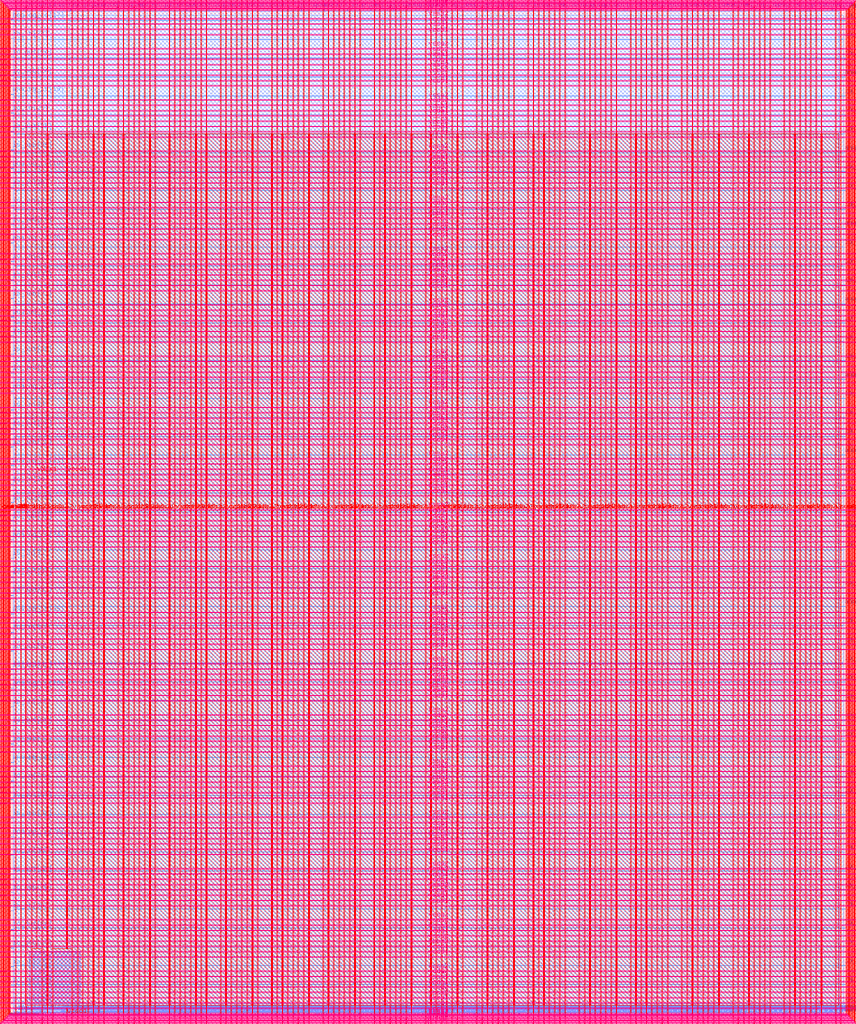
<source format=lef>
VERSION 5.7 ;
  NOWIREEXTENSIONATPIN ON ;
  DIVIDERCHAR "/" ;
  BUSBITCHARS "[]" ;
MACRO user_project_wrapper
  CLASS BLOCK ;
  FOREIGN user_project_wrapper ;
  ORIGIN 0.000 0.000 ;
  SIZE 2920.000 BY 3520.000 ;
  PIN analog_io[0]
    DIRECTION INOUT ;
    USE SIGNAL ;
    PORT
      LAYER met3 ;
        RECT 2917.600 1426.380 2924.800 1427.580 ;
    END
  END analog_io[0]
  PIN analog_io[10]
    DIRECTION INOUT ;
    USE SIGNAL ;
    PORT
      LAYER met2 ;
        RECT 2230.490 3517.600 2231.050 3524.800 ;
    END
  END analog_io[10]
  PIN analog_io[11]
    DIRECTION INOUT ;
    USE SIGNAL ;
    PORT
      LAYER met2 ;
        RECT 1905.730 3517.600 1906.290 3524.800 ;
    END
  END analog_io[11]
  PIN analog_io[12]
    DIRECTION INOUT ;
    USE SIGNAL ;
    PORT
      LAYER met2 ;
        RECT 1581.430 3517.600 1581.990 3524.800 ;
    END
  END analog_io[12]
  PIN analog_io[13]
    DIRECTION INOUT ;
    USE SIGNAL ;
    PORT
      LAYER met2 ;
        RECT 1257.130 3517.600 1257.690 3524.800 ;
    END
  END analog_io[13]
  PIN analog_io[14]
    DIRECTION INOUT ;
    USE SIGNAL ;
    PORT
      LAYER met2 ;
        RECT 932.370 3517.600 932.930 3524.800 ;
    END
  END analog_io[14]
  PIN analog_io[15]
    DIRECTION INOUT ;
    USE SIGNAL ;
    PORT
      LAYER met2 ;
        RECT 608.070 3517.600 608.630 3524.800 ;
    END
  END analog_io[15]
  PIN analog_io[16]
    DIRECTION INOUT ;
    USE SIGNAL ;
    PORT
      LAYER met2 ;
        RECT 283.770 3517.600 284.330 3524.800 ;
    END
  END analog_io[16]
  PIN analog_io[17]
    DIRECTION INOUT ;
    USE SIGNAL ;
    PORT
      LAYER met3 ;
        RECT -4.800 3486.100 2.400 3487.300 ;
    END
  END analog_io[17]
  PIN analog_io[18]
    DIRECTION INOUT ;
    USE SIGNAL ;
    PORT
      LAYER met3 ;
        RECT -4.800 3224.980 2.400 3226.180 ;
    END
  END analog_io[18]
  PIN analog_io[19]
    DIRECTION INOUT ;
    USE SIGNAL ;
    PORT
      LAYER met3 ;
        RECT -4.800 2964.540 2.400 2965.740 ;
    END
  END analog_io[19]
  PIN analog_io[1]
    DIRECTION INOUT ;
    USE SIGNAL ;
    PORT
      LAYER met3 ;
        RECT 2917.600 1692.260 2924.800 1693.460 ;
    END
  END analog_io[1]
  PIN analog_io[20]
    DIRECTION INOUT ;
    USE SIGNAL ;
    PORT
      LAYER met3 ;
        RECT -4.800 2703.420 2.400 2704.620 ;
    END
  END analog_io[20]
  PIN analog_io[21]
    DIRECTION INOUT ;
    USE SIGNAL ;
    PORT
      LAYER met3 ;
        RECT -4.800 2442.980 2.400 2444.180 ;
    END
  END analog_io[21]
  PIN analog_io[22]
    DIRECTION INOUT ;
    USE SIGNAL ;
    PORT
      LAYER met3 ;
        RECT -4.800 2182.540 2.400 2183.740 ;
    END
  END analog_io[22]
  PIN analog_io[23]
    DIRECTION INOUT ;
    USE SIGNAL ;
    PORT
      LAYER met3 ;
        RECT -4.800 1921.420 2.400 1922.620 ;
    END
  END analog_io[23]
  PIN analog_io[24]
    DIRECTION INOUT ;
    USE SIGNAL ;
    PORT
      LAYER met3 ;
        RECT -4.800 1660.980 2.400 1662.180 ;
    END
  END analog_io[24]
  PIN analog_io[25]
    DIRECTION INOUT ;
    USE SIGNAL ;
    PORT
      LAYER met3 ;
        RECT -4.800 1399.860 2.400 1401.060 ;
    END
  END analog_io[25]
  PIN analog_io[26]
    DIRECTION INOUT ;
    USE SIGNAL ;
    PORT
      LAYER met3 ;
        RECT -4.800 1139.420 2.400 1140.620 ;
    END
  END analog_io[26]
  PIN analog_io[27]
    DIRECTION INOUT ;
    USE SIGNAL ;
    PORT
      LAYER met3 ;
        RECT -4.800 878.980 2.400 880.180 ;
    END
  END analog_io[27]
  PIN analog_io[28]
    DIRECTION INOUT ;
    USE SIGNAL ;
    PORT
      LAYER met3 ;
        RECT -4.800 617.860 2.400 619.060 ;
    END
  END analog_io[28]
  PIN analog_io[2]
    DIRECTION INOUT ;
    USE SIGNAL ;
    PORT
      LAYER met3 ;
        RECT 2917.600 1958.140 2924.800 1959.340 ;
    END
  END analog_io[2]
  PIN analog_io[3]
    DIRECTION INOUT ;
    USE SIGNAL ;
    PORT
      LAYER met3 ;
        RECT 2917.600 2223.340 2924.800 2224.540 ;
    END
  END analog_io[3]
  PIN analog_io[4]
    DIRECTION INOUT ;
    USE SIGNAL ;
    PORT
      LAYER met3 ;
        RECT 2917.600 2489.220 2924.800 2490.420 ;
    END
  END analog_io[4]
  PIN analog_io[5]
    DIRECTION INOUT ;
    USE SIGNAL ;
    PORT
      LAYER met3 ;
        RECT 2917.600 2755.100 2924.800 2756.300 ;
    END
  END analog_io[5]
  PIN analog_io[6]
    DIRECTION INOUT ;
    USE SIGNAL ;
    PORT
      LAYER met3 ;
        RECT 2917.600 3020.300 2924.800 3021.500 ;
    END
  END analog_io[6]
  PIN analog_io[7]
    DIRECTION INOUT ;
    USE SIGNAL ;
    PORT
      LAYER met3 ;
        RECT 2917.600 3286.180 2924.800 3287.380 ;
    END
  END analog_io[7]
  PIN analog_io[8]
    DIRECTION INOUT ;
    USE SIGNAL ;
    PORT
      LAYER met2 ;
        RECT 2879.090 3517.600 2879.650 3524.800 ;
    END
  END analog_io[8]
  PIN analog_io[9]
    DIRECTION INOUT ;
    USE SIGNAL ;
    PORT
      LAYER met2 ;
        RECT 2554.790 3517.600 2555.350 3524.800 ;
    END
  END analog_io[9]
  PIN io_in[0]
    DIRECTION INPUT ;
    USE SIGNAL ;
    PORT
      LAYER met3 ;
        RECT 2917.600 32.380 2924.800 33.580 ;
    END
  END io_in[0]
  PIN io_in[10]
    DIRECTION INPUT ;
    USE SIGNAL ;
    PORT
      LAYER met3 ;
        RECT 2917.600 2289.980 2924.800 2291.180 ;
    END
  END io_in[10]
  PIN io_in[11]
    DIRECTION INPUT ;
    USE SIGNAL ;
    PORT
      LAYER met3 ;
        RECT 2917.600 2555.860 2924.800 2557.060 ;
    END
  END io_in[11]
  PIN io_in[12]
    DIRECTION INPUT ;
    USE SIGNAL ;
    PORT
      LAYER met3 ;
        RECT 2917.600 2821.060 2924.800 2822.260 ;
    END
  END io_in[12]
  PIN io_in[13]
    DIRECTION INPUT ;
    USE SIGNAL ;
    PORT
      LAYER met3 ;
        RECT 2917.600 3086.940 2924.800 3088.140 ;
    END
  END io_in[13]
  PIN io_in[14]
    DIRECTION INPUT ;
    USE SIGNAL ;
    PORT
      LAYER met3 ;
        RECT 2917.600 3352.820 2924.800 3354.020 ;
    END
  END io_in[14]
  PIN io_in[15]
    DIRECTION INPUT ;
    USE SIGNAL ;
    PORT
      LAYER met2 ;
        RECT 2798.130 3517.600 2798.690 3524.800 ;
    END
  END io_in[15]
  PIN io_in[16]
    DIRECTION INPUT ;
    USE SIGNAL ;
    PORT
      LAYER met2 ;
        RECT 2473.830 3517.600 2474.390 3524.800 ;
    END
  END io_in[16]
  PIN io_in[17]
    DIRECTION INPUT ;
    USE SIGNAL ;
    PORT
      LAYER met2 ;
        RECT 2149.070 3517.600 2149.630 3524.800 ;
    END
  END io_in[17]
  PIN io_in[18]
    DIRECTION INPUT ;
    USE SIGNAL ;
    PORT
      LAYER met2 ;
        RECT 1824.770 3517.600 1825.330 3524.800 ;
    END
  END io_in[18]
  PIN io_in[19]
    DIRECTION INPUT ;
    USE SIGNAL ;
    PORT
      LAYER met2 ;
        RECT 1500.470 3517.600 1501.030 3524.800 ;
    END
  END io_in[19]
  PIN io_in[1]
    DIRECTION INPUT ;
    USE SIGNAL ;
    PORT
      LAYER met3 ;
        RECT 2917.600 230.940 2924.800 232.140 ;
    END
  END io_in[1]
  PIN io_in[20]
    DIRECTION INPUT ;
    USE SIGNAL ;
    PORT
      LAYER met2 ;
        RECT 1175.710 3517.600 1176.270 3524.800 ;
    END
  END io_in[20]
  PIN io_in[21]
    DIRECTION INPUT ;
    USE SIGNAL ;
    PORT
      LAYER met2 ;
        RECT 851.410 3517.600 851.970 3524.800 ;
    END
  END io_in[21]
  PIN io_in[22]
    DIRECTION INPUT ;
    USE SIGNAL ;
    PORT
      LAYER met2 ;
        RECT 527.110 3517.600 527.670 3524.800 ;
    END
  END io_in[22]
  PIN io_in[23]
    DIRECTION INPUT ;
    USE SIGNAL ;
    PORT
      LAYER met2 ;
        RECT 202.350 3517.600 202.910 3524.800 ;
    END
  END io_in[23]
  PIN io_in[24]
    DIRECTION INPUT ;
    USE SIGNAL ;
    PORT
      LAYER met3 ;
        RECT -4.800 3420.820 2.400 3422.020 ;
    END
  END io_in[24]
  PIN io_in[25]
    DIRECTION INPUT ;
    USE SIGNAL ;
    PORT
      LAYER met3 ;
        RECT -4.800 3159.700 2.400 3160.900 ;
    END
  END io_in[25]
  PIN io_in[26]
    DIRECTION INPUT ;
    USE SIGNAL ;
    PORT
      LAYER met3 ;
        RECT -4.800 2899.260 2.400 2900.460 ;
    END
  END io_in[26]
  PIN io_in[27]
    DIRECTION INPUT ;
    USE SIGNAL ;
    PORT
      LAYER met3 ;
        RECT -4.800 2638.820 2.400 2640.020 ;
    END
  END io_in[27]
  PIN io_in[28]
    DIRECTION INPUT ;
    USE SIGNAL ;
    PORT
      LAYER met3 ;
        RECT -4.800 2377.700 2.400 2378.900 ;
    END
  END io_in[28]
  PIN io_in[29]
    DIRECTION INPUT ;
    USE SIGNAL ;
    PORT
      LAYER met3 ;
        RECT -4.800 2117.260 2.400 2118.460 ;
    END
  END io_in[29]
  PIN io_in[2]
    DIRECTION INPUT ;
    USE SIGNAL ;
    PORT
      LAYER met3 ;
        RECT 2917.600 430.180 2924.800 431.380 ;
    END
  END io_in[2]
  PIN io_in[30]
    DIRECTION INPUT ;
    USE SIGNAL ;
    PORT
      LAYER met3 ;
        RECT -4.800 1856.140 2.400 1857.340 ;
    END
  END io_in[30]
  PIN io_in[31]
    DIRECTION INPUT ;
    USE SIGNAL ;
    PORT
      LAYER met3 ;
        RECT -4.800 1595.700 2.400 1596.900 ;
    END
  END io_in[31]
  PIN io_in[32]
    DIRECTION INPUT ;
    USE SIGNAL ;
    PORT
      LAYER met3 ;
        RECT -4.800 1335.260 2.400 1336.460 ;
    END
  END io_in[32]
  PIN io_in[33]
    DIRECTION INPUT ;
    USE SIGNAL ;
    PORT
      LAYER met3 ;
        RECT -4.800 1074.140 2.400 1075.340 ;
    END
  END io_in[33]
  PIN io_in[34]
    DIRECTION INPUT ;
    USE SIGNAL ;
    PORT
      LAYER met3 ;
        RECT -4.800 813.700 2.400 814.900 ;
    END
  END io_in[34]
  PIN io_in[35]
    DIRECTION INPUT ;
    USE SIGNAL ;
    PORT
      LAYER met3 ;
        RECT -4.800 552.580 2.400 553.780 ;
    END
  END io_in[35]
  PIN io_in[36]
    DIRECTION INPUT ;
    USE SIGNAL ;
    PORT
      LAYER met3 ;
        RECT -4.800 357.420 2.400 358.620 ;
    END
  END io_in[36]
  PIN io_in[37]
    DIRECTION INPUT ;
    USE SIGNAL ;
    PORT
      LAYER met3 ;
        RECT -4.800 161.580 2.400 162.780 ;
    END
  END io_in[37]
  PIN io_in[3]
    DIRECTION INPUT ;
    USE SIGNAL ;
    PORT
      LAYER met3 ;
        RECT 2917.600 629.420 2924.800 630.620 ;
    END
  END io_in[3]
  PIN io_in[4]
    DIRECTION INPUT ;
    USE SIGNAL ;
    PORT
      LAYER met3 ;
        RECT 2917.600 828.660 2924.800 829.860 ;
    END
  END io_in[4]
  PIN io_in[5]
    DIRECTION INPUT ;
    USE SIGNAL ;
    PORT
      LAYER met3 ;
        RECT 2917.600 1027.900 2924.800 1029.100 ;
    END
  END io_in[5]
  PIN io_in[6]
    DIRECTION INPUT ;
    USE SIGNAL ;
    PORT
      LAYER met3 ;
        RECT 2917.600 1227.140 2924.800 1228.340 ;
    END
  END io_in[6]
  PIN io_in[7]
    DIRECTION INPUT ;
    USE SIGNAL ;
    PORT
      LAYER met3 ;
        RECT 2917.600 1493.020 2924.800 1494.220 ;
    END
  END io_in[7]
  PIN io_in[8]
    DIRECTION INPUT ;
    USE SIGNAL ;
    PORT
      LAYER met3 ;
        RECT 2917.600 1758.900 2924.800 1760.100 ;
    END
  END io_in[8]
  PIN io_in[9]
    DIRECTION INPUT ;
    USE SIGNAL ;
    PORT
      LAYER met3 ;
        RECT 2917.600 2024.100 2924.800 2025.300 ;
    END
  END io_in[9]
  PIN io_oeb[0]
    DIRECTION OUTPUT TRISTATE ;
    USE SIGNAL ;
    PORT
      LAYER met3 ;
        RECT 2917.600 164.980 2924.800 166.180 ;
    END
  END io_oeb[0]
  PIN io_oeb[10]
    DIRECTION OUTPUT TRISTATE ;
    USE SIGNAL ;
    PORT
      LAYER met3 ;
        RECT 2917.600 2422.580 2924.800 2423.780 ;
    END
  END io_oeb[10]
  PIN io_oeb[11]
    DIRECTION OUTPUT TRISTATE ;
    USE SIGNAL ;
    PORT
      LAYER met3 ;
        RECT 2917.600 2688.460 2924.800 2689.660 ;
    END
  END io_oeb[11]
  PIN io_oeb[12]
    DIRECTION OUTPUT TRISTATE ;
    USE SIGNAL ;
    PORT
      LAYER met3 ;
        RECT 2917.600 2954.340 2924.800 2955.540 ;
    END
  END io_oeb[12]
  PIN io_oeb[13]
    DIRECTION OUTPUT TRISTATE ;
    USE SIGNAL ;
    PORT
      LAYER met3 ;
        RECT 2917.600 3219.540 2924.800 3220.740 ;
    END
  END io_oeb[13]
  PIN io_oeb[14]
    DIRECTION OUTPUT TRISTATE ;
    USE SIGNAL ;
    PORT
      LAYER met3 ;
        RECT 2917.600 3485.420 2924.800 3486.620 ;
    END
  END io_oeb[14]
  PIN io_oeb[15]
    DIRECTION OUTPUT TRISTATE ;
    USE SIGNAL ;
    PORT
      LAYER met2 ;
        RECT 2635.750 3517.600 2636.310 3524.800 ;
    END
  END io_oeb[15]
  PIN io_oeb[16]
    DIRECTION OUTPUT TRISTATE ;
    USE SIGNAL ;
    PORT
      LAYER met2 ;
        RECT 2311.450 3517.600 2312.010 3524.800 ;
    END
  END io_oeb[16]
  PIN io_oeb[17]
    DIRECTION OUTPUT TRISTATE ;
    USE SIGNAL ;
    PORT
      LAYER met2 ;
        RECT 1987.150 3517.600 1987.710 3524.800 ;
    END
  END io_oeb[17]
  PIN io_oeb[18]
    DIRECTION OUTPUT TRISTATE ;
    USE SIGNAL ;
    PORT
      LAYER met2 ;
        RECT 1662.390 3517.600 1662.950 3524.800 ;
    END
  END io_oeb[18]
  PIN io_oeb[19]
    DIRECTION OUTPUT TRISTATE ;
    USE SIGNAL ;
    PORT
      LAYER met2 ;
        RECT 1338.090 3517.600 1338.650 3524.800 ;
    END
  END io_oeb[19]
  PIN io_oeb[1]
    DIRECTION OUTPUT TRISTATE ;
    USE SIGNAL ;
    PORT
      LAYER met3 ;
        RECT 2917.600 364.220 2924.800 365.420 ;
    END
  END io_oeb[1]
  PIN io_oeb[20]
    DIRECTION OUTPUT TRISTATE ;
    USE SIGNAL ;
    PORT
      LAYER met2 ;
        RECT 1013.790 3517.600 1014.350 3524.800 ;
    END
  END io_oeb[20]
  PIN io_oeb[21]
    DIRECTION OUTPUT TRISTATE ;
    USE SIGNAL ;
    PORT
      LAYER met2 ;
        RECT 689.030 3517.600 689.590 3524.800 ;
    END
  END io_oeb[21]
  PIN io_oeb[22]
    DIRECTION OUTPUT TRISTATE ;
    USE SIGNAL ;
    PORT
      LAYER met2 ;
        RECT 364.730 3517.600 365.290 3524.800 ;
    END
  END io_oeb[22]
  PIN io_oeb[23]
    DIRECTION OUTPUT TRISTATE ;
    USE SIGNAL ;
    PORT
      LAYER met2 ;
        RECT 40.430 3517.600 40.990 3524.800 ;
    END
  END io_oeb[23]
  PIN io_oeb[24]
    DIRECTION OUTPUT TRISTATE ;
    USE SIGNAL ;
    PORT
      LAYER met3 ;
        RECT -4.800 3290.260 2.400 3291.460 ;
    END
  END io_oeb[24]
  PIN io_oeb[25]
    DIRECTION OUTPUT TRISTATE ;
    USE SIGNAL ;
    PORT
      LAYER met3 ;
        RECT -4.800 3029.820 2.400 3031.020 ;
    END
  END io_oeb[25]
  PIN io_oeb[26]
    DIRECTION OUTPUT TRISTATE ;
    USE SIGNAL ;
    PORT
      LAYER met3 ;
        RECT -4.800 2768.700 2.400 2769.900 ;
    END
  END io_oeb[26]
  PIN io_oeb[27]
    DIRECTION OUTPUT TRISTATE ;
    USE SIGNAL ;
    PORT
      LAYER met3 ;
        RECT -4.800 2508.260 2.400 2509.460 ;
    END
  END io_oeb[27]
  PIN io_oeb[28]
    DIRECTION OUTPUT TRISTATE ;
    USE SIGNAL ;
    PORT
      LAYER met3 ;
        RECT -4.800 2247.140 2.400 2248.340 ;
    END
  END io_oeb[28]
  PIN io_oeb[29]
    DIRECTION OUTPUT TRISTATE ;
    USE SIGNAL ;
    PORT
      LAYER met3 ;
        RECT -4.800 1986.700 2.400 1987.900 ;
    END
  END io_oeb[29]
  PIN io_oeb[2]
    DIRECTION OUTPUT TRISTATE ;
    USE SIGNAL ;
    PORT
      LAYER met3 ;
        RECT 2917.600 563.460 2924.800 564.660 ;
    END
  END io_oeb[2]
  PIN io_oeb[30]
    DIRECTION OUTPUT TRISTATE ;
    USE SIGNAL ;
    PORT
      LAYER met3 ;
        RECT -4.800 1726.260 2.400 1727.460 ;
    END
  END io_oeb[30]
  PIN io_oeb[31]
    DIRECTION OUTPUT TRISTATE ;
    USE SIGNAL ;
    PORT
      LAYER met3 ;
        RECT -4.800 1465.140 2.400 1466.340 ;
    END
  END io_oeb[31]
  PIN io_oeb[32]
    DIRECTION OUTPUT TRISTATE ;
    USE SIGNAL ;
    PORT
      LAYER met3 ;
        RECT -4.800 1204.700 2.400 1205.900 ;
    END
  END io_oeb[32]
  PIN io_oeb[33]
    DIRECTION OUTPUT TRISTATE ;
    USE SIGNAL ;
    PORT
      LAYER met3 ;
        RECT -4.800 943.580 2.400 944.780 ;
    END
  END io_oeb[33]
  PIN io_oeb[34]
    DIRECTION OUTPUT TRISTATE ;
    USE SIGNAL ;
    PORT
      LAYER met3 ;
        RECT -4.800 683.140 2.400 684.340 ;
    END
  END io_oeb[34]
  PIN io_oeb[35]
    DIRECTION OUTPUT TRISTATE ;
    USE SIGNAL ;
    PORT
      LAYER met3 ;
        RECT -4.800 422.700 2.400 423.900 ;
    END
  END io_oeb[35]
  PIN io_oeb[36]
    DIRECTION OUTPUT TRISTATE ;
    USE SIGNAL ;
    PORT
      LAYER met3 ;
        RECT -4.800 226.860 2.400 228.060 ;
    END
  END io_oeb[36]
  PIN io_oeb[37]
    DIRECTION OUTPUT TRISTATE ;
    USE SIGNAL ;
    PORT
      LAYER met3 ;
        RECT -4.800 31.700 2.400 32.900 ;
    END
  END io_oeb[37]
  PIN io_oeb[3]
    DIRECTION OUTPUT TRISTATE ;
    USE SIGNAL ;
    PORT
      LAYER met3 ;
        RECT 2917.600 762.700 2924.800 763.900 ;
    END
  END io_oeb[3]
  PIN io_oeb[4]
    DIRECTION OUTPUT TRISTATE ;
    USE SIGNAL ;
    PORT
      LAYER met3 ;
        RECT 2917.600 961.940 2924.800 963.140 ;
    END
  END io_oeb[4]
  PIN io_oeb[5]
    DIRECTION OUTPUT TRISTATE ;
    USE SIGNAL ;
    PORT
      LAYER met3 ;
        RECT 2917.600 1161.180 2924.800 1162.380 ;
    END
  END io_oeb[5]
  PIN io_oeb[6]
    DIRECTION OUTPUT TRISTATE ;
    USE SIGNAL ;
    PORT
      LAYER met3 ;
        RECT 2917.600 1360.420 2924.800 1361.620 ;
    END
  END io_oeb[6]
  PIN io_oeb[7]
    DIRECTION OUTPUT TRISTATE ;
    USE SIGNAL ;
    PORT
      LAYER met3 ;
        RECT 2917.600 1625.620 2924.800 1626.820 ;
    END
  END io_oeb[7]
  PIN io_oeb[8]
    DIRECTION OUTPUT TRISTATE ;
    USE SIGNAL ;
    PORT
      LAYER met3 ;
        RECT 2917.600 1891.500 2924.800 1892.700 ;
    END
  END io_oeb[8]
  PIN io_oeb[9]
    DIRECTION OUTPUT TRISTATE ;
    USE SIGNAL ;
    PORT
      LAYER met3 ;
        RECT 2917.600 2157.380 2924.800 2158.580 ;
    END
  END io_oeb[9]
  PIN io_out[0]
    DIRECTION OUTPUT TRISTATE ;
    USE SIGNAL ;
    PORT
      LAYER met3 ;
        RECT 2917.600 98.340 2924.800 99.540 ;
    END
  END io_out[0]
  PIN io_out[10]
    DIRECTION OUTPUT TRISTATE ;
    USE SIGNAL ;
    PORT
      LAYER met3 ;
        RECT 2917.600 2356.620 2924.800 2357.820 ;
    END
  END io_out[10]
  PIN io_out[11]
    DIRECTION OUTPUT TRISTATE ;
    USE SIGNAL ;
    PORT
      LAYER met3 ;
        RECT 2917.600 2621.820 2924.800 2623.020 ;
    END
  END io_out[11]
  PIN io_out[12]
    DIRECTION OUTPUT TRISTATE ;
    USE SIGNAL ;
    PORT
      LAYER met3 ;
        RECT 2917.600 2887.700 2924.800 2888.900 ;
    END
  END io_out[12]
  PIN io_out[13]
    DIRECTION OUTPUT TRISTATE ;
    USE SIGNAL ;
    PORT
      LAYER met3 ;
        RECT 2917.600 3153.580 2924.800 3154.780 ;
    END
  END io_out[13]
  PIN io_out[14]
    DIRECTION OUTPUT TRISTATE ;
    USE SIGNAL ;
    PORT
      LAYER met3 ;
        RECT 2917.600 3418.780 2924.800 3419.980 ;
    END
  END io_out[14]
  PIN io_out[15]
    DIRECTION OUTPUT TRISTATE ;
    USE SIGNAL ;
    PORT
      LAYER met2 ;
        RECT 2717.170 3517.600 2717.730 3524.800 ;
    END
  END io_out[15]
  PIN io_out[16]
    DIRECTION OUTPUT TRISTATE ;
    USE SIGNAL ;
    PORT
      LAYER met2 ;
        RECT 2392.410 3517.600 2392.970 3524.800 ;
    END
  END io_out[16]
  PIN io_out[17]
    DIRECTION OUTPUT TRISTATE ;
    USE SIGNAL ;
    PORT
      LAYER met2 ;
        RECT 2068.110 3517.600 2068.670 3524.800 ;
    END
  END io_out[17]
  PIN io_out[18]
    DIRECTION OUTPUT TRISTATE ;
    USE SIGNAL ;
    PORT
      LAYER met2 ;
        RECT 1743.810 3517.600 1744.370 3524.800 ;
    END
  END io_out[18]
  PIN io_out[19]
    DIRECTION OUTPUT TRISTATE ;
    USE SIGNAL ;
    PORT
      LAYER met2 ;
        RECT 1419.050 3517.600 1419.610 3524.800 ;
    END
  END io_out[19]
  PIN io_out[1]
    DIRECTION OUTPUT TRISTATE ;
    USE SIGNAL ;
    PORT
      LAYER met3 ;
        RECT 2917.600 297.580 2924.800 298.780 ;
    END
  END io_out[1]
  PIN io_out[20]
    DIRECTION OUTPUT TRISTATE ;
    USE SIGNAL ;
    PORT
      LAYER met2 ;
        RECT 1094.750 3517.600 1095.310 3524.800 ;
    END
  END io_out[20]
  PIN io_out[21]
    DIRECTION OUTPUT TRISTATE ;
    USE SIGNAL ;
    PORT
      LAYER met2 ;
        RECT 770.450 3517.600 771.010 3524.800 ;
    END
  END io_out[21]
  PIN io_out[22]
    DIRECTION OUTPUT TRISTATE ;
    USE SIGNAL ;
    PORT
      LAYER met2 ;
        RECT 445.690 3517.600 446.250 3524.800 ;
    END
  END io_out[22]
  PIN io_out[23]
    DIRECTION OUTPUT TRISTATE ;
    USE SIGNAL ;
    PORT
      LAYER met2 ;
        RECT 121.390 3517.600 121.950 3524.800 ;
    END
  END io_out[23]
  PIN io_out[24]
    DIRECTION OUTPUT TRISTATE ;
    USE SIGNAL ;
    PORT
      LAYER met3 ;
        RECT -4.800 3355.540 2.400 3356.740 ;
    END
  END io_out[24]
  PIN io_out[25]
    DIRECTION OUTPUT TRISTATE ;
    USE SIGNAL ;
    PORT
      LAYER met3 ;
        RECT -4.800 3095.100 2.400 3096.300 ;
    END
  END io_out[25]
  PIN io_out[26]
    DIRECTION OUTPUT TRISTATE ;
    USE SIGNAL ;
    PORT
      LAYER met3 ;
        RECT -4.800 2833.980 2.400 2835.180 ;
    END
  END io_out[26]
  PIN io_out[27]
    DIRECTION OUTPUT TRISTATE ;
    USE SIGNAL ;
    PORT
      LAYER met3 ;
        RECT -4.800 2573.540 2.400 2574.740 ;
    END
  END io_out[27]
  PIN io_out[28]
    DIRECTION OUTPUT TRISTATE ;
    USE SIGNAL ;
    PORT
      LAYER met3 ;
        RECT -4.800 2312.420 2.400 2313.620 ;
    END
  END io_out[28]
  PIN io_out[29]
    DIRECTION OUTPUT TRISTATE ;
    USE SIGNAL ;
    PORT
      LAYER met3 ;
        RECT -4.800 2051.980 2.400 2053.180 ;
    END
  END io_out[29]
  PIN io_out[2]
    DIRECTION OUTPUT TRISTATE ;
    USE SIGNAL ;
    PORT
      LAYER met3 ;
        RECT 2917.600 496.820 2924.800 498.020 ;
    END
  END io_out[2]
  PIN io_out[30]
    DIRECTION OUTPUT TRISTATE ;
    USE SIGNAL ;
    PORT
      LAYER met3 ;
        RECT -4.800 1791.540 2.400 1792.740 ;
    END
  END io_out[30]
  PIN io_out[31]
    DIRECTION OUTPUT TRISTATE ;
    USE SIGNAL ;
    PORT
      LAYER met3 ;
        RECT -4.800 1530.420 2.400 1531.620 ;
    END
  END io_out[31]
  PIN io_out[32]
    DIRECTION OUTPUT TRISTATE ;
    USE SIGNAL ;
    PORT
      LAYER met3 ;
        RECT -4.800 1269.980 2.400 1271.180 ;
    END
  END io_out[32]
  PIN io_out[33]
    DIRECTION OUTPUT TRISTATE ;
    USE SIGNAL ;
    PORT
      LAYER met3 ;
        RECT -4.800 1008.860 2.400 1010.060 ;
    END
  END io_out[33]
  PIN io_out[34]
    DIRECTION OUTPUT TRISTATE ;
    USE SIGNAL ;
    PORT
      LAYER met3 ;
        RECT -4.800 748.420 2.400 749.620 ;
    END
  END io_out[34]
  PIN io_out[35]
    DIRECTION OUTPUT TRISTATE ;
    USE SIGNAL ;
    PORT
      LAYER met3 ;
        RECT -4.800 487.300 2.400 488.500 ;
    END
  END io_out[35]
  PIN io_out[36]
    DIRECTION OUTPUT TRISTATE ;
    USE SIGNAL ;
    PORT
      LAYER met3 ;
        RECT -4.800 292.140 2.400 293.340 ;
    END
  END io_out[36]
  PIN io_out[37]
    DIRECTION OUTPUT TRISTATE ;
    USE SIGNAL ;
    PORT
      LAYER met3 ;
        RECT -4.800 96.300 2.400 97.500 ;
    END
  END io_out[37]
  PIN io_out[3]
    DIRECTION OUTPUT TRISTATE ;
    USE SIGNAL ;
    PORT
      LAYER met3 ;
        RECT 2917.600 696.060 2924.800 697.260 ;
    END
  END io_out[3]
  PIN io_out[4]
    DIRECTION OUTPUT TRISTATE ;
    USE SIGNAL ;
    PORT
      LAYER met3 ;
        RECT 2917.600 895.300 2924.800 896.500 ;
    END
  END io_out[4]
  PIN io_out[5]
    DIRECTION OUTPUT TRISTATE ;
    USE SIGNAL ;
    PORT
      LAYER met3 ;
        RECT 2917.600 1094.540 2924.800 1095.740 ;
    END
  END io_out[5]
  PIN io_out[6]
    DIRECTION OUTPUT TRISTATE ;
    USE SIGNAL ;
    PORT
      LAYER met3 ;
        RECT 2917.600 1293.780 2924.800 1294.980 ;
    END
  END io_out[6]
  PIN io_out[7]
    DIRECTION OUTPUT TRISTATE ;
    USE SIGNAL ;
    PORT
      LAYER met3 ;
        RECT 2917.600 1559.660 2924.800 1560.860 ;
    END
  END io_out[7]
  PIN io_out[8]
    DIRECTION OUTPUT TRISTATE ;
    USE SIGNAL ;
    PORT
      LAYER met3 ;
        RECT 2917.600 1824.860 2924.800 1826.060 ;
    END
  END io_out[8]
  PIN io_out[9]
    DIRECTION OUTPUT TRISTATE ;
    USE SIGNAL ;
    PORT
      LAYER met3 ;
        RECT 2917.600 2090.740 2924.800 2091.940 ;
    END
  END io_out[9]
  PIN la_data_in[0]
    DIRECTION INPUT ;
    USE SIGNAL ;
    PORT
      LAYER met2 ;
        RECT 629.230 -4.800 629.790 2.400 ;
    END
  END la_data_in[0]
  PIN la_data_in[100]
    DIRECTION INPUT ;
    USE SIGNAL ;
    PORT
      LAYER met2 ;
        RECT 2402.530 -4.800 2403.090 2.400 ;
    END
  END la_data_in[100]
  PIN la_data_in[101]
    DIRECTION INPUT ;
    USE SIGNAL ;
    PORT
      LAYER met2 ;
        RECT 2420.010 -4.800 2420.570 2.400 ;
    END
  END la_data_in[101]
  PIN la_data_in[102]
    DIRECTION INPUT ;
    USE SIGNAL ;
    PORT
      LAYER met2 ;
        RECT 2437.950 -4.800 2438.510 2.400 ;
    END
  END la_data_in[102]
  PIN la_data_in[103]
    DIRECTION INPUT ;
    USE SIGNAL ;
    PORT
      LAYER met2 ;
        RECT 2455.430 -4.800 2455.990 2.400 ;
    END
  END la_data_in[103]
  PIN la_data_in[104]
    DIRECTION INPUT ;
    USE SIGNAL ;
    PORT
      LAYER met2 ;
        RECT 2473.370 -4.800 2473.930 2.400 ;
    END
  END la_data_in[104]
  PIN la_data_in[105]
    DIRECTION INPUT ;
    USE SIGNAL ;
    PORT
      LAYER met2 ;
        RECT 2490.850 -4.800 2491.410 2.400 ;
    END
  END la_data_in[105]
  PIN la_data_in[106]
    DIRECTION INPUT ;
    USE SIGNAL ;
    PORT
      LAYER met2 ;
        RECT 2508.790 -4.800 2509.350 2.400 ;
    END
  END la_data_in[106]
  PIN la_data_in[107]
    DIRECTION INPUT ;
    USE SIGNAL ;
    PORT
      LAYER met2 ;
        RECT 2526.730 -4.800 2527.290 2.400 ;
    END
  END la_data_in[107]
  PIN la_data_in[108]
    DIRECTION INPUT ;
    USE SIGNAL ;
    PORT
      LAYER met2 ;
        RECT 2544.210 -4.800 2544.770 2.400 ;
    END
  END la_data_in[108]
  PIN la_data_in[109]
    DIRECTION INPUT ;
    USE SIGNAL ;
    PORT
      LAYER met2 ;
        RECT 2562.150 -4.800 2562.710 2.400 ;
    END
  END la_data_in[109]
  PIN la_data_in[10]
    DIRECTION INPUT ;
    USE SIGNAL ;
    PORT
      LAYER met2 ;
        RECT 806.330 -4.800 806.890 2.400 ;
    END
  END la_data_in[10]
  PIN la_data_in[110]
    DIRECTION INPUT ;
    USE SIGNAL ;
    PORT
      LAYER met2 ;
        RECT 2579.630 -4.800 2580.190 2.400 ;
    END
  END la_data_in[110]
  PIN la_data_in[111]
    DIRECTION INPUT ;
    USE SIGNAL ;
    PORT
      LAYER met2 ;
        RECT 2597.570 -4.800 2598.130 2.400 ;
    END
  END la_data_in[111]
  PIN la_data_in[112]
    DIRECTION INPUT ;
    USE SIGNAL ;
    PORT
      LAYER met2 ;
        RECT 2615.050 -4.800 2615.610 2.400 ;
    END
  END la_data_in[112]
  PIN la_data_in[113]
    DIRECTION INPUT ;
    USE SIGNAL ;
    PORT
      LAYER met2 ;
        RECT 2632.990 -4.800 2633.550 2.400 ;
    END
  END la_data_in[113]
  PIN la_data_in[114]
    DIRECTION INPUT ;
    USE SIGNAL ;
    PORT
      LAYER met2 ;
        RECT 2650.470 -4.800 2651.030 2.400 ;
    END
  END la_data_in[114]
  PIN la_data_in[115]
    DIRECTION INPUT ;
    USE SIGNAL ;
    PORT
      LAYER met2 ;
        RECT 2668.410 -4.800 2668.970 2.400 ;
    END
  END la_data_in[115]
  PIN la_data_in[116]
    DIRECTION INPUT ;
    USE SIGNAL ;
    PORT
      LAYER met2 ;
        RECT 2685.890 -4.800 2686.450 2.400 ;
    END
  END la_data_in[116]
  PIN la_data_in[117]
    DIRECTION INPUT ;
    USE SIGNAL ;
    PORT
      LAYER met2 ;
        RECT 2703.830 -4.800 2704.390 2.400 ;
    END
  END la_data_in[117]
  PIN la_data_in[118]
    DIRECTION INPUT ;
    USE SIGNAL ;
    PORT
      LAYER met2 ;
        RECT 2721.770 -4.800 2722.330 2.400 ;
    END
  END la_data_in[118]
  PIN la_data_in[119]
    DIRECTION INPUT ;
    USE SIGNAL ;
    PORT
      LAYER met2 ;
        RECT 2739.250 -4.800 2739.810 2.400 ;
    END
  END la_data_in[119]
  PIN la_data_in[11]
    DIRECTION INPUT ;
    USE SIGNAL ;
    PORT
      LAYER met2 ;
        RECT 824.270 -4.800 824.830 2.400 ;
    END
  END la_data_in[11]
  PIN la_data_in[120]
    DIRECTION INPUT ;
    USE SIGNAL ;
    PORT
      LAYER met2 ;
        RECT 2757.190 -4.800 2757.750 2.400 ;
    END
  END la_data_in[120]
  PIN la_data_in[121]
    DIRECTION INPUT ;
    USE SIGNAL ;
    PORT
      LAYER met2 ;
        RECT 2774.670 -4.800 2775.230 2.400 ;
    END
  END la_data_in[121]
  PIN la_data_in[122]
    DIRECTION INPUT ;
    USE SIGNAL ;
    PORT
      LAYER met2 ;
        RECT 2792.610 -4.800 2793.170 2.400 ;
    END
  END la_data_in[122]
  PIN la_data_in[123]
    DIRECTION INPUT ;
    USE SIGNAL ;
    PORT
      LAYER met2 ;
        RECT 2810.090 -4.800 2810.650 2.400 ;
    END
  END la_data_in[123]
  PIN la_data_in[124]
    DIRECTION INPUT ;
    USE SIGNAL ;
    PORT
      LAYER met2 ;
        RECT 2828.030 -4.800 2828.590 2.400 ;
    END
  END la_data_in[124]
  PIN la_data_in[125]
    DIRECTION INPUT ;
    USE SIGNAL ;
    PORT
      LAYER met2 ;
        RECT 2845.510 -4.800 2846.070 2.400 ;
    END
  END la_data_in[125]
  PIN la_data_in[126]
    DIRECTION INPUT ;
    USE SIGNAL ;
    PORT
      LAYER met2 ;
        RECT 2863.450 -4.800 2864.010 2.400 ;
    END
  END la_data_in[126]
  PIN la_data_in[127]
    DIRECTION INPUT ;
    USE SIGNAL ;
    PORT
      LAYER met2 ;
        RECT 2881.390 -4.800 2881.950 2.400 ;
    END
  END la_data_in[127]
  PIN la_data_in[12]
    DIRECTION INPUT ;
    USE SIGNAL ;
    PORT
      LAYER met2 ;
        RECT 841.750 -4.800 842.310 2.400 ;
    END
  END la_data_in[12]
  PIN la_data_in[13]
    DIRECTION INPUT ;
    USE SIGNAL ;
    PORT
      LAYER met2 ;
        RECT 859.690 -4.800 860.250 2.400 ;
    END
  END la_data_in[13]
  PIN la_data_in[14]
    DIRECTION INPUT ;
    USE SIGNAL ;
    PORT
      LAYER met2 ;
        RECT 877.170 -4.800 877.730 2.400 ;
    END
  END la_data_in[14]
  PIN la_data_in[15]
    DIRECTION INPUT ;
    USE SIGNAL ;
    PORT
      LAYER met2 ;
        RECT 895.110 -4.800 895.670 2.400 ;
    END
  END la_data_in[15]
  PIN la_data_in[16]
    DIRECTION INPUT ;
    USE SIGNAL ;
    PORT
      LAYER met2 ;
        RECT 912.590 -4.800 913.150 2.400 ;
    END
  END la_data_in[16]
  PIN la_data_in[17]
    DIRECTION INPUT ;
    USE SIGNAL ;
    PORT
      LAYER met2 ;
        RECT 930.530 -4.800 931.090 2.400 ;
    END
  END la_data_in[17]
  PIN la_data_in[18]
    DIRECTION INPUT ;
    USE SIGNAL ;
    PORT
      LAYER met2 ;
        RECT 948.470 -4.800 949.030 2.400 ;
    END
  END la_data_in[18]
  PIN la_data_in[19]
    DIRECTION INPUT ;
    USE SIGNAL ;
    PORT
      LAYER met2 ;
        RECT 965.950 -4.800 966.510 2.400 ;
    END
  END la_data_in[19]
  PIN la_data_in[1]
    DIRECTION INPUT ;
    USE SIGNAL ;
    PORT
      LAYER met2 ;
        RECT 646.710 -4.800 647.270 2.400 ;
    END
  END la_data_in[1]
  PIN la_data_in[20]
    DIRECTION INPUT ;
    USE SIGNAL ;
    PORT
      LAYER met2 ;
        RECT 983.890 -4.800 984.450 2.400 ;
    END
  END la_data_in[20]
  PIN la_data_in[21]
    DIRECTION INPUT ;
    USE SIGNAL ;
    PORT
      LAYER met2 ;
        RECT 1001.370 -4.800 1001.930 2.400 ;
    END
  END la_data_in[21]
  PIN la_data_in[22]
    DIRECTION INPUT ;
    USE SIGNAL ;
    PORT
      LAYER met2 ;
        RECT 1019.310 -4.800 1019.870 2.400 ;
    END
  END la_data_in[22]
  PIN la_data_in[23]
    DIRECTION INPUT ;
    USE SIGNAL ;
    PORT
      LAYER met2 ;
        RECT 1036.790 -4.800 1037.350 2.400 ;
    END
  END la_data_in[23]
  PIN la_data_in[24]
    DIRECTION INPUT ;
    USE SIGNAL ;
    PORT
      LAYER met2 ;
        RECT 1054.730 -4.800 1055.290 2.400 ;
    END
  END la_data_in[24]
  PIN la_data_in[25]
    DIRECTION INPUT ;
    USE SIGNAL ;
    PORT
      LAYER met2 ;
        RECT 1072.210 -4.800 1072.770 2.400 ;
    END
  END la_data_in[25]
  PIN la_data_in[26]
    DIRECTION INPUT ;
    USE SIGNAL ;
    PORT
      LAYER met2 ;
        RECT 1090.150 -4.800 1090.710 2.400 ;
    END
  END la_data_in[26]
  PIN la_data_in[27]
    DIRECTION INPUT ;
    USE SIGNAL ;
    PORT
      LAYER met2 ;
        RECT 1107.630 -4.800 1108.190 2.400 ;
    END
  END la_data_in[27]
  PIN la_data_in[28]
    DIRECTION INPUT ;
    USE SIGNAL ;
    PORT
      LAYER met2 ;
        RECT 1125.570 -4.800 1126.130 2.400 ;
    END
  END la_data_in[28]
  PIN la_data_in[29]
    DIRECTION INPUT ;
    USE SIGNAL ;
    PORT
      LAYER met2 ;
        RECT 1143.510 -4.800 1144.070 2.400 ;
    END
  END la_data_in[29]
  PIN la_data_in[2]
    DIRECTION INPUT ;
    USE SIGNAL ;
    PORT
      LAYER met2 ;
        RECT 664.650 -4.800 665.210 2.400 ;
    END
  END la_data_in[2]
  PIN la_data_in[30]
    DIRECTION INPUT ;
    USE SIGNAL ;
    PORT
      LAYER met2 ;
        RECT 1160.990 -4.800 1161.550 2.400 ;
    END
  END la_data_in[30]
  PIN la_data_in[31]
    DIRECTION INPUT ;
    USE SIGNAL ;
    PORT
      LAYER met2 ;
        RECT 1178.930 -4.800 1179.490 2.400 ;
    END
  END la_data_in[31]
  PIN la_data_in[32]
    DIRECTION INPUT ;
    USE SIGNAL ;
    PORT
      LAYER met2 ;
        RECT 1196.410 -4.800 1196.970 2.400 ;
    END
  END la_data_in[32]
  PIN la_data_in[33]
    DIRECTION INPUT ;
    USE SIGNAL ;
    PORT
      LAYER met2 ;
        RECT 1214.350 -4.800 1214.910 2.400 ;
    END
  END la_data_in[33]
  PIN la_data_in[34]
    DIRECTION INPUT ;
    USE SIGNAL ;
    PORT
      LAYER met2 ;
        RECT 1231.830 -4.800 1232.390 2.400 ;
    END
  END la_data_in[34]
  PIN la_data_in[35]
    DIRECTION INPUT ;
    USE SIGNAL ;
    PORT
      LAYER met2 ;
        RECT 1249.770 -4.800 1250.330 2.400 ;
    END
  END la_data_in[35]
  PIN la_data_in[36]
    DIRECTION INPUT ;
    USE SIGNAL ;
    PORT
      LAYER met2 ;
        RECT 1267.250 -4.800 1267.810 2.400 ;
    END
  END la_data_in[36]
  PIN la_data_in[37]
    DIRECTION INPUT ;
    USE SIGNAL ;
    PORT
      LAYER met2 ;
        RECT 1285.190 -4.800 1285.750 2.400 ;
    END
  END la_data_in[37]
  PIN la_data_in[38]
    DIRECTION INPUT ;
    USE SIGNAL ;
    PORT
      LAYER met2 ;
        RECT 1303.130 -4.800 1303.690 2.400 ;
    END
  END la_data_in[38]
  PIN la_data_in[39]
    DIRECTION INPUT ;
    USE SIGNAL ;
    PORT
      LAYER met2 ;
        RECT 1320.610 -4.800 1321.170 2.400 ;
    END
  END la_data_in[39]
  PIN la_data_in[3]
    DIRECTION INPUT ;
    USE SIGNAL ;
    PORT
      LAYER met2 ;
        RECT 682.130 -4.800 682.690 2.400 ;
    END
  END la_data_in[3]
  PIN la_data_in[40]
    DIRECTION INPUT ;
    USE SIGNAL ;
    PORT
      LAYER met2 ;
        RECT 1338.550 -4.800 1339.110 2.400 ;
    END
  END la_data_in[40]
  PIN la_data_in[41]
    DIRECTION INPUT ;
    USE SIGNAL ;
    PORT
      LAYER met2 ;
        RECT 1356.030 -4.800 1356.590 2.400 ;
    END
  END la_data_in[41]
  PIN la_data_in[42]
    DIRECTION INPUT ;
    USE SIGNAL ;
    PORT
      LAYER met2 ;
        RECT 1373.970 -4.800 1374.530 2.400 ;
    END
  END la_data_in[42]
  PIN la_data_in[43]
    DIRECTION INPUT ;
    USE SIGNAL ;
    PORT
      LAYER met2 ;
        RECT 1391.450 -4.800 1392.010 2.400 ;
    END
  END la_data_in[43]
  PIN la_data_in[44]
    DIRECTION INPUT ;
    USE SIGNAL ;
    PORT
      LAYER met2 ;
        RECT 1409.390 -4.800 1409.950 2.400 ;
    END
  END la_data_in[44]
  PIN la_data_in[45]
    DIRECTION INPUT ;
    USE SIGNAL ;
    PORT
      LAYER met2 ;
        RECT 1426.870 -4.800 1427.430 2.400 ;
    END
  END la_data_in[45]
  PIN la_data_in[46]
    DIRECTION INPUT ;
    USE SIGNAL ;
    PORT
      LAYER met2 ;
        RECT 1444.810 -4.800 1445.370 2.400 ;
    END
  END la_data_in[46]
  PIN la_data_in[47]
    DIRECTION INPUT ;
    USE SIGNAL ;
    PORT
      LAYER met2 ;
        RECT 1462.750 -4.800 1463.310 2.400 ;
    END
  END la_data_in[47]
  PIN la_data_in[48]
    DIRECTION INPUT ;
    USE SIGNAL ;
    PORT
      LAYER met2 ;
        RECT 1480.230 -4.800 1480.790 2.400 ;
    END
  END la_data_in[48]
  PIN la_data_in[49]
    DIRECTION INPUT ;
    USE SIGNAL ;
    PORT
      LAYER met2 ;
        RECT 1498.170 -4.800 1498.730 2.400 ;
    END
  END la_data_in[49]
  PIN la_data_in[4]
    DIRECTION INPUT ;
    USE SIGNAL ;
    PORT
      LAYER met2 ;
        RECT 700.070 -4.800 700.630 2.400 ;
    END
  END la_data_in[4]
  PIN la_data_in[50]
    DIRECTION INPUT ;
    USE SIGNAL ;
    PORT
      LAYER met2 ;
        RECT 1515.650 -4.800 1516.210 2.400 ;
    END
  END la_data_in[50]
  PIN la_data_in[51]
    DIRECTION INPUT ;
    USE SIGNAL ;
    PORT
      LAYER met2 ;
        RECT 1533.590 -4.800 1534.150 2.400 ;
    END
  END la_data_in[51]
  PIN la_data_in[52]
    DIRECTION INPUT ;
    USE SIGNAL ;
    PORT
      LAYER met2 ;
        RECT 1551.070 -4.800 1551.630 2.400 ;
    END
  END la_data_in[52]
  PIN la_data_in[53]
    DIRECTION INPUT ;
    USE SIGNAL ;
    PORT
      LAYER met2 ;
        RECT 1569.010 -4.800 1569.570 2.400 ;
    END
  END la_data_in[53]
  PIN la_data_in[54]
    DIRECTION INPUT ;
    USE SIGNAL ;
    PORT
      LAYER met2 ;
        RECT 1586.490 -4.800 1587.050 2.400 ;
    END
  END la_data_in[54]
  PIN la_data_in[55]
    DIRECTION INPUT ;
    USE SIGNAL ;
    PORT
      LAYER met2 ;
        RECT 1604.430 -4.800 1604.990 2.400 ;
    END
  END la_data_in[55]
  PIN la_data_in[56]
    DIRECTION INPUT ;
    USE SIGNAL ;
    PORT
      LAYER met2 ;
        RECT 1621.910 -4.800 1622.470 2.400 ;
    END
  END la_data_in[56]
  PIN la_data_in[57]
    DIRECTION INPUT ;
    USE SIGNAL ;
    PORT
      LAYER met2 ;
        RECT 1639.850 -4.800 1640.410 2.400 ;
    END
  END la_data_in[57]
  PIN la_data_in[58]
    DIRECTION INPUT ;
    USE SIGNAL ;
    PORT
      LAYER met2 ;
        RECT 1657.790 -4.800 1658.350 2.400 ;
    END
  END la_data_in[58]
  PIN la_data_in[59]
    DIRECTION INPUT ;
    USE SIGNAL ;
    PORT
      LAYER met2 ;
        RECT 1675.270 -4.800 1675.830 2.400 ;
    END
  END la_data_in[59]
  PIN la_data_in[5]
    DIRECTION INPUT ;
    USE SIGNAL ;
    PORT
      LAYER met2 ;
        RECT 717.550 -4.800 718.110 2.400 ;
    END
  END la_data_in[5]
  PIN la_data_in[60]
    DIRECTION INPUT ;
    USE SIGNAL ;
    PORT
      LAYER met2 ;
        RECT 1693.210 -4.800 1693.770 2.400 ;
    END
  END la_data_in[60]
  PIN la_data_in[61]
    DIRECTION INPUT ;
    USE SIGNAL ;
    PORT
      LAYER met2 ;
        RECT 1710.690 -4.800 1711.250 2.400 ;
    END
  END la_data_in[61]
  PIN la_data_in[62]
    DIRECTION INPUT ;
    USE SIGNAL ;
    PORT
      LAYER met2 ;
        RECT 1728.630 -4.800 1729.190 2.400 ;
    END
  END la_data_in[62]
  PIN la_data_in[63]
    DIRECTION INPUT ;
    USE SIGNAL ;
    PORT
      LAYER met2 ;
        RECT 1746.110 -4.800 1746.670 2.400 ;
    END
  END la_data_in[63]
  PIN la_data_in[64]
    DIRECTION INPUT ;
    USE SIGNAL ;
    PORT
      LAYER met2 ;
        RECT 1764.050 -4.800 1764.610 2.400 ;
    END
  END la_data_in[64]
  PIN la_data_in[65]
    DIRECTION INPUT ;
    USE SIGNAL ;
    PORT
      LAYER met2 ;
        RECT 1781.530 -4.800 1782.090 2.400 ;
    END
  END la_data_in[65]
  PIN la_data_in[66]
    DIRECTION INPUT ;
    USE SIGNAL ;
    PORT
      LAYER met2 ;
        RECT 1799.470 -4.800 1800.030 2.400 ;
    END
  END la_data_in[66]
  PIN la_data_in[67]
    DIRECTION INPUT ;
    USE SIGNAL ;
    PORT
      LAYER met2 ;
        RECT 1817.410 -4.800 1817.970 2.400 ;
    END
  END la_data_in[67]
  PIN la_data_in[68]
    DIRECTION INPUT ;
    USE SIGNAL ;
    PORT
      LAYER met2 ;
        RECT 1834.890 -4.800 1835.450 2.400 ;
    END
  END la_data_in[68]
  PIN la_data_in[69]
    DIRECTION INPUT ;
    USE SIGNAL ;
    PORT
      LAYER met2 ;
        RECT 1852.830 -4.800 1853.390 2.400 ;
    END
  END la_data_in[69]
  PIN la_data_in[6]
    DIRECTION INPUT ;
    USE SIGNAL ;
    PORT
      LAYER met2 ;
        RECT 735.490 -4.800 736.050 2.400 ;
    END
  END la_data_in[6]
  PIN la_data_in[70]
    DIRECTION INPUT ;
    USE SIGNAL ;
    PORT
      LAYER met2 ;
        RECT 1870.310 -4.800 1870.870 2.400 ;
    END
  END la_data_in[70]
  PIN la_data_in[71]
    DIRECTION INPUT ;
    USE SIGNAL ;
    PORT
      LAYER met2 ;
        RECT 1888.250 -4.800 1888.810 2.400 ;
    END
  END la_data_in[71]
  PIN la_data_in[72]
    DIRECTION INPUT ;
    USE SIGNAL ;
    PORT
      LAYER met2 ;
        RECT 1905.730 -4.800 1906.290 2.400 ;
    END
  END la_data_in[72]
  PIN la_data_in[73]
    DIRECTION INPUT ;
    USE SIGNAL ;
    PORT
      LAYER met2 ;
        RECT 1923.670 -4.800 1924.230 2.400 ;
    END
  END la_data_in[73]
  PIN la_data_in[74]
    DIRECTION INPUT ;
    USE SIGNAL ;
    PORT
      LAYER met2 ;
        RECT 1941.150 -4.800 1941.710 2.400 ;
    END
  END la_data_in[74]
  PIN la_data_in[75]
    DIRECTION INPUT ;
    USE SIGNAL ;
    PORT
      LAYER met2 ;
        RECT 1959.090 -4.800 1959.650 2.400 ;
    END
  END la_data_in[75]
  PIN la_data_in[76]
    DIRECTION INPUT ;
    USE SIGNAL ;
    PORT
      LAYER met2 ;
        RECT 1976.570 -4.800 1977.130 2.400 ;
    END
  END la_data_in[76]
  PIN la_data_in[77]
    DIRECTION INPUT ;
    USE SIGNAL ;
    PORT
      LAYER met2 ;
        RECT 1994.510 -4.800 1995.070 2.400 ;
    END
  END la_data_in[77]
  PIN la_data_in[78]
    DIRECTION INPUT ;
    USE SIGNAL ;
    PORT
      LAYER met2 ;
        RECT 2012.450 -4.800 2013.010 2.400 ;
    END
  END la_data_in[78]
  PIN la_data_in[79]
    DIRECTION INPUT ;
    USE SIGNAL ;
    PORT
      LAYER met2 ;
        RECT 2029.930 -4.800 2030.490 2.400 ;
    END
  END la_data_in[79]
  PIN la_data_in[7]
    DIRECTION INPUT ;
    USE SIGNAL ;
    PORT
      LAYER met2 ;
        RECT 752.970 -4.800 753.530 2.400 ;
    END
  END la_data_in[7]
  PIN la_data_in[80]
    DIRECTION INPUT ;
    USE SIGNAL ;
    PORT
      LAYER met2 ;
        RECT 2047.870 -4.800 2048.430 2.400 ;
    END
  END la_data_in[80]
  PIN la_data_in[81]
    DIRECTION INPUT ;
    USE SIGNAL ;
    PORT
      LAYER met2 ;
        RECT 2065.350 -4.800 2065.910 2.400 ;
    END
  END la_data_in[81]
  PIN la_data_in[82]
    DIRECTION INPUT ;
    USE SIGNAL ;
    PORT
      LAYER met2 ;
        RECT 2083.290 -4.800 2083.850 2.400 ;
    END
  END la_data_in[82]
  PIN la_data_in[83]
    DIRECTION INPUT ;
    USE SIGNAL ;
    PORT
      LAYER met2 ;
        RECT 2100.770 -4.800 2101.330 2.400 ;
    END
  END la_data_in[83]
  PIN la_data_in[84]
    DIRECTION INPUT ;
    USE SIGNAL ;
    PORT
      LAYER met2 ;
        RECT 2118.710 -4.800 2119.270 2.400 ;
    END
  END la_data_in[84]
  PIN la_data_in[85]
    DIRECTION INPUT ;
    USE SIGNAL ;
    PORT
      LAYER met2 ;
        RECT 2136.190 -4.800 2136.750 2.400 ;
    END
  END la_data_in[85]
  PIN la_data_in[86]
    DIRECTION INPUT ;
    USE SIGNAL ;
    PORT
      LAYER met2 ;
        RECT 2154.130 -4.800 2154.690 2.400 ;
    END
  END la_data_in[86]
  PIN la_data_in[87]
    DIRECTION INPUT ;
    USE SIGNAL ;
    PORT
      LAYER met2 ;
        RECT 2172.070 -4.800 2172.630 2.400 ;
    END
  END la_data_in[87]
  PIN la_data_in[88]
    DIRECTION INPUT ;
    USE SIGNAL ;
    PORT
      LAYER met2 ;
        RECT 2189.550 -4.800 2190.110 2.400 ;
    END
  END la_data_in[88]
  PIN la_data_in[89]
    DIRECTION INPUT ;
    USE SIGNAL ;
    PORT
      LAYER met2 ;
        RECT 2207.490 -4.800 2208.050 2.400 ;
    END
  END la_data_in[89]
  PIN la_data_in[8]
    DIRECTION INPUT ;
    USE SIGNAL ;
    PORT
      LAYER met2 ;
        RECT 770.910 -4.800 771.470 2.400 ;
    END
  END la_data_in[8]
  PIN la_data_in[90]
    DIRECTION INPUT ;
    USE SIGNAL ;
    PORT
      LAYER met2 ;
        RECT 2224.970 -4.800 2225.530 2.400 ;
    END
  END la_data_in[90]
  PIN la_data_in[91]
    DIRECTION INPUT ;
    USE SIGNAL ;
    PORT
      LAYER met2 ;
        RECT 2242.910 -4.800 2243.470 2.400 ;
    END
  END la_data_in[91]
  PIN la_data_in[92]
    DIRECTION INPUT ;
    USE SIGNAL ;
    PORT
      LAYER met2 ;
        RECT 2260.390 -4.800 2260.950 2.400 ;
    END
  END la_data_in[92]
  PIN la_data_in[93]
    DIRECTION INPUT ;
    USE SIGNAL ;
    PORT
      LAYER met2 ;
        RECT 2278.330 -4.800 2278.890 2.400 ;
    END
  END la_data_in[93]
  PIN la_data_in[94]
    DIRECTION INPUT ;
    USE SIGNAL ;
    PORT
      LAYER met2 ;
        RECT 2295.810 -4.800 2296.370 2.400 ;
    END
  END la_data_in[94]
  PIN la_data_in[95]
    DIRECTION INPUT ;
    USE SIGNAL ;
    PORT
      LAYER met2 ;
        RECT 2313.750 -4.800 2314.310 2.400 ;
    END
  END la_data_in[95]
  PIN la_data_in[96]
    DIRECTION INPUT ;
    USE SIGNAL ;
    PORT
      LAYER met2 ;
        RECT 2331.230 -4.800 2331.790 2.400 ;
    END
  END la_data_in[96]
  PIN la_data_in[97]
    DIRECTION INPUT ;
    USE SIGNAL ;
    PORT
      LAYER met2 ;
        RECT 2349.170 -4.800 2349.730 2.400 ;
    END
  END la_data_in[97]
  PIN la_data_in[98]
    DIRECTION INPUT ;
    USE SIGNAL ;
    PORT
      LAYER met2 ;
        RECT 2367.110 -4.800 2367.670 2.400 ;
    END
  END la_data_in[98]
  PIN la_data_in[99]
    DIRECTION INPUT ;
    USE SIGNAL ;
    PORT
      LAYER met2 ;
        RECT 2384.590 -4.800 2385.150 2.400 ;
    END
  END la_data_in[99]
  PIN la_data_in[9]
    DIRECTION INPUT ;
    USE SIGNAL ;
    PORT
      LAYER met2 ;
        RECT 788.850 -4.800 789.410 2.400 ;
    END
  END la_data_in[9]
  PIN la_data_out[0]
    DIRECTION OUTPUT TRISTATE ;
    USE SIGNAL ;
    PORT
      LAYER met2 ;
        RECT 634.750 -4.800 635.310 2.400 ;
    END
  END la_data_out[0]
  PIN la_data_out[100]
    DIRECTION OUTPUT TRISTATE ;
    USE SIGNAL ;
    PORT
      LAYER met2 ;
        RECT 2408.510 -4.800 2409.070 2.400 ;
    END
  END la_data_out[100]
  PIN la_data_out[101]
    DIRECTION OUTPUT TRISTATE ;
    USE SIGNAL ;
    PORT
      LAYER met2 ;
        RECT 2425.990 -4.800 2426.550 2.400 ;
    END
  END la_data_out[101]
  PIN la_data_out[102]
    DIRECTION OUTPUT TRISTATE ;
    USE SIGNAL ;
    PORT
      LAYER met2 ;
        RECT 2443.930 -4.800 2444.490 2.400 ;
    END
  END la_data_out[102]
  PIN la_data_out[103]
    DIRECTION OUTPUT TRISTATE ;
    USE SIGNAL ;
    PORT
      LAYER met2 ;
        RECT 2461.410 -4.800 2461.970 2.400 ;
    END
  END la_data_out[103]
  PIN la_data_out[104]
    DIRECTION OUTPUT TRISTATE ;
    USE SIGNAL ;
    PORT
      LAYER met2 ;
        RECT 2479.350 -4.800 2479.910 2.400 ;
    END
  END la_data_out[104]
  PIN la_data_out[105]
    DIRECTION OUTPUT TRISTATE ;
    USE SIGNAL ;
    PORT
      LAYER met2 ;
        RECT 2496.830 -4.800 2497.390 2.400 ;
    END
  END la_data_out[105]
  PIN la_data_out[106]
    DIRECTION OUTPUT TRISTATE ;
    USE SIGNAL ;
    PORT
      LAYER met2 ;
        RECT 2514.770 -4.800 2515.330 2.400 ;
    END
  END la_data_out[106]
  PIN la_data_out[107]
    DIRECTION OUTPUT TRISTATE ;
    USE SIGNAL ;
    PORT
      LAYER met2 ;
        RECT 2532.250 -4.800 2532.810 2.400 ;
    END
  END la_data_out[107]
  PIN la_data_out[108]
    DIRECTION OUTPUT TRISTATE ;
    USE SIGNAL ;
    PORT
      LAYER met2 ;
        RECT 2550.190 -4.800 2550.750 2.400 ;
    END
  END la_data_out[108]
  PIN la_data_out[109]
    DIRECTION OUTPUT TRISTATE ;
    USE SIGNAL ;
    PORT
      LAYER met2 ;
        RECT 2567.670 -4.800 2568.230 2.400 ;
    END
  END la_data_out[109]
  PIN la_data_out[10]
    DIRECTION OUTPUT TRISTATE ;
    USE SIGNAL ;
    PORT
      LAYER met2 ;
        RECT 812.310 -4.800 812.870 2.400 ;
    END
  END la_data_out[10]
  PIN la_data_out[110]
    DIRECTION OUTPUT TRISTATE ;
    USE SIGNAL ;
    PORT
      LAYER met2 ;
        RECT 2585.610 -4.800 2586.170 2.400 ;
    END
  END la_data_out[110]
  PIN la_data_out[111]
    DIRECTION OUTPUT TRISTATE ;
    USE SIGNAL ;
    PORT
      LAYER met2 ;
        RECT 2603.550 -4.800 2604.110 2.400 ;
    END
  END la_data_out[111]
  PIN la_data_out[112]
    DIRECTION OUTPUT TRISTATE ;
    USE SIGNAL ;
    PORT
      LAYER met2 ;
        RECT 2621.030 -4.800 2621.590 2.400 ;
    END
  END la_data_out[112]
  PIN la_data_out[113]
    DIRECTION OUTPUT TRISTATE ;
    USE SIGNAL ;
    PORT
      LAYER met2 ;
        RECT 2638.970 -4.800 2639.530 2.400 ;
    END
  END la_data_out[113]
  PIN la_data_out[114]
    DIRECTION OUTPUT TRISTATE ;
    USE SIGNAL ;
    PORT
      LAYER met2 ;
        RECT 2656.450 -4.800 2657.010 2.400 ;
    END
  END la_data_out[114]
  PIN la_data_out[115]
    DIRECTION OUTPUT TRISTATE ;
    USE SIGNAL ;
    PORT
      LAYER met2 ;
        RECT 2674.390 -4.800 2674.950 2.400 ;
    END
  END la_data_out[115]
  PIN la_data_out[116]
    DIRECTION OUTPUT TRISTATE ;
    USE SIGNAL ;
    PORT
      LAYER met2 ;
        RECT 2691.870 -4.800 2692.430 2.400 ;
    END
  END la_data_out[116]
  PIN la_data_out[117]
    DIRECTION OUTPUT TRISTATE ;
    USE SIGNAL ;
    PORT
      LAYER met2 ;
        RECT 2709.810 -4.800 2710.370 2.400 ;
    END
  END la_data_out[117]
  PIN la_data_out[118]
    DIRECTION OUTPUT TRISTATE ;
    USE SIGNAL ;
    PORT
      LAYER met2 ;
        RECT 2727.290 -4.800 2727.850 2.400 ;
    END
  END la_data_out[118]
  PIN la_data_out[119]
    DIRECTION OUTPUT TRISTATE ;
    USE SIGNAL ;
    PORT
      LAYER met2 ;
        RECT 2745.230 -4.800 2745.790 2.400 ;
    END
  END la_data_out[119]
  PIN la_data_out[11]
    DIRECTION OUTPUT TRISTATE ;
    USE SIGNAL ;
    PORT
      LAYER met2 ;
        RECT 830.250 -4.800 830.810 2.400 ;
    END
  END la_data_out[11]
  PIN la_data_out[120]
    DIRECTION OUTPUT TRISTATE ;
    USE SIGNAL ;
    PORT
      LAYER met2 ;
        RECT 2763.170 -4.800 2763.730 2.400 ;
    END
  END la_data_out[120]
  PIN la_data_out[121]
    DIRECTION OUTPUT TRISTATE ;
    USE SIGNAL ;
    PORT
      LAYER met2 ;
        RECT 2780.650 -4.800 2781.210 2.400 ;
    END
  END la_data_out[121]
  PIN la_data_out[122]
    DIRECTION OUTPUT TRISTATE ;
    USE SIGNAL ;
    PORT
      LAYER met2 ;
        RECT 2798.590 -4.800 2799.150 2.400 ;
    END
  END la_data_out[122]
  PIN la_data_out[123]
    DIRECTION OUTPUT TRISTATE ;
    USE SIGNAL ;
    PORT
      LAYER met2 ;
        RECT 2816.070 -4.800 2816.630 2.400 ;
    END
  END la_data_out[123]
  PIN la_data_out[124]
    DIRECTION OUTPUT TRISTATE ;
    USE SIGNAL ;
    PORT
      LAYER met2 ;
        RECT 2834.010 -4.800 2834.570 2.400 ;
    END
  END la_data_out[124]
  PIN la_data_out[125]
    DIRECTION OUTPUT TRISTATE ;
    USE SIGNAL ;
    PORT
      LAYER met2 ;
        RECT 2851.490 -4.800 2852.050 2.400 ;
    END
  END la_data_out[125]
  PIN la_data_out[126]
    DIRECTION OUTPUT TRISTATE ;
    USE SIGNAL ;
    PORT
      LAYER met2 ;
        RECT 2869.430 -4.800 2869.990 2.400 ;
    END
  END la_data_out[126]
  PIN la_data_out[127]
    DIRECTION OUTPUT TRISTATE ;
    USE SIGNAL ;
    PORT
      LAYER met2 ;
        RECT 2886.910 -4.800 2887.470 2.400 ;
    END
  END la_data_out[127]
  PIN la_data_out[12]
    DIRECTION OUTPUT TRISTATE ;
    USE SIGNAL ;
    PORT
      LAYER met2 ;
        RECT 847.730 -4.800 848.290 2.400 ;
    END
  END la_data_out[12]
  PIN la_data_out[13]
    DIRECTION OUTPUT TRISTATE ;
    USE SIGNAL ;
    PORT
      LAYER met2 ;
        RECT 865.670 -4.800 866.230 2.400 ;
    END
  END la_data_out[13]
  PIN la_data_out[14]
    DIRECTION OUTPUT TRISTATE ;
    USE SIGNAL ;
    PORT
      LAYER met2 ;
        RECT 883.150 -4.800 883.710 2.400 ;
    END
  END la_data_out[14]
  PIN la_data_out[15]
    DIRECTION OUTPUT TRISTATE ;
    USE SIGNAL ;
    PORT
      LAYER met2 ;
        RECT 901.090 -4.800 901.650 2.400 ;
    END
  END la_data_out[15]
  PIN la_data_out[16]
    DIRECTION OUTPUT TRISTATE ;
    USE SIGNAL ;
    PORT
      LAYER met2 ;
        RECT 918.570 -4.800 919.130 2.400 ;
    END
  END la_data_out[16]
  PIN la_data_out[17]
    DIRECTION OUTPUT TRISTATE ;
    USE SIGNAL ;
    PORT
      LAYER met2 ;
        RECT 936.510 -4.800 937.070 2.400 ;
    END
  END la_data_out[17]
  PIN la_data_out[18]
    DIRECTION OUTPUT TRISTATE ;
    USE SIGNAL ;
    PORT
      LAYER met2 ;
        RECT 953.990 -4.800 954.550 2.400 ;
    END
  END la_data_out[18]
  PIN la_data_out[19]
    DIRECTION OUTPUT TRISTATE ;
    USE SIGNAL ;
    PORT
      LAYER met2 ;
        RECT 971.930 -4.800 972.490 2.400 ;
    END
  END la_data_out[19]
  PIN la_data_out[1]
    DIRECTION OUTPUT TRISTATE ;
    USE SIGNAL ;
    PORT
      LAYER met2 ;
        RECT 652.690 -4.800 653.250 2.400 ;
    END
  END la_data_out[1]
  PIN la_data_out[20]
    DIRECTION OUTPUT TRISTATE ;
    USE SIGNAL ;
    PORT
      LAYER met2 ;
        RECT 989.410 -4.800 989.970 2.400 ;
    END
  END la_data_out[20]
  PIN la_data_out[21]
    DIRECTION OUTPUT TRISTATE ;
    USE SIGNAL ;
    PORT
      LAYER met2 ;
        RECT 1007.350 -4.800 1007.910 2.400 ;
    END
  END la_data_out[21]
  PIN la_data_out[22]
    DIRECTION OUTPUT TRISTATE ;
    USE SIGNAL ;
    PORT
      LAYER met2 ;
        RECT 1025.290 -4.800 1025.850 2.400 ;
    END
  END la_data_out[22]
  PIN la_data_out[23]
    DIRECTION OUTPUT TRISTATE ;
    USE SIGNAL ;
    PORT
      LAYER met2 ;
        RECT 1042.770 -4.800 1043.330 2.400 ;
    END
  END la_data_out[23]
  PIN la_data_out[24]
    DIRECTION OUTPUT TRISTATE ;
    USE SIGNAL ;
    PORT
      LAYER met2 ;
        RECT 1060.710 -4.800 1061.270 2.400 ;
    END
  END la_data_out[24]
  PIN la_data_out[25]
    DIRECTION OUTPUT TRISTATE ;
    USE SIGNAL ;
    PORT
      LAYER met2 ;
        RECT 1078.190 -4.800 1078.750 2.400 ;
    END
  END la_data_out[25]
  PIN la_data_out[26]
    DIRECTION OUTPUT TRISTATE ;
    USE SIGNAL ;
    PORT
      LAYER met2 ;
        RECT 1096.130 -4.800 1096.690 2.400 ;
    END
  END la_data_out[26]
  PIN la_data_out[27]
    DIRECTION OUTPUT TRISTATE ;
    USE SIGNAL ;
    PORT
      LAYER met2 ;
        RECT 1113.610 -4.800 1114.170 2.400 ;
    END
  END la_data_out[27]
  PIN la_data_out[28]
    DIRECTION OUTPUT TRISTATE ;
    USE SIGNAL ;
    PORT
      LAYER met2 ;
        RECT 1131.550 -4.800 1132.110 2.400 ;
    END
  END la_data_out[28]
  PIN la_data_out[29]
    DIRECTION OUTPUT TRISTATE ;
    USE SIGNAL ;
    PORT
      LAYER met2 ;
        RECT 1149.030 -4.800 1149.590 2.400 ;
    END
  END la_data_out[29]
  PIN la_data_out[2]
    DIRECTION OUTPUT TRISTATE ;
    USE SIGNAL ;
    PORT
      LAYER met2 ;
        RECT 670.630 -4.800 671.190 2.400 ;
    END
  END la_data_out[2]
  PIN la_data_out[30]
    DIRECTION OUTPUT TRISTATE ;
    USE SIGNAL ;
    PORT
      LAYER met2 ;
        RECT 1166.970 -4.800 1167.530 2.400 ;
    END
  END la_data_out[30]
  PIN la_data_out[31]
    DIRECTION OUTPUT TRISTATE ;
    USE SIGNAL ;
    PORT
      LAYER met2 ;
        RECT 1184.910 -4.800 1185.470 2.400 ;
    END
  END la_data_out[31]
  PIN la_data_out[32]
    DIRECTION OUTPUT TRISTATE ;
    USE SIGNAL ;
    PORT
      LAYER met2 ;
        RECT 1202.390 -4.800 1202.950 2.400 ;
    END
  END la_data_out[32]
  PIN la_data_out[33]
    DIRECTION OUTPUT TRISTATE ;
    USE SIGNAL ;
    PORT
      LAYER met2 ;
        RECT 1220.330 -4.800 1220.890 2.400 ;
    END
  END la_data_out[33]
  PIN la_data_out[34]
    DIRECTION OUTPUT TRISTATE ;
    USE SIGNAL ;
    PORT
      LAYER met2 ;
        RECT 1237.810 -4.800 1238.370 2.400 ;
    END
  END la_data_out[34]
  PIN la_data_out[35]
    DIRECTION OUTPUT TRISTATE ;
    USE SIGNAL ;
    PORT
      LAYER met2 ;
        RECT 1255.750 -4.800 1256.310 2.400 ;
    END
  END la_data_out[35]
  PIN la_data_out[36]
    DIRECTION OUTPUT TRISTATE ;
    USE SIGNAL ;
    PORT
      LAYER met2 ;
        RECT 1273.230 -4.800 1273.790 2.400 ;
    END
  END la_data_out[36]
  PIN la_data_out[37]
    DIRECTION OUTPUT TRISTATE ;
    USE SIGNAL ;
    PORT
      LAYER met2 ;
        RECT 1291.170 -4.800 1291.730 2.400 ;
    END
  END la_data_out[37]
  PIN la_data_out[38]
    DIRECTION OUTPUT TRISTATE ;
    USE SIGNAL ;
    PORT
      LAYER met2 ;
        RECT 1308.650 -4.800 1309.210 2.400 ;
    END
  END la_data_out[38]
  PIN la_data_out[39]
    DIRECTION OUTPUT TRISTATE ;
    USE SIGNAL ;
    PORT
      LAYER met2 ;
        RECT 1326.590 -4.800 1327.150 2.400 ;
    END
  END la_data_out[39]
  PIN la_data_out[3]
    DIRECTION OUTPUT TRISTATE ;
    USE SIGNAL ;
    PORT
      LAYER met2 ;
        RECT 688.110 -4.800 688.670 2.400 ;
    END
  END la_data_out[3]
  PIN la_data_out[40]
    DIRECTION OUTPUT TRISTATE ;
    USE SIGNAL ;
    PORT
      LAYER met2 ;
        RECT 1344.070 -4.800 1344.630 2.400 ;
    END
  END la_data_out[40]
  PIN la_data_out[41]
    DIRECTION OUTPUT TRISTATE ;
    USE SIGNAL ;
    PORT
      LAYER met2 ;
        RECT 1362.010 -4.800 1362.570 2.400 ;
    END
  END la_data_out[41]
  PIN la_data_out[42]
    DIRECTION OUTPUT TRISTATE ;
    USE SIGNAL ;
    PORT
      LAYER met2 ;
        RECT 1379.950 -4.800 1380.510 2.400 ;
    END
  END la_data_out[42]
  PIN la_data_out[43]
    DIRECTION OUTPUT TRISTATE ;
    USE SIGNAL ;
    PORT
      LAYER met2 ;
        RECT 1397.430 -4.800 1397.990 2.400 ;
    END
  END la_data_out[43]
  PIN la_data_out[44]
    DIRECTION OUTPUT TRISTATE ;
    USE SIGNAL ;
    PORT
      LAYER met2 ;
        RECT 1415.370 -4.800 1415.930 2.400 ;
    END
  END la_data_out[44]
  PIN la_data_out[45]
    DIRECTION OUTPUT TRISTATE ;
    USE SIGNAL ;
    PORT
      LAYER met2 ;
        RECT 1432.850 -4.800 1433.410 2.400 ;
    END
  END la_data_out[45]
  PIN la_data_out[46]
    DIRECTION OUTPUT TRISTATE ;
    USE SIGNAL ;
    PORT
      LAYER met2 ;
        RECT 1450.790 -4.800 1451.350 2.400 ;
    END
  END la_data_out[46]
  PIN la_data_out[47]
    DIRECTION OUTPUT TRISTATE ;
    USE SIGNAL ;
    PORT
      LAYER met2 ;
        RECT 1468.270 -4.800 1468.830 2.400 ;
    END
  END la_data_out[47]
  PIN la_data_out[48]
    DIRECTION OUTPUT TRISTATE ;
    USE SIGNAL ;
    PORT
      LAYER met2 ;
        RECT 1486.210 -4.800 1486.770 2.400 ;
    END
  END la_data_out[48]
  PIN la_data_out[49]
    DIRECTION OUTPUT TRISTATE ;
    USE SIGNAL ;
    PORT
      LAYER met2 ;
        RECT 1503.690 -4.800 1504.250 2.400 ;
    END
  END la_data_out[49]
  PIN la_data_out[4]
    DIRECTION OUTPUT TRISTATE ;
    USE SIGNAL ;
    PORT
      LAYER met2 ;
        RECT 706.050 -4.800 706.610 2.400 ;
    END
  END la_data_out[4]
  PIN la_data_out[50]
    DIRECTION OUTPUT TRISTATE ;
    USE SIGNAL ;
    PORT
      LAYER met2 ;
        RECT 1521.630 -4.800 1522.190 2.400 ;
    END
  END la_data_out[50]
  PIN la_data_out[51]
    DIRECTION OUTPUT TRISTATE ;
    USE SIGNAL ;
    PORT
      LAYER met2 ;
        RECT 1539.570 -4.800 1540.130 2.400 ;
    END
  END la_data_out[51]
  PIN la_data_out[52]
    DIRECTION OUTPUT TRISTATE ;
    USE SIGNAL ;
    PORT
      LAYER met2 ;
        RECT 1557.050 -4.800 1557.610 2.400 ;
    END
  END la_data_out[52]
  PIN la_data_out[53]
    DIRECTION OUTPUT TRISTATE ;
    USE SIGNAL ;
    PORT
      LAYER met2 ;
        RECT 1574.990 -4.800 1575.550 2.400 ;
    END
  END la_data_out[53]
  PIN la_data_out[54]
    DIRECTION OUTPUT TRISTATE ;
    USE SIGNAL ;
    PORT
      LAYER met2 ;
        RECT 1592.470 -4.800 1593.030 2.400 ;
    END
  END la_data_out[54]
  PIN la_data_out[55]
    DIRECTION OUTPUT TRISTATE ;
    USE SIGNAL ;
    PORT
      LAYER met2 ;
        RECT 1610.410 -4.800 1610.970 2.400 ;
    END
  END la_data_out[55]
  PIN la_data_out[56]
    DIRECTION OUTPUT TRISTATE ;
    USE SIGNAL ;
    PORT
      LAYER met2 ;
        RECT 1627.890 -4.800 1628.450 2.400 ;
    END
  END la_data_out[56]
  PIN la_data_out[57]
    DIRECTION OUTPUT TRISTATE ;
    USE SIGNAL ;
    PORT
      LAYER met2 ;
        RECT 1645.830 -4.800 1646.390 2.400 ;
    END
  END la_data_out[57]
  PIN la_data_out[58]
    DIRECTION OUTPUT TRISTATE ;
    USE SIGNAL ;
    PORT
      LAYER met2 ;
        RECT 1663.310 -4.800 1663.870 2.400 ;
    END
  END la_data_out[58]
  PIN la_data_out[59]
    DIRECTION OUTPUT TRISTATE ;
    USE SIGNAL ;
    PORT
      LAYER met2 ;
        RECT 1681.250 -4.800 1681.810 2.400 ;
    END
  END la_data_out[59]
  PIN la_data_out[5]
    DIRECTION OUTPUT TRISTATE ;
    USE SIGNAL ;
    PORT
      LAYER met2 ;
        RECT 723.530 -4.800 724.090 2.400 ;
    END
  END la_data_out[5]
  PIN la_data_out[60]
    DIRECTION OUTPUT TRISTATE ;
    USE SIGNAL ;
    PORT
      LAYER met2 ;
        RECT 1699.190 -4.800 1699.750 2.400 ;
    END
  END la_data_out[60]
  PIN la_data_out[61]
    DIRECTION OUTPUT TRISTATE ;
    USE SIGNAL ;
    PORT
      LAYER met2 ;
        RECT 1716.670 -4.800 1717.230 2.400 ;
    END
  END la_data_out[61]
  PIN la_data_out[62]
    DIRECTION OUTPUT TRISTATE ;
    USE SIGNAL ;
    PORT
      LAYER met2 ;
        RECT 1734.610 -4.800 1735.170 2.400 ;
    END
  END la_data_out[62]
  PIN la_data_out[63]
    DIRECTION OUTPUT TRISTATE ;
    USE SIGNAL ;
    PORT
      LAYER met2 ;
        RECT 1752.090 -4.800 1752.650 2.400 ;
    END
  END la_data_out[63]
  PIN la_data_out[64]
    DIRECTION OUTPUT TRISTATE ;
    USE SIGNAL ;
    PORT
      LAYER met2 ;
        RECT 1770.030 -4.800 1770.590 2.400 ;
    END
  END la_data_out[64]
  PIN la_data_out[65]
    DIRECTION OUTPUT TRISTATE ;
    USE SIGNAL ;
    PORT
      LAYER met2 ;
        RECT 1787.510 -4.800 1788.070 2.400 ;
    END
  END la_data_out[65]
  PIN la_data_out[66]
    DIRECTION OUTPUT TRISTATE ;
    USE SIGNAL ;
    PORT
      LAYER met2 ;
        RECT 1805.450 -4.800 1806.010 2.400 ;
    END
  END la_data_out[66]
  PIN la_data_out[67]
    DIRECTION OUTPUT TRISTATE ;
    USE SIGNAL ;
    PORT
      LAYER met2 ;
        RECT 1822.930 -4.800 1823.490 2.400 ;
    END
  END la_data_out[67]
  PIN la_data_out[68]
    DIRECTION OUTPUT TRISTATE ;
    USE SIGNAL ;
    PORT
      LAYER met2 ;
        RECT 1840.870 -4.800 1841.430 2.400 ;
    END
  END la_data_out[68]
  PIN la_data_out[69]
    DIRECTION OUTPUT TRISTATE ;
    USE SIGNAL ;
    PORT
      LAYER met2 ;
        RECT 1858.350 -4.800 1858.910 2.400 ;
    END
  END la_data_out[69]
  PIN la_data_out[6]
    DIRECTION OUTPUT TRISTATE ;
    USE SIGNAL ;
    PORT
      LAYER met2 ;
        RECT 741.470 -4.800 742.030 2.400 ;
    END
  END la_data_out[6]
  PIN la_data_out[70]
    DIRECTION OUTPUT TRISTATE ;
    USE SIGNAL ;
    PORT
      LAYER met2 ;
        RECT 1876.290 -4.800 1876.850 2.400 ;
    END
  END la_data_out[70]
  PIN la_data_out[71]
    DIRECTION OUTPUT TRISTATE ;
    USE SIGNAL ;
    PORT
      LAYER met2 ;
        RECT 1894.230 -4.800 1894.790 2.400 ;
    END
  END la_data_out[71]
  PIN la_data_out[72]
    DIRECTION OUTPUT TRISTATE ;
    USE SIGNAL ;
    PORT
      LAYER met2 ;
        RECT 1911.710 -4.800 1912.270 2.400 ;
    END
  END la_data_out[72]
  PIN la_data_out[73]
    DIRECTION OUTPUT TRISTATE ;
    USE SIGNAL ;
    PORT
      LAYER met2 ;
        RECT 1929.650 -4.800 1930.210 2.400 ;
    END
  END la_data_out[73]
  PIN la_data_out[74]
    DIRECTION OUTPUT TRISTATE ;
    USE SIGNAL ;
    PORT
      LAYER met2 ;
        RECT 1947.130 -4.800 1947.690 2.400 ;
    END
  END la_data_out[74]
  PIN la_data_out[75]
    DIRECTION OUTPUT TRISTATE ;
    USE SIGNAL ;
    PORT
      LAYER met2 ;
        RECT 1965.070 -4.800 1965.630 2.400 ;
    END
  END la_data_out[75]
  PIN la_data_out[76]
    DIRECTION OUTPUT TRISTATE ;
    USE SIGNAL ;
    PORT
      LAYER met2 ;
        RECT 1982.550 -4.800 1983.110 2.400 ;
    END
  END la_data_out[76]
  PIN la_data_out[77]
    DIRECTION OUTPUT TRISTATE ;
    USE SIGNAL ;
    PORT
      LAYER met2 ;
        RECT 2000.490 -4.800 2001.050 2.400 ;
    END
  END la_data_out[77]
  PIN la_data_out[78]
    DIRECTION OUTPUT TRISTATE ;
    USE SIGNAL ;
    PORT
      LAYER met2 ;
        RECT 2017.970 -4.800 2018.530 2.400 ;
    END
  END la_data_out[78]
  PIN la_data_out[79]
    DIRECTION OUTPUT TRISTATE ;
    USE SIGNAL ;
    PORT
      LAYER met2 ;
        RECT 2035.910 -4.800 2036.470 2.400 ;
    END
  END la_data_out[79]
  PIN la_data_out[7]
    DIRECTION OUTPUT TRISTATE ;
    USE SIGNAL ;
    PORT
      LAYER met2 ;
        RECT 758.950 -4.800 759.510 2.400 ;
    END
  END la_data_out[7]
  PIN la_data_out[80]
    DIRECTION OUTPUT TRISTATE ;
    USE SIGNAL ;
    PORT
      LAYER met2 ;
        RECT 2053.850 -4.800 2054.410 2.400 ;
    END
  END la_data_out[80]
  PIN la_data_out[81]
    DIRECTION OUTPUT TRISTATE ;
    USE SIGNAL ;
    PORT
      LAYER met2 ;
        RECT 2071.330 -4.800 2071.890 2.400 ;
    END
  END la_data_out[81]
  PIN la_data_out[82]
    DIRECTION OUTPUT TRISTATE ;
    USE SIGNAL ;
    PORT
      LAYER met2 ;
        RECT 2089.270 -4.800 2089.830 2.400 ;
    END
  END la_data_out[82]
  PIN la_data_out[83]
    DIRECTION OUTPUT TRISTATE ;
    USE SIGNAL ;
    PORT
      LAYER met2 ;
        RECT 2106.750 -4.800 2107.310 2.400 ;
    END
  END la_data_out[83]
  PIN la_data_out[84]
    DIRECTION OUTPUT TRISTATE ;
    USE SIGNAL ;
    PORT
      LAYER met2 ;
        RECT 2124.690 -4.800 2125.250 2.400 ;
    END
  END la_data_out[84]
  PIN la_data_out[85]
    DIRECTION OUTPUT TRISTATE ;
    USE SIGNAL ;
    PORT
      LAYER met2 ;
        RECT 2142.170 -4.800 2142.730 2.400 ;
    END
  END la_data_out[85]
  PIN la_data_out[86]
    DIRECTION OUTPUT TRISTATE ;
    USE SIGNAL ;
    PORT
      LAYER met2 ;
        RECT 2160.110 -4.800 2160.670 2.400 ;
    END
  END la_data_out[86]
  PIN la_data_out[87]
    DIRECTION OUTPUT TRISTATE ;
    USE SIGNAL ;
    PORT
      LAYER met2 ;
        RECT 2177.590 -4.800 2178.150 2.400 ;
    END
  END la_data_out[87]
  PIN la_data_out[88]
    DIRECTION OUTPUT TRISTATE ;
    USE SIGNAL ;
    PORT
      LAYER met2 ;
        RECT 2195.530 -4.800 2196.090 2.400 ;
    END
  END la_data_out[88]
  PIN la_data_out[89]
    DIRECTION OUTPUT TRISTATE ;
    USE SIGNAL ;
    PORT
      LAYER met2 ;
        RECT 2213.010 -4.800 2213.570 2.400 ;
    END
  END la_data_out[89]
  PIN la_data_out[8]
    DIRECTION OUTPUT TRISTATE ;
    USE SIGNAL ;
    PORT
      LAYER met2 ;
        RECT 776.890 -4.800 777.450 2.400 ;
    END
  END la_data_out[8]
  PIN la_data_out[90]
    DIRECTION OUTPUT TRISTATE ;
    USE SIGNAL ;
    PORT
      LAYER met2 ;
        RECT 2230.950 -4.800 2231.510 2.400 ;
    END
  END la_data_out[90]
  PIN la_data_out[91]
    DIRECTION OUTPUT TRISTATE ;
    USE SIGNAL ;
    PORT
      LAYER met2 ;
        RECT 2248.890 -4.800 2249.450 2.400 ;
    END
  END la_data_out[91]
  PIN la_data_out[92]
    DIRECTION OUTPUT TRISTATE ;
    USE SIGNAL ;
    PORT
      LAYER met2 ;
        RECT 2266.370 -4.800 2266.930 2.400 ;
    END
  END la_data_out[92]
  PIN la_data_out[93]
    DIRECTION OUTPUT TRISTATE ;
    USE SIGNAL ;
    PORT
      LAYER met2 ;
        RECT 2284.310 -4.800 2284.870 2.400 ;
    END
  END la_data_out[93]
  PIN la_data_out[94]
    DIRECTION OUTPUT TRISTATE ;
    USE SIGNAL ;
    PORT
      LAYER met2 ;
        RECT 2301.790 -4.800 2302.350 2.400 ;
    END
  END la_data_out[94]
  PIN la_data_out[95]
    DIRECTION OUTPUT TRISTATE ;
    USE SIGNAL ;
    PORT
      LAYER met2 ;
        RECT 2319.730 -4.800 2320.290 2.400 ;
    END
  END la_data_out[95]
  PIN la_data_out[96]
    DIRECTION OUTPUT TRISTATE ;
    USE SIGNAL ;
    PORT
      LAYER met2 ;
        RECT 2337.210 -4.800 2337.770 2.400 ;
    END
  END la_data_out[96]
  PIN la_data_out[97]
    DIRECTION OUTPUT TRISTATE ;
    USE SIGNAL ;
    PORT
      LAYER met2 ;
        RECT 2355.150 -4.800 2355.710 2.400 ;
    END
  END la_data_out[97]
  PIN la_data_out[98]
    DIRECTION OUTPUT TRISTATE ;
    USE SIGNAL ;
    PORT
      LAYER met2 ;
        RECT 2372.630 -4.800 2373.190 2.400 ;
    END
  END la_data_out[98]
  PIN la_data_out[99]
    DIRECTION OUTPUT TRISTATE ;
    USE SIGNAL ;
    PORT
      LAYER met2 ;
        RECT 2390.570 -4.800 2391.130 2.400 ;
    END
  END la_data_out[99]
  PIN la_data_out[9]
    DIRECTION OUTPUT TRISTATE ;
    USE SIGNAL ;
    PORT
      LAYER met2 ;
        RECT 794.370 -4.800 794.930 2.400 ;
    END
  END la_data_out[9]
  PIN la_oenb[0]
    DIRECTION INPUT ;
    USE SIGNAL ;
    PORT
      LAYER met2 ;
        RECT 640.730 -4.800 641.290 2.400 ;
    END
  END la_oenb[0]
  PIN la_oenb[100]
    DIRECTION INPUT ;
    USE SIGNAL ;
    PORT
      LAYER met2 ;
        RECT 2414.030 -4.800 2414.590 2.400 ;
    END
  END la_oenb[100]
  PIN la_oenb[101]
    DIRECTION INPUT ;
    USE SIGNAL ;
    PORT
      LAYER met2 ;
        RECT 2431.970 -4.800 2432.530 2.400 ;
    END
  END la_oenb[101]
  PIN la_oenb[102]
    DIRECTION INPUT ;
    USE SIGNAL ;
    PORT
      LAYER met2 ;
        RECT 2449.450 -4.800 2450.010 2.400 ;
    END
  END la_oenb[102]
  PIN la_oenb[103]
    DIRECTION INPUT ;
    USE SIGNAL ;
    PORT
      LAYER met2 ;
        RECT 2467.390 -4.800 2467.950 2.400 ;
    END
  END la_oenb[103]
  PIN la_oenb[104]
    DIRECTION INPUT ;
    USE SIGNAL ;
    PORT
      LAYER met2 ;
        RECT 2485.330 -4.800 2485.890 2.400 ;
    END
  END la_oenb[104]
  PIN la_oenb[105]
    DIRECTION INPUT ;
    USE SIGNAL ;
    PORT
      LAYER met2 ;
        RECT 2502.810 -4.800 2503.370 2.400 ;
    END
  END la_oenb[105]
  PIN la_oenb[106]
    DIRECTION INPUT ;
    USE SIGNAL ;
    PORT
      LAYER met2 ;
        RECT 2520.750 -4.800 2521.310 2.400 ;
    END
  END la_oenb[106]
  PIN la_oenb[107]
    DIRECTION INPUT ;
    USE SIGNAL ;
    PORT
      LAYER met2 ;
        RECT 2538.230 -4.800 2538.790 2.400 ;
    END
  END la_oenb[107]
  PIN la_oenb[108]
    DIRECTION INPUT ;
    USE SIGNAL ;
    PORT
      LAYER met2 ;
        RECT 2556.170 -4.800 2556.730 2.400 ;
    END
  END la_oenb[108]
  PIN la_oenb[109]
    DIRECTION INPUT ;
    USE SIGNAL ;
    PORT
      LAYER met2 ;
        RECT 2573.650 -4.800 2574.210 2.400 ;
    END
  END la_oenb[109]
  PIN la_oenb[10]
    DIRECTION INPUT ;
    USE SIGNAL ;
    PORT
      LAYER met2 ;
        RECT 818.290 -4.800 818.850 2.400 ;
    END
  END la_oenb[10]
  PIN la_oenb[110]
    DIRECTION INPUT ;
    USE SIGNAL ;
    PORT
      LAYER met2 ;
        RECT 2591.590 -4.800 2592.150 2.400 ;
    END
  END la_oenb[110]
  PIN la_oenb[111]
    DIRECTION INPUT ;
    USE SIGNAL ;
    PORT
      LAYER met2 ;
        RECT 2609.070 -4.800 2609.630 2.400 ;
    END
  END la_oenb[111]
  PIN la_oenb[112]
    DIRECTION INPUT ;
    USE SIGNAL ;
    PORT
      LAYER met2 ;
        RECT 2627.010 -4.800 2627.570 2.400 ;
    END
  END la_oenb[112]
  PIN la_oenb[113]
    DIRECTION INPUT ;
    USE SIGNAL ;
    PORT
      LAYER met2 ;
        RECT 2644.950 -4.800 2645.510 2.400 ;
    END
  END la_oenb[113]
  PIN la_oenb[114]
    DIRECTION INPUT ;
    USE SIGNAL ;
    PORT
      LAYER met2 ;
        RECT 2662.430 -4.800 2662.990 2.400 ;
    END
  END la_oenb[114]
  PIN la_oenb[115]
    DIRECTION INPUT ;
    USE SIGNAL ;
    PORT
      LAYER met2 ;
        RECT 2680.370 -4.800 2680.930 2.400 ;
    END
  END la_oenb[115]
  PIN la_oenb[116]
    DIRECTION INPUT ;
    USE SIGNAL ;
    PORT
      LAYER met2 ;
        RECT 2697.850 -4.800 2698.410 2.400 ;
    END
  END la_oenb[116]
  PIN la_oenb[117]
    DIRECTION INPUT ;
    USE SIGNAL ;
    PORT
      LAYER met2 ;
        RECT 2715.790 -4.800 2716.350 2.400 ;
    END
  END la_oenb[117]
  PIN la_oenb[118]
    DIRECTION INPUT ;
    USE SIGNAL ;
    PORT
      LAYER met2 ;
        RECT 2733.270 -4.800 2733.830 2.400 ;
    END
  END la_oenb[118]
  PIN la_oenb[119]
    DIRECTION INPUT ;
    USE SIGNAL ;
    PORT
      LAYER met2 ;
        RECT 2751.210 -4.800 2751.770 2.400 ;
    END
  END la_oenb[119]
  PIN la_oenb[11]
    DIRECTION INPUT ;
    USE SIGNAL ;
    PORT
      LAYER met2 ;
        RECT 835.770 -4.800 836.330 2.400 ;
    END
  END la_oenb[11]
  PIN la_oenb[120]
    DIRECTION INPUT ;
    USE SIGNAL ;
    PORT
      LAYER met2 ;
        RECT 2768.690 -4.800 2769.250 2.400 ;
    END
  END la_oenb[120]
  PIN la_oenb[121]
    DIRECTION INPUT ;
    USE SIGNAL ;
    PORT
      LAYER met2 ;
        RECT 2786.630 -4.800 2787.190 2.400 ;
    END
  END la_oenb[121]
  PIN la_oenb[122]
    DIRECTION INPUT ;
    USE SIGNAL ;
    PORT
      LAYER met2 ;
        RECT 2804.110 -4.800 2804.670 2.400 ;
    END
  END la_oenb[122]
  PIN la_oenb[123]
    DIRECTION INPUT ;
    USE SIGNAL ;
    PORT
      LAYER met2 ;
        RECT 2822.050 -4.800 2822.610 2.400 ;
    END
  END la_oenb[123]
  PIN la_oenb[124]
    DIRECTION INPUT ;
    USE SIGNAL ;
    PORT
      LAYER met2 ;
        RECT 2839.990 -4.800 2840.550 2.400 ;
    END
  END la_oenb[124]
  PIN la_oenb[125]
    DIRECTION INPUT ;
    USE SIGNAL ;
    PORT
      LAYER met2 ;
        RECT 2857.470 -4.800 2858.030 2.400 ;
    END
  END la_oenb[125]
  PIN la_oenb[126]
    DIRECTION INPUT ;
    USE SIGNAL ;
    PORT
      LAYER met2 ;
        RECT 2875.410 -4.800 2875.970 2.400 ;
    END
  END la_oenb[126]
  PIN la_oenb[127]
    DIRECTION INPUT ;
    USE SIGNAL ;
    PORT
      LAYER met2 ;
        RECT 2892.890 -4.800 2893.450 2.400 ;
    END
  END la_oenb[127]
  PIN la_oenb[12]
    DIRECTION INPUT ;
    USE SIGNAL ;
    PORT
      LAYER met2 ;
        RECT 853.710 -4.800 854.270 2.400 ;
    END
  END la_oenb[12]
  PIN la_oenb[13]
    DIRECTION INPUT ;
    USE SIGNAL ;
    PORT
      LAYER met2 ;
        RECT 871.190 -4.800 871.750 2.400 ;
    END
  END la_oenb[13]
  PIN la_oenb[14]
    DIRECTION INPUT ;
    USE SIGNAL ;
    PORT
      LAYER met2 ;
        RECT 889.130 -4.800 889.690 2.400 ;
    END
  END la_oenb[14]
  PIN la_oenb[15]
    DIRECTION INPUT ;
    USE SIGNAL ;
    PORT
      LAYER met2 ;
        RECT 907.070 -4.800 907.630 2.400 ;
    END
  END la_oenb[15]
  PIN la_oenb[16]
    DIRECTION INPUT ;
    USE SIGNAL ;
    PORT
      LAYER met2 ;
        RECT 924.550 -4.800 925.110 2.400 ;
    END
  END la_oenb[16]
  PIN la_oenb[17]
    DIRECTION INPUT ;
    USE SIGNAL ;
    PORT
      LAYER met2 ;
        RECT 942.490 -4.800 943.050 2.400 ;
    END
  END la_oenb[17]
  PIN la_oenb[18]
    DIRECTION INPUT ;
    USE SIGNAL ;
    PORT
      LAYER met2 ;
        RECT 959.970 -4.800 960.530 2.400 ;
    END
  END la_oenb[18]
  PIN la_oenb[19]
    DIRECTION INPUT ;
    USE SIGNAL ;
    PORT
      LAYER met2 ;
        RECT 977.910 -4.800 978.470 2.400 ;
    END
  END la_oenb[19]
  PIN la_oenb[1]
    DIRECTION INPUT ;
    USE SIGNAL ;
    PORT
      LAYER met2 ;
        RECT 658.670 -4.800 659.230 2.400 ;
    END
  END la_oenb[1]
  PIN la_oenb[20]
    DIRECTION INPUT ;
    USE SIGNAL ;
    PORT
      LAYER met2 ;
        RECT 995.390 -4.800 995.950 2.400 ;
    END
  END la_oenb[20]
  PIN la_oenb[21]
    DIRECTION INPUT ;
    USE SIGNAL ;
    PORT
      LAYER met2 ;
        RECT 1013.330 -4.800 1013.890 2.400 ;
    END
  END la_oenb[21]
  PIN la_oenb[22]
    DIRECTION INPUT ;
    USE SIGNAL ;
    PORT
      LAYER met2 ;
        RECT 1030.810 -4.800 1031.370 2.400 ;
    END
  END la_oenb[22]
  PIN la_oenb[23]
    DIRECTION INPUT ;
    USE SIGNAL ;
    PORT
      LAYER met2 ;
        RECT 1048.750 -4.800 1049.310 2.400 ;
    END
  END la_oenb[23]
  PIN la_oenb[24]
    DIRECTION INPUT ;
    USE SIGNAL ;
    PORT
      LAYER met2 ;
        RECT 1066.690 -4.800 1067.250 2.400 ;
    END
  END la_oenb[24]
  PIN la_oenb[25]
    DIRECTION INPUT ;
    USE SIGNAL ;
    PORT
      LAYER met2 ;
        RECT 1084.170 -4.800 1084.730 2.400 ;
    END
  END la_oenb[25]
  PIN la_oenb[26]
    DIRECTION INPUT ;
    USE SIGNAL ;
    PORT
      LAYER met2 ;
        RECT 1102.110 -4.800 1102.670 2.400 ;
    END
  END la_oenb[26]
  PIN la_oenb[27]
    DIRECTION INPUT ;
    USE SIGNAL ;
    PORT
      LAYER met2 ;
        RECT 1119.590 -4.800 1120.150 2.400 ;
    END
  END la_oenb[27]
  PIN la_oenb[28]
    DIRECTION INPUT ;
    USE SIGNAL ;
    PORT
      LAYER met2 ;
        RECT 1137.530 -4.800 1138.090 2.400 ;
    END
  END la_oenb[28]
  PIN la_oenb[29]
    DIRECTION INPUT ;
    USE SIGNAL ;
    PORT
      LAYER met2 ;
        RECT 1155.010 -4.800 1155.570 2.400 ;
    END
  END la_oenb[29]
  PIN la_oenb[2]
    DIRECTION INPUT ;
    USE SIGNAL ;
    PORT
      LAYER met2 ;
        RECT 676.150 -4.800 676.710 2.400 ;
    END
  END la_oenb[2]
  PIN la_oenb[30]
    DIRECTION INPUT ;
    USE SIGNAL ;
    PORT
      LAYER met2 ;
        RECT 1172.950 -4.800 1173.510 2.400 ;
    END
  END la_oenb[30]
  PIN la_oenb[31]
    DIRECTION INPUT ;
    USE SIGNAL ;
    PORT
      LAYER met2 ;
        RECT 1190.430 -4.800 1190.990 2.400 ;
    END
  END la_oenb[31]
  PIN la_oenb[32]
    DIRECTION INPUT ;
    USE SIGNAL ;
    PORT
      LAYER met2 ;
        RECT 1208.370 -4.800 1208.930 2.400 ;
    END
  END la_oenb[32]
  PIN la_oenb[33]
    DIRECTION INPUT ;
    USE SIGNAL ;
    PORT
      LAYER met2 ;
        RECT 1225.850 -4.800 1226.410 2.400 ;
    END
  END la_oenb[33]
  PIN la_oenb[34]
    DIRECTION INPUT ;
    USE SIGNAL ;
    PORT
      LAYER met2 ;
        RECT 1243.790 -4.800 1244.350 2.400 ;
    END
  END la_oenb[34]
  PIN la_oenb[35]
    DIRECTION INPUT ;
    USE SIGNAL ;
    PORT
      LAYER met2 ;
        RECT 1261.730 -4.800 1262.290 2.400 ;
    END
  END la_oenb[35]
  PIN la_oenb[36]
    DIRECTION INPUT ;
    USE SIGNAL ;
    PORT
      LAYER met2 ;
        RECT 1279.210 -4.800 1279.770 2.400 ;
    END
  END la_oenb[36]
  PIN la_oenb[37]
    DIRECTION INPUT ;
    USE SIGNAL ;
    PORT
      LAYER met2 ;
        RECT 1297.150 -4.800 1297.710 2.400 ;
    END
  END la_oenb[37]
  PIN la_oenb[38]
    DIRECTION INPUT ;
    USE SIGNAL ;
    PORT
      LAYER met2 ;
        RECT 1314.630 -4.800 1315.190 2.400 ;
    END
  END la_oenb[38]
  PIN la_oenb[39]
    DIRECTION INPUT ;
    USE SIGNAL ;
    PORT
      LAYER met2 ;
        RECT 1332.570 -4.800 1333.130 2.400 ;
    END
  END la_oenb[39]
  PIN la_oenb[3]
    DIRECTION INPUT ;
    USE SIGNAL ;
    PORT
      LAYER met2 ;
        RECT 694.090 -4.800 694.650 2.400 ;
    END
  END la_oenb[3]
  PIN la_oenb[40]
    DIRECTION INPUT ;
    USE SIGNAL ;
    PORT
      LAYER met2 ;
        RECT 1350.050 -4.800 1350.610 2.400 ;
    END
  END la_oenb[40]
  PIN la_oenb[41]
    DIRECTION INPUT ;
    USE SIGNAL ;
    PORT
      LAYER met2 ;
        RECT 1367.990 -4.800 1368.550 2.400 ;
    END
  END la_oenb[41]
  PIN la_oenb[42]
    DIRECTION INPUT ;
    USE SIGNAL ;
    PORT
      LAYER met2 ;
        RECT 1385.470 -4.800 1386.030 2.400 ;
    END
  END la_oenb[42]
  PIN la_oenb[43]
    DIRECTION INPUT ;
    USE SIGNAL ;
    PORT
      LAYER met2 ;
        RECT 1403.410 -4.800 1403.970 2.400 ;
    END
  END la_oenb[43]
  PIN la_oenb[44]
    DIRECTION INPUT ;
    USE SIGNAL ;
    PORT
      LAYER met2 ;
        RECT 1421.350 -4.800 1421.910 2.400 ;
    END
  END la_oenb[44]
  PIN la_oenb[45]
    DIRECTION INPUT ;
    USE SIGNAL ;
    PORT
      LAYER met2 ;
        RECT 1438.830 -4.800 1439.390 2.400 ;
    END
  END la_oenb[45]
  PIN la_oenb[46]
    DIRECTION INPUT ;
    USE SIGNAL ;
    PORT
      LAYER met2 ;
        RECT 1456.770 -4.800 1457.330 2.400 ;
    END
  END la_oenb[46]
  PIN la_oenb[47]
    DIRECTION INPUT ;
    USE SIGNAL ;
    PORT
      LAYER met2 ;
        RECT 1474.250 -4.800 1474.810 2.400 ;
    END
  END la_oenb[47]
  PIN la_oenb[48]
    DIRECTION INPUT ;
    USE SIGNAL ;
    PORT
      LAYER met2 ;
        RECT 1492.190 -4.800 1492.750 2.400 ;
    END
  END la_oenb[48]
  PIN la_oenb[49]
    DIRECTION INPUT ;
    USE SIGNAL ;
    PORT
      LAYER met2 ;
        RECT 1509.670 -4.800 1510.230 2.400 ;
    END
  END la_oenb[49]
  PIN la_oenb[4]
    DIRECTION INPUT ;
    USE SIGNAL ;
    PORT
      LAYER met2 ;
        RECT 712.030 -4.800 712.590 2.400 ;
    END
  END la_oenb[4]
  PIN la_oenb[50]
    DIRECTION INPUT ;
    USE SIGNAL ;
    PORT
      LAYER met2 ;
        RECT 1527.610 -4.800 1528.170 2.400 ;
    END
  END la_oenb[50]
  PIN la_oenb[51]
    DIRECTION INPUT ;
    USE SIGNAL ;
    PORT
      LAYER met2 ;
        RECT 1545.090 -4.800 1545.650 2.400 ;
    END
  END la_oenb[51]
  PIN la_oenb[52]
    DIRECTION INPUT ;
    USE SIGNAL ;
    PORT
      LAYER met2 ;
        RECT 1563.030 -4.800 1563.590 2.400 ;
    END
  END la_oenb[52]
  PIN la_oenb[53]
    DIRECTION INPUT ;
    USE SIGNAL ;
    PORT
      LAYER met2 ;
        RECT 1580.970 -4.800 1581.530 2.400 ;
    END
  END la_oenb[53]
  PIN la_oenb[54]
    DIRECTION INPUT ;
    USE SIGNAL ;
    PORT
      LAYER met2 ;
        RECT 1598.450 -4.800 1599.010 2.400 ;
    END
  END la_oenb[54]
  PIN la_oenb[55]
    DIRECTION INPUT ;
    USE SIGNAL ;
    PORT
      LAYER met2 ;
        RECT 1616.390 -4.800 1616.950 2.400 ;
    END
  END la_oenb[55]
  PIN la_oenb[56]
    DIRECTION INPUT ;
    USE SIGNAL ;
    PORT
      LAYER met2 ;
        RECT 1633.870 -4.800 1634.430 2.400 ;
    END
  END la_oenb[56]
  PIN la_oenb[57]
    DIRECTION INPUT ;
    USE SIGNAL ;
    PORT
      LAYER met2 ;
        RECT 1651.810 -4.800 1652.370 2.400 ;
    END
  END la_oenb[57]
  PIN la_oenb[58]
    DIRECTION INPUT ;
    USE SIGNAL ;
    PORT
      LAYER met2 ;
        RECT 1669.290 -4.800 1669.850 2.400 ;
    END
  END la_oenb[58]
  PIN la_oenb[59]
    DIRECTION INPUT ;
    USE SIGNAL ;
    PORT
      LAYER met2 ;
        RECT 1687.230 -4.800 1687.790 2.400 ;
    END
  END la_oenb[59]
  PIN la_oenb[5]
    DIRECTION INPUT ;
    USE SIGNAL ;
    PORT
      LAYER met2 ;
        RECT 729.510 -4.800 730.070 2.400 ;
    END
  END la_oenb[5]
  PIN la_oenb[60]
    DIRECTION INPUT ;
    USE SIGNAL ;
    PORT
      LAYER met2 ;
        RECT 1704.710 -4.800 1705.270 2.400 ;
    END
  END la_oenb[60]
  PIN la_oenb[61]
    DIRECTION INPUT ;
    USE SIGNAL ;
    PORT
      LAYER met2 ;
        RECT 1722.650 -4.800 1723.210 2.400 ;
    END
  END la_oenb[61]
  PIN la_oenb[62]
    DIRECTION INPUT ;
    USE SIGNAL ;
    PORT
      LAYER met2 ;
        RECT 1740.130 -4.800 1740.690 2.400 ;
    END
  END la_oenb[62]
  PIN la_oenb[63]
    DIRECTION INPUT ;
    USE SIGNAL ;
    PORT
      LAYER met2 ;
        RECT 1758.070 -4.800 1758.630 2.400 ;
    END
  END la_oenb[63]
  PIN la_oenb[64]
    DIRECTION INPUT ;
    USE SIGNAL ;
    PORT
      LAYER met2 ;
        RECT 1776.010 -4.800 1776.570 2.400 ;
    END
  END la_oenb[64]
  PIN la_oenb[65]
    DIRECTION INPUT ;
    USE SIGNAL ;
    PORT
      LAYER met2 ;
        RECT 1793.490 -4.800 1794.050 2.400 ;
    END
  END la_oenb[65]
  PIN la_oenb[66]
    DIRECTION INPUT ;
    USE SIGNAL ;
    PORT
      LAYER met2 ;
        RECT 1811.430 -4.800 1811.990 2.400 ;
    END
  END la_oenb[66]
  PIN la_oenb[67]
    DIRECTION INPUT ;
    USE SIGNAL ;
    PORT
      LAYER met2 ;
        RECT 1828.910 -4.800 1829.470 2.400 ;
    END
  END la_oenb[67]
  PIN la_oenb[68]
    DIRECTION INPUT ;
    USE SIGNAL ;
    PORT
      LAYER met2 ;
        RECT 1846.850 -4.800 1847.410 2.400 ;
    END
  END la_oenb[68]
  PIN la_oenb[69]
    DIRECTION INPUT ;
    USE SIGNAL ;
    PORT
      LAYER met2 ;
        RECT 1864.330 -4.800 1864.890 2.400 ;
    END
  END la_oenb[69]
  PIN la_oenb[6]
    DIRECTION INPUT ;
    USE SIGNAL ;
    PORT
      LAYER met2 ;
        RECT 747.450 -4.800 748.010 2.400 ;
    END
  END la_oenb[6]
  PIN la_oenb[70]
    DIRECTION INPUT ;
    USE SIGNAL ;
    PORT
      LAYER met2 ;
        RECT 1882.270 -4.800 1882.830 2.400 ;
    END
  END la_oenb[70]
  PIN la_oenb[71]
    DIRECTION INPUT ;
    USE SIGNAL ;
    PORT
      LAYER met2 ;
        RECT 1899.750 -4.800 1900.310 2.400 ;
    END
  END la_oenb[71]
  PIN la_oenb[72]
    DIRECTION INPUT ;
    USE SIGNAL ;
    PORT
      LAYER met2 ;
        RECT 1917.690 -4.800 1918.250 2.400 ;
    END
  END la_oenb[72]
  PIN la_oenb[73]
    DIRECTION INPUT ;
    USE SIGNAL ;
    PORT
      LAYER met2 ;
        RECT 1935.630 -4.800 1936.190 2.400 ;
    END
  END la_oenb[73]
  PIN la_oenb[74]
    DIRECTION INPUT ;
    USE SIGNAL ;
    PORT
      LAYER met2 ;
        RECT 1953.110 -4.800 1953.670 2.400 ;
    END
  END la_oenb[74]
  PIN la_oenb[75]
    DIRECTION INPUT ;
    USE SIGNAL ;
    PORT
      LAYER met2 ;
        RECT 1971.050 -4.800 1971.610 2.400 ;
    END
  END la_oenb[75]
  PIN la_oenb[76]
    DIRECTION INPUT ;
    USE SIGNAL ;
    PORT
      LAYER met2 ;
        RECT 1988.530 -4.800 1989.090 2.400 ;
    END
  END la_oenb[76]
  PIN la_oenb[77]
    DIRECTION INPUT ;
    USE SIGNAL ;
    PORT
      LAYER met2 ;
        RECT 2006.470 -4.800 2007.030 2.400 ;
    END
  END la_oenb[77]
  PIN la_oenb[78]
    DIRECTION INPUT ;
    USE SIGNAL ;
    PORT
      LAYER met2 ;
        RECT 2023.950 -4.800 2024.510 2.400 ;
    END
  END la_oenb[78]
  PIN la_oenb[79]
    DIRECTION INPUT ;
    USE SIGNAL ;
    PORT
      LAYER met2 ;
        RECT 2041.890 -4.800 2042.450 2.400 ;
    END
  END la_oenb[79]
  PIN la_oenb[7]
    DIRECTION INPUT ;
    USE SIGNAL ;
    PORT
      LAYER met2 ;
        RECT 764.930 -4.800 765.490 2.400 ;
    END
  END la_oenb[7]
  PIN la_oenb[80]
    DIRECTION INPUT ;
    USE SIGNAL ;
    PORT
      LAYER met2 ;
        RECT 2059.370 -4.800 2059.930 2.400 ;
    END
  END la_oenb[80]
  PIN la_oenb[81]
    DIRECTION INPUT ;
    USE SIGNAL ;
    PORT
      LAYER met2 ;
        RECT 2077.310 -4.800 2077.870 2.400 ;
    END
  END la_oenb[81]
  PIN la_oenb[82]
    DIRECTION INPUT ;
    USE SIGNAL ;
    PORT
      LAYER met2 ;
        RECT 2094.790 -4.800 2095.350 2.400 ;
    END
  END la_oenb[82]
  PIN la_oenb[83]
    DIRECTION INPUT ;
    USE SIGNAL ;
    PORT
      LAYER met2 ;
        RECT 2112.730 -4.800 2113.290 2.400 ;
    END
  END la_oenb[83]
  PIN la_oenb[84]
    DIRECTION INPUT ;
    USE SIGNAL ;
    PORT
      LAYER met2 ;
        RECT 2130.670 -4.800 2131.230 2.400 ;
    END
  END la_oenb[84]
  PIN la_oenb[85]
    DIRECTION INPUT ;
    USE SIGNAL ;
    PORT
      LAYER met2 ;
        RECT 2148.150 -4.800 2148.710 2.400 ;
    END
  END la_oenb[85]
  PIN la_oenb[86]
    DIRECTION INPUT ;
    USE SIGNAL ;
    PORT
      LAYER met2 ;
        RECT 2166.090 -4.800 2166.650 2.400 ;
    END
  END la_oenb[86]
  PIN la_oenb[87]
    DIRECTION INPUT ;
    USE SIGNAL ;
    PORT
      LAYER met2 ;
        RECT 2183.570 -4.800 2184.130 2.400 ;
    END
  END la_oenb[87]
  PIN la_oenb[88]
    DIRECTION INPUT ;
    USE SIGNAL ;
    PORT
      LAYER met2 ;
        RECT 2201.510 -4.800 2202.070 2.400 ;
    END
  END la_oenb[88]
  PIN la_oenb[89]
    DIRECTION INPUT ;
    USE SIGNAL ;
    PORT
      LAYER met2 ;
        RECT 2218.990 -4.800 2219.550 2.400 ;
    END
  END la_oenb[89]
  PIN la_oenb[8]
    DIRECTION INPUT ;
    USE SIGNAL ;
    PORT
      LAYER met2 ;
        RECT 782.870 -4.800 783.430 2.400 ;
    END
  END la_oenb[8]
  PIN la_oenb[90]
    DIRECTION INPUT ;
    USE SIGNAL ;
    PORT
      LAYER met2 ;
        RECT 2236.930 -4.800 2237.490 2.400 ;
    END
  END la_oenb[90]
  PIN la_oenb[91]
    DIRECTION INPUT ;
    USE SIGNAL ;
    PORT
      LAYER met2 ;
        RECT 2254.410 -4.800 2254.970 2.400 ;
    END
  END la_oenb[91]
  PIN la_oenb[92]
    DIRECTION INPUT ;
    USE SIGNAL ;
    PORT
      LAYER met2 ;
        RECT 2272.350 -4.800 2272.910 2.400 ;
    END
  END la_oenb[92]
  PIN la_oenb[93]
    DIRECTION INPUT ;
    USE SIGNAL ;
    PORT
      LAYER met2 ;
        RECT 2290.290 -4.800 2290.850 2.400 ;
    END
  END la_oenb[93]
  PIN la_oenb[94]
    DIRECTION INPUT ;
    USE SIGNAL ;
    PORT
      LAYER met2 ;
        RECT 2307.770 -4.800 2308.330 2.400 ;
    END
  END la_oenb[94]
  PIN la_oenb[95]
    DIRECTION INPUT ;
    USE SIGNAL ;
    PORT
      LAYER met2 ;
        RECT 2325.710 -4.800 2326.270 2.400 ;
    END
  END la_oenb[95]
  PIN la_oenb[96]
    DIRECTION INPUT ;
    USE SIGNAL ;
    PORT
      LAYER met2 ;
        RECT 2343.190 -4.800 2343.750 2.400 ;
    END
  END la_oenb[96]
  PIN la_oenb[97]
    DIRECTION INPUT ;
    USE SIGNAL ;
    PORT
      LAYER met2 ;
        RECT 2361.130 -4.800 2361.690 2.400 ;
    END
  END la_oenb[97]
  PIN la_oenb[98]
    DIRECTION INPUT ;
    USE SIGNAL ;
    PORT
      LAYER met2 ;
        RECT 2378.610 -4.800 2379.170 2.400 ;
    END
  END la_oenb[98]
  PIN la_oenb[99]
    DIRECTION INPUT ;
    USE SIGNAL ;
    PORT
      LAYER met2 ;
        RECT 2396.550 -4.800 2397.110 2.400 ;
    END
  END la_oenb[99]
  PIN la_oenb[9]
    DIRECTION INPUT ;
    USE SIGNAL ;
    PORT
      LAYER met2 ;
        RECT 800.350 -4.800 800.910 2.400 ;
    END
  END la_oenb[9]
  PIN user_clock2
    DIRECTION INPUT ;
    USE SIGNAL ;
    PORT
      LAYER met2 ;
        RECT 2898.870 -4.800 2899.430 2.400 ;
    END
  END user_clock2
  PIN user_irq[0]
    DIRECTION OUTPUT TRISTATE ;
    USE SIGNAL ;
    PORT
      LAYER met2 ;
        RECT 2904.850 -4.800 2905.410 2.400 ;
    END
  END user_irq[0]
  PIN user_irq[1]
    DIRECTION OUTPUT TRISTATE ;
    USE SIGNAL ;
    PORT
      LAYER met2 ;
        RECT 2910.830 -4.800 2911.390 2.400 ;
    END
  END user_irq[1]
  PIN user_irq[2]
    DIRECTION OUTPUT TRISTATE ;
    USE SIGNAL ;
    PORT
      LAYER met2 ;
        RECT 2916.810 -4.800 2917.370 2.400 ;
    END
  END user_irq[2]
  PIN vccd1
    DIRECTION INOUT ;
    USE POWER ;
    PORT
      LAYER met4 ;
        RECT -10.030 -4.670 -6.930 3524.350 ;
    END
    PORT
      LAYER met5 ;
        RECT -10.030 -4.670 2929.650 -1.570 ;
    END
    PORT
      LAYER met5 ;
        RECT -10.030 3521.250 2929.650 3524.350 ;
    END
    PORT
      LAYER met4 ;
        RECT 2926.550 -4.670 2929.650 3524.350 ;
    END
    PORT
      LAYER met4 ;
        RECT 8.970 -38.270 12.070 3557.950 ;
    END
    PORT
      LAYER met4 ;
        RECT 188.970 -38.270 192.070 14.940 ;
    END
    PORT
      LAYER met4 ;
        RECT 188.970 224.500 192.070 3557.950 ;
    END
    PORT
      LAYER met4 ;
        RECT 368.970 -38.270 372.070 3557.950 ;
    END
    PORT
      LAYER met4 ;
        RECT 548.970 -38.270 552.070 3557.950 ;
    END
    PORT
      LAYER met4 ;
        RECT 728.970 -38.270 732.070 3557.950 ;
    END
    PORT
      LAYER met4 ;
        RECT 908.970 -38.270 912.070 3557.950 ;
    END
    PORT
      LAYER met4 ;
        RECT 1088.970 -38.270 1092.070 3557.950 ;
    END
    PORT
      LAYER met4 ;
        RECT 1268.970 -38.270 1272.070 3557.950 ;
    END
    PORT
      LAYER met4 ;
        RECT 1448.970 -38.270 1452.070 3557.950 ;
    END
    PORT
      LAYER met4 ;
        RECT 1628.970 -38.270 1632.070 3557.950 ;
    END
    PORT
      LAYER met4 ;
        RECT 1808.970 -38.270 1812.070 3557.950 ;
    END
    PORT
      LAYER met4 ;
        RECT 1988.970 -38.270 1992.070 3557.950 ;
    END
    PORT
      LAYER met4 ;
        RECT 2168.970 -38.270 2172.070 3557.950 ;
    END
    PORT
      LAYER met4 ;
        RECT 2348.970 -38.270 2352.070 3557.950 ;
    END
    PORT
      LAYER met4 ;
        RECT 2528.970 -38.270 2532.070 3557.950 ;
    END
    PORT
      LAYER met4 ;
        RECT 2708.970 -38.270 2712.070 3557.950 ;
    END
    PORT
      LAYER met4 ;
        RECT 2888.970 -38.270 2892.070 3557.950 ;
    END
    PORT
      LAYER met5 ;
        RECT -43.630 14.330 2963.250 17.430 ;
    END
    PORT
      LAYER met5 ;
        RECT -43.630 194.330 2963.250 197.430 ;
    END
    PORT
      LAYER met5 ;
        RECT -43.630 374.330 2963.250 377.430 ;
    END
    PORT
      LAYER met5 ;
        RECT -43.630 554.330 2963.250 557.430 ;
    END
    PORT
      LAYER met5 ;
        RECT -43.630 734.330 2963.250 737.430 ;
    END
    PORT
      LAYER met5 ;
        RECT -43.630 914.330 2963.250 917.430 ;
    END
    PORT
      LAYER met5 ;
        RECT -43.630 1094.330 2963.250 1097.430 ;
    END
    PORT
      LAYER met5 ;
        RECT -43.630 1274.330 2963.250 1277.430 ;
    END
    PORT
      LAYER met5 ;
        RECT -43.630 1454.330 2963.250 1457.430 ;
    END
    PORT
      LAYER met5 ;
        RECT -43.630 1634.330 2963.250 1637.430 ;
    END
    PORT
      LAYER met5 ;
        RECT -43.630 1814.330 2963.250 1817.430 ;
    END
    PORT
      LAYER met5 ;
        RECT -43.630 1994.330 2963.250 1997.430 ;
    END
    PORT
      LAYER met5 ;
        RECT -43.630 2174.330 2963.250 2177.430 ;
    END
    PORT
      LAYER met5 ;
        RECT -43.630 2354.330 2963.250 2357.430 ;
    END
    PORT
      LAYER met5 ;
        RECT -43.630 2534.330 2963.250 2537.430 ;
    END
    PORT
      LAYER met5 ;
        RECT -43.630 2714.330 2963.250 2717.430 ;
    END
    PORT
      LAYER met5 ;
        RECT -43.630 2894.330 2963.250 2897.430 ;
    END
    PORT
      LAYER met5 ;
        RECT -43.630 3074.330 2963.250 3077.430 ;
    END
    PORT
      LAYER met5 ;
        RECT -43.630 3254.330 2963.250 3257.430 ;
    END
    PORT
      LAYER met5 ;
        RECT -43.630 3434.330 2963.250 3437.430 ;
    END
  END vccd1
  PIN vccd2
    DIRECTION INOUT ;
    USE POWER ;
    PORT
      LAYER met4 ;
        RECT -19.630 -14.270 -16.530 3533.950 ;
    END
    PORT
      LAYER met5 ;
        RECT -19.630 -14.270 2939.250 -11.170 ;
    END
    PORT
      LAYER met5 ;
        RECT -19.630 3530.850 2939.250 3533.950 ;
    END
    PORT
      LAYER met4 ;
        RECT 2936.150 -14.270 2939.250 3533.950 ;
    END
    PORT
      LAYER met4 ;
        RECT 46.170 -38.270 49.270 3557.950 ;
    END
    PORT
      LAYER met4 ;
        RECT 226.170 -38.270 229.270 3557.950 ;
    END
    PORT
      LAYER met4 ;
        RECT 406.170 -38.270 409.270 3557.950 ;
    END
    PORT
      LAYER met4 ;
        RECT 586.170 -38.270 589.270 3557.950 ;
    END
    PORT
      LAYER met4 ;
        RECT 766.170 -38.270 769.270 3557.950 ;
    END
    PORT
      LAYER met4 ;
        RECT 946.170 -38.270 949.270 3557.950 ;
    END
    PORT
      LAYER met4 ;
        RECT 1126.170 -38.270 1129.270 3557.950 ;
    END
    PORT
      LAYER met4 ;
        RECT 1306.170 -38.270 1309.270 3557.950 ;
    END
    PORT
      LAYER met4 ;
        RECT 1486.170 -38.270 1489.270 3557.950 ;
    END
    PORT
      LAYER met4 ;
        RECT 1666.170 -38.270 1669.270 3557.950 ;
    END
    PORT
      LAYER met4 ;
        RECT 1846.170 -38.270 1849.270 3557.950 ;
    END
    PORT
      LAYER met4 ;
        RECT 2026.170 -38.270 2029.270 3557.950 ;
    END
    PORT
      LAYER met4 ;
        RECT 2206.170 -38.270 2209.270 3557.950 ;
    END
    PORT
      LAYER met4 ;
        RECT 2386.170 -38.270 2389.270 3557.950 ;
    END
    PORT
      LAYER met4 ;
        RECT 2566.170 -38.270 2569.270 3557.950 ;
    END
    PORT
      LAYER met4 ;
        RECT 2746.170 -38.270 2749.270 3557.950 ;
    END
    PORT
      LAYER met5 ;
        RECT -43.630 51.530 2963.250 54.630 ;
    END
    PORT
      LAYER met5 ;
        RECT -43.630 231.530 2963.250 234.630 ;
    END
    PORT
      LAYER met5 ;
        RECT -43.630 411.530 2963.250 414.630 ;
    END
    PORT
      LAYER met5 ;
        RECT -43.630 591.530 2963.250 594.630 ;
    END
    PORT
      LAYER met5 ;
        RECT -43.630 771.530 2963.250 774.630 ;
    END
    PORT
      LAYER met5 ;
        RECT -43.630 951.530 2963.250 954.630 ;
    END
    PORT
      LAYER met5 ;
        RECT -43.630 1131.530 2963.250 1134.630 ;
    END
    PORT
      LAYER met5 ;
        RECT -43.630 1311.530 2963.250 1314.630 ;
    END
    PORT
      LAYER met5 ;
        RECT -43.630 1491.530 2963.250 1494.630 ;
    END
    PORT
      LAYER met5 ;
        RECT -43.630 1671.530 2963.250 1674.630 ;
    END
    PORT
      LAYER met5 ;
        RECT -43.630 1851.530 2963.250 1854.630 ;
    END
    PORT
      LAYER met5 ;
        RECT -43.630 2031.530 2963.250 2034.630 ;
    END
    PORT
      LAYER met5 ;
        RECT -43.630 2211.530 2963.250 2214.630 ;
    END
    PORT
      LAYER met5 ;
        RECT -43.630 2391.530 2963.250 2394.630 ;
    END
    PORT
      LAYER met5 ;
        RECT -43.630 2571.530 2963.250 2574.630 ;
    END
    PORT
      LAYER met5 ;
        RECT -43.630 2751.530 2963.250 2754.630 ;
    END
    PORT
      LAYER met5 ;
        RECT -43.630 2931.530 2963.250 2934.630 ;
    END
    PORT
      LAYER met5 ;
        RECT -43.630 3111.530 2963.250 3114.630 ;
    END
    PORT
      LAYER met5 ;
        RECT -43.630 3291.530 2963.250 3294.630 ;
    END
    PORT
      LAYER met5 ;
        RECT -43.630 3471.530 2963.250 3474.630 ;
    END
  END vccd2
  PIN vdda1
    DIRECTION INOUT ;
    USE POWER ;
    PORT
      LAYER met4 ;
        RECT -29.230 -23.870 -26.130 3543.550 ;
    END
    PORT
      LAYER met5 ;
        RECT -29.230 -23.870 2948.850 -20.770 ;
    END
    PORT
      LAYER met5 ;
        RECT -29.230 3540.450 2948.850 3543.550 ;
    END
    PORT
      LAYER met4 ;
        RECT 2945.750 -23.870 2948.850 3543.550 ;
    END
    PORT
      LAYER met4 ;
        RECT 83.370 224.500 86.470 3557.950 ;
    END
    PORT
      LAYER met4 ;
        RECT 263.370 -38.270 266.470 3557.950 ;
    END
    PORT
      LAYER met4 ;
        RECT 443.370 -38.270 446.470 3557.950 ;
    END
    PORT
      LAYER met4 ;
        RECT 623.370 -38.270 626.470 3557.950 ;
    END
    PORT
      LAYER met4 ;
        RECT 803.370 -38.270 806.470 3557.950 ;
    END
    PORT
      LAYER met4 ;
        RECT 983.370 -38.270 986.470 3557.950 ;
    END
    PORT
      LAYER met4 ;
        RECT 1163.370 -38.270 1166.470 3557.950 ;
    END
    PORT
      LAYER met4 ;
        RECT 1343.370 -38.270 1346.470 3557.950 ;
    END
    PORT
      LAYER met4 ;
        RECT 1523.370 -38.270 1526.470 3557.950 ;
    END
    PORT
      LAYER met4 ;
        RECT 1703.370 -38.270 1706.470 3557.950 ;
    END
    PORT
      LAYER met4 ;
        RECT 1883.370 -38.270 1886.470 3557.950 ;
    END
    PORT
      LAYER met4 ;
        RECT 2063.370 -38.270 2066.470 3557.950 ;
    END
    PORT
      LAYER met4 ;
        RECT 2243.370 -38.270 2246.470 3557.950 ;
    END
    PORT
      LAYER met4 ;
        RECT 2423.370 -38.270 2426.470 3557.950 ;
    END
    PORT
      LAYER met4 ;
        RECT 2603.370 -38.270 2606.470 3557.950 ;
    END
    PORT
      LAYER met4 ;
        RECT 2783.370 -38.270 2786.470 3557.950 ;
    END
    PORT
      LAYER met5 ;
        RECT -43.630 88.730 2963.250 91.830 ;
    END
    PORT
      LAYER met5 ;
        RECT -43.630 268.730 2963.250 271.830 ;
    END
    PORT
      LAYER met5 ;
        RECT -43.630 448.730 2963.250 451.830 ;
    END
    PORT
      LAYER met5 ;
        RECT -43.630 628.730 2963.250 631.830 ;
    END
    PORT
      LAYER met5 ;
        RECT -43.630 808.730 2963.250 811.830 ;
    END
    PORT
      LAYER met5 ;
        RECT -43.630 988.730 2963.250 991.830 ;
    END
    PORT
      LAYER met5 ;
        RECT -43.630 1168.730 2963.250 1171.830 ;
    END
    PORT
      LAYER met5 ;
        RECT -43.630 1348.730 2963.250 1351.830 ;
    END
    PORT
      LAYER met5 ;
        RECT -43.630 1528.730 2963.250 1531.830 ;
    END
    PORT
      LAYER met5 ;
        RECT -43.630 1708.730 2963.250 1711.830 ;
    END
    PORT
      LAYER met5 ;
        RECT -43.630 1888.730 2963.250 1891.830 ;
    END
    PORT
      LAYER met5 ;
        RECT -43.630 2068.730 2963.250 2071.830 ;
    END
    PORT
      LAYER met5 ;
        RECT -43.630 2248.730 2963.250 2251.830 ;
    END
    PORT
      LAYER met5 ;
        RECT -43.630 2428.730 2963.250 2431.830 ;
    END
    PORT
      LAYER met5 ;
        RECT -43.630 2608.730 2963.250 2611.830 ;
    END
    PORT
      LAYER met5 ;
        RECT -43.630 2788.730 2963.250 2791.830 ;
    END
    PORT
      LAYER met5 ;
        RECT -43.630 2968.730 2963.250 2971.830 ;
    END
    PORT
      LAYER met5 ;
        RECT -43.630 3148.730 2963.250 3151.830 ;
    END
    PORT
      LAYER met5 ;
        RECT -43.630 3328.730 2963.250 3331.830 ;
    END
  END vdda1
  PIN vdda2
    DIRECTION INOUT ;
    USE POWER ;
    PORT
      LAYER met4 ;
        RECT -38.830 -33.470 -35.730 3553.150 ;
    END
    PORT
      LAYER met5 ;
        RECT -38.830 -33.470 2958.450 -30.370 ;
    END
    PORT
      LAYER met5 ;
        RECT -38.830 3550.050 2958.450 3553.150 ;
    END
    PORT
      LAYER met4 ;
        RECT 2955.350 -33.470 2958.450 3553.150 ;
    END
    PORT
      LAYER met4 ;
        RECT 120.570 -38.270 123.670 3557.950 ;
    END
    PORT
      LAYER met4 ;
        RECT 300.570 -38.270 303.670 3557.950 ;
    END
    PORT
      LAYER met4 ;
        RECT 480.570 -38.270 483.670 3557.950 ;
    END
    PORT
      LAYER met4 ;
        RECT 660.570 -38.270 663.670 3557.950 ;
    END
    PORT
      LAYER met4 ;
        RECT 840.570 -38.270 843.670 3557.950 ;
    END
    PORT
      LAYER met4 ;
        RECT 1020.570 -38.270 1023.670 3557.950 ;
    END
    PORT
      LAYER met4 ;
        RECT 1200.570 -38.270 1203.670 3557.950 ;
    END
    PORT
      LAYER met4 ;
        RECT 1380.570 -38.270 1383.670 3557.950 ;
    END
    PORT
      LAYER met4 ;
        RECT 1560.570 -38.270 1563.670 3557.950 ;
    END
    PORT
      LAYER met4 ;
        RECT 1740.570 -38.270 1743.670 3557.950 ;
    END
    PORT
      LAYER met4 ;
        RECT 1920.570 -38.270 1923.670 3557.950 ;
    END
    PORT
      LAYER met4 ;
        RECT 2100.570 -38.270 2103.670 3557.950 ;
    END
    PORT
      LAYER met4 ;
        RECT 2280.570 -38.270 2283.670 3557.950 ;
    END
    PORT
      LAYER met4 ;
        RECT 2460.570 -38.270 2463.670 3557.950 ;
    END
    PORT
      LAYER met4 ;
        RECT 2640.570 -38.270 2643.670 3557.950 ;
    END
    PORT
      LAYER met4 ;
        RECT 2820.570 -38.270 2823.670 3557.950 ;
    END
    PORT
      LAYER met5 ;
        RECT -43.630 125.930 2963.250 129.030 ;
    END
    PORT
      LAYER met5 ;
        RECT -43.630 305.930 2963.250 309.030 ;
    END
    PORT
      LAYER met5 ;
        RECT -43.630 485.930 2963.250 489.030 ;
    END
    PORT
      LAYER met5 ;
        RECT -43.630 665.930 2963.250 669.030 ;
    END
    PORT
      LAYER met5 ;
        RECT -43.630 845.930 2963.250 849.030 ;
    END
    PORT
      LAYER met5 ;
        RECT -43.630 1025.930 2963.250 1029.030 ;
    END
    PORT
      LAYER met5 ;
        RECT -43.630 1205.930 2963.250 1209.030 ;
    END
    PORT
      LAYER met5 ;
        RECT -43.630 1385.930 2963.250 1389.030 ;
    END
    PORT
      LAYER met5 ;
        RECT -43.630 1565.930 2963.250 1569.030 ;
    END
    PORT
      LAYER met5 ;
        RECT -43.630 1745.930 2963.250 1749.030 ;
    END
    PORT
      LAYER met5 ;
        RECT -43.630 1925.930 2963.250 1929.030 ;
    END
    PORT
      LAYER met5 ;
        RECT -43.630 2105.930 2963.250 2109.030 ;
    END
    PORT
      LAYER met5 ;
        RECT -43.630 2285.930 2963.250 2289.030 ;
    END
    PORT
      LAYER met5 ;
        RECT -43.630 2465.930 2963.250 2469.030 ;
    END
    PORT
      LAYER met5 ;
        RECT -43.630 2645.930 2963.250 2649.030 ;
    END
    PORT
      LAYER met5 ;
        RECT -43.630 2825.930 2963.250 2829.030 ;
    END
    PORT
      LAYER met5 ;
        RECT -43.630 3005.930 2963.250 3009.030 ;
    END
    PORT
      LAYER met5 ;
        RECT -43.630 3185.930 2963.250 3189.030 ;
    END
    PORT
      LAYER met5 ;
        RECT -43.630 3365.930 2963.250 3369.030 ;
    END
  END vdda2
  PIN vssa1
    DIRECTION INOUT ;
    USE GROUND ;
    PORT
      LAYER met4 ;
        RECT -34.030 -28.670 -30.930 3548.350 ;
    END
    PORT
      LAYER met5 ;
        RECT -34.030 -28.670 2953.650 -25.570 ;
    END
    PORT
      LAYER met5 ;
        RECT -34.030 3545.250 2953.650 3548.350 ;
    END
    PORT
      LAYER met4 ;
        RECT 2950.550 -28.670 2953.650 3548.350 ;
    END
    PORT
      LAYER met4 ;
        RECT 101.970 -38.270 105.070 3557.950 ;
    END
    PORT
      LAYER met4 ;
        RECT 281.970 -38.270 285.070 3557.950 ;
    END
    PORT
      LAYER met4 ;
        RECT 461.970 -38.270 465.070 3557.950 ;
    END
    PORT
      LAYER met4 ;
        RECT 641.970 -38.270 645.070 3557.950 ;
    END
    PORT
      LAYER met4 ;
        RECT 821.970 -38.270 825.070 3557.950 ;
    END
    PORT
      LAYER met4 ;
        RECT 1001.970 -38.270 1005.070 3557.950 ;
    END
    PORT
      LAYER met4 ;
        RECT 1181.970 -38.270 1185.070 3557.950 ;
    END
    PORT
      LAYER met4 ;
        RECT 1361.970 -38.270 1365.070 3557.950 ;
    END
    PORT
      LAYER met4 ;
        RECT 1541.970 -38.270 1545.070 3557.950 ;
    END
    PORT
      LAYER met4 ;
        RECT 1721.970 -38.270 1725.070 3557.950 ;
    END
    PORT
      LAYER met4 ;
        RECT 1901.970 -38.270 1905.070 3557.950 ;
    END
    PORT
      LAYER met4 ;
        RECT 2081.970 -38.270 2085.070 3557.950 ;
    END
    PORT
      LAYER met4 ;
        RECT 2261.970 -38.270 2265.070 3557.950 ;
    END
    PORT
      LAYER met4 ;
        RECT 2441.970 -38.270 2445.070 3557.950 ;
    END
    PORT
      LAYER met4 ;
        RECT 2621.970 -38.270 2625.070 3557.950 ;
    END
    PORT
      LAYER met4 ;
        RECT 2801.970 -38.270 2805.070 3557.950 ;
    END
    PORT
      LAYER met5 ;
        RECT -43.630 107.330 2963.250 110.430 ;
    END
    PORT
      LAYER met5 ;
        RECT -43.630 287.330 2963.250 290.430 ;
    END
    PORT
      LAYER met5 ;
        RECT -43.630 467.330 2963.250 470.430 ;
    END
    PORT
      LAYER met5 ;
        RECT -43.630 647.330 2963.250 650.430 ;
    END
    PORT
      LAYER met5 ;
        RECT -43.630 827.330 2963.250 830.430 ;
    END
    PORT
      LAYER met5 ;
        RECT -43.630 1007.330 2963.250 1010.430 ;
    END
    PORT
      LAYER met5 ;
        RECT -43.630 1187.330 2963.250 1190.430 ;
    END
    PORT
      LAYER met5 ;
        RECT -43.630 1367.330 2963.250 1370.430 ;
    END
    PORT
      LAYER met5 ;
        RECT -43.630 1547.330 2963.250 1550.430 ;
    END
    PORT
      LAYER met5 ;
        RECT -43.630 1727.330 2963.250 1730.430 ;
    END
    PORT
      LAYER met5 ;
        RECT -43.630 1907.330 2963.250 1910.430 ;
    END
    PORT
      LAYER met5 ;
        RECT -43.630 2087.330 2963.250 2090.430 ;
    END
    PORT
      LAYER met5 ;
        RECT -43.630 2267.330 2963.250 2270.430 ;
    END
    PORT
      LAYER met5 ;
        RECT -43.630 2447.330 2963.250 2450.430 ;
    END
    PORT
      LAYER met5 ;
        RECT -43.630 2627.330 2963.250 2630.430 ;
    END
    PORT
      LAYER met5 ;
        RECT -43.630 2807.330 2963.250 2810.430 ;
    END
    PORT
      LAYER met5 ;
        RECT -43.630 2987.330 2963.250 2990.430 ;
    END
    PORT
      LAYER met5 ;
        RECT -43.630 3167.330 2963.250 3170.430 ;
    END
    PORT
      LAYER met5 ;
        RECT -43.630 3347.330 2963.250 3350.430 ;
    END
  END vssa1
  PIN vssa2
    DIRECTION INOUT ;
    USE GROUND ;
    PORT
      LAYER met4 ;
        RECT -43.630 -38.270 -40.530 3557.950 ;
    END
    PORT
      LAYER met5 ;
        RECT -43.630 -38.270 2963.250 -35.170 ;
    END
    PORT
      LAYER met5 ;
        RECT -43.630 3554.850 2963.250 3557.950 ;
    END
    PORT
      LAYER met4 ;
        RECT 2960.150 -38.270 2963.250 3557.950 ;
    END
    PORT
      LAYER met4 ;
        RECT 139.170 -38.270 142.270 3557.950 ;
    END
    PORT
      LAYER met4 ;
        RECT 319.170 -38.270 322.270 3557.950 ;
    END
    PORT
      LAYER met4 ;
        RECT 499.170 -38.270 502.270 3557.950 ;
    END
    PORT
      LAYER met4 ;
        RECT 679.170 -38.270 682.270 3557.950 ;
    END
    PORT
      LAYER met4 ;
        RECT 859.170 -38.270 862.270 3557.950 ;
    END
    PORT
      LAYER met4 ;
        RECT 1039.170 -38.270 1042.270 3557.950 ;
    END
    PORT
      LAYER met4 ;
        RECT 1219.170 -38.270 1222.270 3557.950 ;
    END
    PORT
      LAYER met4 ;
        RECT 1399.170 -38.270 1402.270 3557.950 ;
    END
    PORT
      LAYER met4 ;
        RECT 1579.170 -38.270 1582.270 3557.950 ;
    END
    PORT
      LAYER met4 ;
        RECT 1759.170 -38.270 1762.270 3557.950 ;
    END
    PORT
      LAYER met4 ;
        RECT 1939.170 -38.270 1942.270 3557.950 ;
    END
    PORT
      LAYER met4 ;
        RECT 2119.170 -38.270 2122.270 3557.950 ;
    END
    PORT
      LAYER met4 ;
        RECT 2299.170 -38.270 2302.270 3557.950 ;
    END
    PORT
      LAYER met4 ;
        RECT 2479.170 -38.270 2482.270 3557.950 ;
    END
    PORT
      LAYER met4 ;
        RECT 2659.170 -38.270 2662.270 3557.950 ;
    END
    PORT
      LAYER met4 ;
        RECT 2839.170 -38.270 2842.270 3557.950 ;
    END
    PORT
      LAYER met5 ;
        RECT -43.630 144.530 2963.250 147.630 ;
    END
    PORT
      LAYER met5 ;
        RECT -43.630 324.530 2963.250 327.630 ;
    END
    PORT
      LAYER met5 ;
        RECT -43.630 504.530 2963.250 507.630 ;
    END
    PORT
      LAYER met5 ;
        RECT -43.630 684.530 2963.250 687.630 ;
    END
    PORT
      LAYER met5 ;
        RECT -43.630 864.530 2963.250 867.630 ;
    END
    PORT
      LAYER met5 ;
        RECT -43.630 1044.530 2963.250 1047.630 ;
    END
    PORT
      LAYER met5 ;
        RECT -43.630 1224.530 2963.250 1227.630 ;
    END
    PORT
      LAYER met5 ;
        RECT -43.630 1404.530 2963.250 1407.630 ;
    END
    PORT
      LAYER met5 ;
        RECT -43.630 1584.530 2963.250 1587.630 ;
    END
    PORT
      LAYER met5 ;
        RECT -43.630 1764.530 2963.250 1767.630 ;
    END
    PORT
      LAYER met5 ;
        RECT -43.630 1944.530 2963.250 1947.630 ;
    END
    PORT
      LAYER met5 ;
        RECT -43.630 2124.530 2963.250 2127.630 ;
    END
    PORT
      LAYER met5 ;
        RECT -43.630 2304.530 2963.250 2307.630 ;
    END
    PORT
      LAYER met5 ;
        RECT -43.630 2484.530 2963.250 2487.630 ;
    END
    PORT
      LAYER met5 ;
        RECT -43.630 2664.530 2963.250 2667.630 ;
    END
    PORT
      LAYER met5 ;
        RECT -43.630 2844.530 2963.250 2847.630 ;
    END
    PORT
      LAYER met5 ;
        RECT -43.630 3024.530 2963.250 3027.630 ;
    END
    PORT
      LAYER met5 ;
        RECT -43.630 3204.530 2963.250 3207.630 ;
    END
    PORT
      LAYER met5 ;
        RECT -43.630 3384.530 2963.250 3387.630 ;
    END
  END vssa2
  PIN vssd1
    DIRECTION INOUT ;
    USE GROUND ;
    PORT
      LAYER met4 ;
        RECT -14.830 -9.470 -11.730 3529.150 ;
    END
    PORT
      LAYER met5 ;
        RECT -14.830 -9.470 2934.450 -6.370 ;
    END
    PORT
      LAYER met5 ;
        RECT -14.830 3526.050 2934.450 3529.150 ;
    END
    PORT
      LAYER met4 ;
        RECT 2931.350 -9.470 2934.450 3529.150 ;
    END
    PORT
      LAYER met4 ;
        RECT 27.570 -38.270 30.670 3557.950 ;
    END
    PORT
      LAYER met4 ;
        RECT 207.570 -38.270 210.670 3557.950 ;
    END
    PORT
      LAYER met4 ;
        RECT 387.570 -38.270 390.670 3557.950 ;
    END
    PORT
      LAYER met4 ;
        RECT 567.570 -38.270 570.670 3557.950 ;
    END
    PORT
      LAYER met4 ;
        RECT 747.570 -38.270 750.670 3557.950 ;
    END
    PORT
      LAYER met4 ;
        RECT 927.570 -38.270 930.670 3557.950 ;
    END
    PORT
      LAYER met4 ;
        RECT 1107.570 -38.270 1110.670 3557.950 ;
    END
    PORT
      LAYER met4 ;
        RECT 1287.570 -38.270 1290.670 3557.950 ;
    END
    PORT
      LAYER met4 ;
        RECT 1467.570 -38.270 1470.670 3557.950 ;
    END
    PORT
      LAYER met4 ;
        RECT 1647.570 -38.270 1650.670 3557.950 ;
    END
    PORT
      LAYER met4 ;
        RECT 1827.570 -38.270 1830.670 3557.950 ;
    END
    PORT
      LAYER met4 ;
        RECT 2007.570 -38.270 2010.670 3557.950 ;
    END
    PORT
      LAYER met4 ;
        RECT 2187.570 -38.270 2190.670 3557.950 ;
    END
    PORT
      LAYER met4 ;
        RECT 2367.570 -38.270 2370.670 3557.950 ;
    END
    PORT
      LAYER met4 ;
        RECT 2547.570 -38.270 2550.670 3557.950 ;
    END
    PORT
      LAYER met4 ;
        RECT 2727.570 -38.270 2730.670 3557.950 ;
    END
    PORT
      LAYER met4 ;
        RECT 2907.570 -38.270 2910.670 3557.950 ;
    END
    PORT
      LAYER met5 ;
        RECT -43.630 32.930 2963.250 36.030 ;
    END
    PORT
      LAYER met5 ;
        RECT -43.630 212.930 2963.250 216.030 ;
    END
    PORT
      LAYER met5 ;
        RECT -43.630 392.930 2963.250 396.030 ;
    END
    PORT
      LAYER met5 ;
        RECT -43.630 572.930 2963.250 576.030 ;
    END
    PORT
      LAYER met5 ;
        RECT -43.630 752.930 2963.250 756.030 ;
    END
    PORT
      LAYER met5 ;
        RECT -43.630 932.930 2963.250 936.030 ;
    END
    PORT
      LAYER met5 ;
        RECT -43.630 1112.930 2963.250 1116.030 ;
    END
    PORT
      LAYER met5 ;
        RECT -43.630 1292.930 2963.250 1296.030 ;
    END
    PORT
      LAYER met5 ;
        RECT -43.630 1472.930 2963.250 1476.030 ;
    END
    PORT
      LAYER met5 ;
        RECT -43.630 1652.930 2963.250 1656.030 ;
    END
    PORT
      LAYER met5 ;
        RECT -43.630 1832.930 2963.250 1836.030 ;
    END
    PORT
      LAYER met5 ;
        RECT -43.630 2012.930 2963.250 2016.030 ;
    END
    PORT
      LAYER met5 ;
        RECT -43.630 2192.930 2963.250 2196.030 ;
    END
    PORT
      LAYER met5 ;
        RECT -43.630 2372.930 2963.250 2376.030 ;
    END
    PORT
      LAYER met5 ;
        RECT -43.630 2552.930 2963.250 2556.030 ;
    END
    PORT
      LAYER met5 ;
        RECT -43.630 2732.930 2963.250 2736.030 ;
    END
    PORT
      LAYER met5 ;
        RECT -43.630 2912.930 2963.250 2916.030 ;
    END
    PORT
      LAYER met5 ;
        RECT -43.630 3092.930 2963.250 3096.030 ;
    END
    PORT
      LAYER met5 ;
        RECT -43.630 3272.930 2963.250 3276.030 ;
    END
    PORT
      LAYER met5 ;
        RECT -43.630 3452.930 2963.250 3456.030 ;
    END
  END vssd1
  PIN vssd2
    DIRECTION INOUT ;
    USE GROUND ;
    PORT
      LAYER met4 ;
        RECT -24.430 -19.070 -21.330 3538.750 ;
    END
    PORT
      LAYER met5 ;
        RECT -24.430 -19.070 2944.050 -15.970 ;
    END
    PORT
      LAYER met5 ;
        RECT -24.430 3535.650 2944.050 3538.750 ;
    END
    PORT
      LAYER met4 ;
        RECT 2940.950 -19.070 2944.050 3538.750 ;
    END
    PORT
      LAYER met4 ;
        RECT 64.770 -38.270 67.870 3557.950 ;
    END
    PORT
      LAYER met4 ;
        RECT 244.770 -38.270 247.870 3557.950 ;
    END
    PORT
      LAYER met4 ;
        RECT 424.770 -38.270 427.870 3557.950 ;
    END
    PORT
      LAYER met4 ;
        RECT 604.770 -38.270 607.870 3557.950 ;
    END
    PORT
      LAYER met4 ;
        RECT 784.770 -38.270 787.870 3557.950 ;
    END
    PORT
      LAYER met4 ;
        RECT 964.770 -38.270 967.870 3557.950 ;
    END
    PORT
      LAYER met4 ;
        RECT 1144.770 -38.270 1147.870 3557.950 ;
    END
    PORT
      LAYER met4 ;
        RECT 1324.770 -38.270 1327.870 3557.950 ;
    END
    PORT
      LAYER met4 ;
        RECT 1504.770 -38.270 1507.870 3557.950 ;
    END
    PORT
      LAYER met4 ;
        RECT 1684.770 -38.270 1687.870 3557.950 ;
    END
    PORT
      LAYER met4 ;
        RECT 1864.770 -38.270 1867.870 3557.950 ;
    END
    PORT
      LAYER met4 ;
        RECT 2044.770 -38.270 2047.870 3557.950 ;
    END
    PORT
      LAYER met4 ;
        RECT 2224.770 -38.270 2227.870 3557.950 ;
    END
    PORT
      LAYER met4 ;
        RECT 2404.770 -38.270 2407.870 3557.950 ;
    END
    PORT
      LAYER met4 ;
        RECT 2584.770 -38.270 2587.870 3557.950 ;
    END
    PORT
      LAYER met4 ;
        RECT 2764.770 -38.270 2767.870 3557.950 ;
    END
    PORT
      LAYER met5 ;
        RECT -43.630 70.130 2963.250 73.230 ;
    END
    PORT
      LAYER met5 ;
        RECT -43.630 250.130 2963.250 253.230 ;
    END
    PORT
      LAYER met5 ;
        RECT -43.630 430.130 2963.250 433.230 ;
    END
    PORT
      LAYER met5 ;
        RECT -43.630 610.130 2963.250 613.230 ;
    END
    PORT
      LAYER met5 ;
        RECT -43.630 790.130 2963.250 793.230 ;
    END
    PORT
      LAYER met5 ;
        RECT -43.630 970.130 2963.250 973.230 ;
    END
    PORT
      LAYER met5 ;
        RECT -43.630 1150.130 2963.250 1153.230 ;
    END
    PORT
      LAYER met5 ;
        RECT -43.630 1330.130 2963.250 1333.230 ;
    END
    PORT
      LAYER met5 ;
        RECT -43.630 1510.130 2963.250 1513.230 ;
    END
    PORT
      LAYER met5 ;
        RECT -43.630 1690.130 2963.250 1693.230 ;
    END
    PORT
      LAYER met5 ;
        RECT -43.630 1870.130 2963.250 1873.230 ;
    END
    PORT
      LAYER met5 ;
        RECT -43.630 2050.130 2963.250 2053.230 ;
    END
    PORT
      LAYER met5 ;
        RECT -43.630 2230.130 2963.250 2233.230 ;
    END
    PORT
      LAYER met5 ;
        RECT -43.630 2410.130 2963.250 2413.230 ;
    END
    PORT
      LAYER met5 ;
        RECT -43.630 2590.130 2963.250 2593.230 ;
    END
    PORT
      LAYER met5 ;
        RECT -43.630 2770.130 2963.250 2773.230 ;
    END
    PORT
      LAYER met5 ;
        RECT -43.630 2950.130 2963.250 2953.230 ;
    END
    PORT
      LAYER met5 ;
        RECT -43.630 3130.130 2963.250 3133.230 ;
    END
    PORT
      LAYER met5 ;
        RECT -43.630 3310.130 2963.250 3313.230 ;
    END
    PORT
      LAYER met5 ;
        RECT -43.630 3490.130 2963.250 3493.230 ;
    END
  END vssd2
  PIN wb_clk_i
    DIRECTION INPUT ;
    USE SIGNAL ;
    PORT
      LAYER met2 ;
        RECT 2.710 -4.800 3.270 2.400 ;
    END
  END wb_clk_i
  PIN wb_rst_i
    DIRECTION INPUT ;
    USE SIGNAL ;
    PORT
      LAYER met2 ;
        RECT 8.230 -4.800 8.790 2.400 ;
    END
  END wb_rst_i
  PIN wbs_ack_o
    DIRECTION OUTPUT TRISTATE ;
    USE SIGNAL ;
    PORT
      LAYER met2 ;
        RECT 14.210 -4.800 14.770 2.400 ;
    END
  END wbs_ack_o
  PIN wbs_adr_i[0]
    DIRECTION INPUT ;
    USE SIGNAL ;
    PORT
      LAYER met2 ;
        RECT 38.130 -4.800 38.690 2.400 ;
    END
  END wbs_adr_i[0]
  PIN wbs_adr_i[10]
    DIRECTION INPUT ;
    USE SIGNAL ;
    PORT
      LAYER met2 ;
        RECT 239.150 -4.800 239.710 2.400 ;
    END
  END wbs_adr_i[10]
  PIN wbs_adr_i[11]
    DIRECTION INPUT ;
    USE SIGNAL ;
    PORT
      LAYER met2 ;
        RECT 256.630 -4.800 257.190 2.400 ;
    END
  END wbs_adr_i[11]
  PIN wbs_adr_i[12]
    DIRECTION INPUT ;
    USE SIGNAL ;
    PORT
      LAYER met2 ;
        RECT 274.570 -4.800 275.130 2.400 ;
    END
  END wbs_adr_i[12]
  PIN wbs_adr_i[13]
    DIRECTION INPUT ;
    USE SIGNAL ;
    PORT
      LAYER met2 ;
        RECT 292.050 -4.800 292.610 2.400 ;
    END
  END wbs_adr_i[13]
  PIN wbs_adr_i[14]
    DIRECTION INPUT ;
    USE SIGNAL ;
    PORT
      LAYER met2 ;
        RECT 309.990 -4.800 310.550 2.400 ;
    END
  END wbs_adr_i[14]
  PIN wbs_adr_i[15]
    DIRECTION INPUT ;
    USE SIGNAL ;
    PORT
      LAYER met2 ;
        RECT 327.470 -4.800 328.030 2.400 ;
    END
  END wbs_adr_i[15]
  PIN wbs_adr_i[16]
    DIRECTION INPUT ;
    USE SIGNAL ;
    PORT
      LAYER met2 ;
        RECT 345.410 -4.800 345.970 2.400 ;
    END
  END wbs_adr_i[16]
  PIN wbs_adr_i[17]
    DIRECTION INPUT ;
    USE SIGNAL ;
    PORT
      LAYER met2 ;
        RECT 362.890 -4.800 363.450 2.400 ;
    END
  END wbs_adr_i[17]
  PIN wbs_adr_i[18]
    DIRECTION INPUT ;
    USE SIGNAL ;
    PORT
      LAYER met2 ;
        RECT 380.830 -4.800 381.390 2.400 ;
    END
  END wbs_adr_i[18]
  PIN wbs_adr_i[19]
    DIRECTION INPUT ;
    USE SIGNAL ;
    PORT
      LAYER met2 ;
        RECT 398.310 -4.800 398.870 2.400 ;
    END
  END wbs_adr_i[19]
  PIN wbs_adr_i[1]
    DIRECTION INPUT ;
    USE SIGNAL ;
    PORT
      LAYER met2 ;
        RECT 61.590 -4.800 62.150 2.400 ;
    END
  END wbs_adr_i[1]
  PIN wbs_adr_i[20]
    DIRECTION INPUT ;
    USE SIGNAL ;
    PORT
      LAYER met2 ;
        RECT 416.250 -4.800 416.810 2.400 ;
    END
  END wbs_adr_i[20]
  PIN wbs_adr_i[21]
    DIRECTION INPUT ;
    USE SIGNAL ;
    PORT
      LAYER met2 ;
        RECT 434.190 -4.800 434.750 2.400 ;
    END
  END wbs_adr_i[21]
  PIN wbs_adr_i[22]
    DIRECTION INPUT ;
    USE SIGNAL ;
    PORT
      LAYER met2 ;
        RECT 451.670 -4.800 452.230 2.400 ;
    END
  END wbs_adr_i[22]
  PIN wbs_adr_i[23]
    DIRECTION INPUT ;
    USE SIGNAL ;
    PORT
      LAYER met2 ;
        RECT 469.610 -4.800 470.170 2.400 ;
    END
  END wbs_adr_i[23]
  PIN wbs_adr_i[24]
    DIRECTION INPUT ;
    USE SIGNAL ;
    PORT
      LAYER met2 ;
        RECT 487.090 -4.800 487.650 2.400 ;
    END
  END wbs_adr_i[24]
  PIN wbs_adr_i[25]
    DIRECTION INPUT ;
    USE SIGNAL ;
    PORT
      LAYER met2 ;
        RECT 505.030 -4.800 505.590 2.400 ;
    END
  END wbs_adr_i[25]
  PIN wbs_adr_i[26]
    DIRECTION INPUT ;
    USE SIGNAL ;
    PORT
      LAYER met2 ;
        RECT 522.510 -4.800 523.070 2.400 ;
    END
  END wbs_adr_i[26]
  PIN wbs_adr_i[27]
    DIRECTION INPUT ;
    USE SIGNAL ;
    PORT
      LAYER met2 ;
        RECT 540.450 -4.800 541.010 2.400 ;
    END
  END wbs_adr_i[27]
  PIN wbs_adr_i[28]
    DIRECTION INPUT ;
    USE SIGNAL ;
    PORT
      LAYER met2 ;
        RECT 557.930 -4.800 558.490 2.400 ;
    END
  END wbs_adr_i[28]
  PIN wbs_adr_i[29]
    DIRECTION INPUT ;
    USE SIGNAL ;
    PORT
      LAYER met2 ;
        RECT 575.870 -4.800 576.430 2.400 ;
    END
  END wbs_adr_i[29]
  PIN wbs_adr_i[2]
    DIRECTION INPUT ;
    USE SIGNAL ;
    PORT
      LAYER met2 ;
        RECT 85.050 -4.800 85.610 2.400 ;
    END
  END wbs_adr_i[2]
  PIN wbs_adr_i[30]
    DIRECTION INPUT ;
    USE SIGNAL ;
    PORT
      LAYER met2 ;
        RECT 593.810 -4.800 594.370 2.400 ;
    END
  END wbs_adr_i[30]
  PIN wbs_adr_i[31]
    DIRECTION INPUT ;
    USE SIGNAL ;
    PORT
      LAYER met2 ;
        RECT 611.290 -4.800 611.850 2.400 ;
    END
  END wbs_adr_i[31]
  PIN wbs_adr_i[3]
    DIRECTION INPUT ;
    USE SIGNAL ;
    PORT
      LAYER met2 ;
        RECT 108.970 -4.800 109.530 2.400 ;
    END
  END wbs_adr_i[3]
  PIN wbs_adr_i[4]
    DIRECTION INPUT ;
    USE SIGNAL ;
    PORT
      LAYER met2 ;
        RECT 132.430 -4.800 132.990 2.400 ;
    END
  END wbs_adr_i[4]
  PIN wbs_adr_i[5]
    DIRECTION INPUT ;
    USE SIGNAL ;
    PORT
      LAYER met2 ;
        RECT 150.370 -4.800 150.930 2.400 ;
    END
  END wbs_adr_i[5]
  PIN wbs_adr_i[6]
    DIRECTION INPUT ;
    USE SIGNAL ;
    PORT
      LAYER met2 ;
        RECT 167.850 -4.800 168.410 2.400 ;
    END
  END wbs_adr_i[6]
  PIN wbs_adr_i[7]
    DIRECTION INPUT ;
    USE SIGNAL ;
    PORT
      LAYER met2 ;
        RECT 185.790 -4.800 186.350 2.400 ;
    END
  END wbs_adr_i[7]
  PIN wbs_adr_i[8]
    DIRECTION INPUT ;
    USE SIGNAL ;
    PORT
      LAYER met2 ;
        RECT 203.270 -4.800 203.830 2.400 ;
    END
  END wbs_adr_i[8]
  PIN wbs_adr_i[9]
    DIRECTION INPUT ;
    USE SIGNAL ;
    PORT
      LAYER met2 ;
        RECT 221.210 -4.800 221.770 2.400 ;
    END
  END wbs_adr_i[9]
  PIN wbs_cyc_i
    DIRECTION INPUT ;
    USE SIGNAL ;
    PORT
      LAYER met2 ;
        RECT 20.190 -4.800 20.750 2.400 ;
    END
  END wbs_cyc_i
  PIN wbs_dat_i[0]
    DIRECTION INPUT ;
    USE SIGNAL ;
    PORT
      LAYER met2 ;
        RECT 43.650 -4.800 44.210 2.400 ;
    END
  END wbs_dat_i[0]
  PIN wbs_dat_i[10]
    DIRECTION INPUT ;
    USE SIGNAL ;
    PORT
      LAYER met2 ;
        RECT 244.670 -4.800 245.230 2.400 ;
    END
  END wbs_dat_i[10]
  PIN wbs_dat_i[11]
    DIRECTION INPUT ;
    USE SIGNAL ;
    PORT
      LAYER met2 ;
        RECT 262.610 -4.800 263.170 2.400 ;
    END
  END wbs_dat_i[11]
  PIN wbs_dat_i[12]
    DIRECTION INPUT ;
    USE SIGNAL ;
    PORT
      LAYER met2 ;
        RECT 280.090 -4.800 280.650 2.400 ;
    END
  END wbs_dat_i[12]
  PIN wbs_dat_i[13]
    DIRECTION INPUT ;
    USE SIGNAL ;
    PORT
      LAYER met2 ;
        RECT 298.030 -4.800 298.590 2.400 ;
    END
  END wbs_dat_i[13]
  PIN wbs_dat_i[14]
    DIRECTION INPUT ;
    USE SIGNAL ;
    PORT
      LAYER met2 ;
        RECT 315.970 -4.800 316.530 2.400 ;
    END
  END wbs_dat_i[14]
  PIN wbs_dat_i[15]
    DIRECTION INPUT ;
    USE SIGNAL ;
    PORT
      LAYER met2 ;
        RECT 333.450 -4.800 334.010 2.400 ;
    END
  END wbs_dat_i[15]
  PIN wbs_dat_i[16]
    DIRECTION INPUT ;
    USE SIGNAL ;
    PORT
      LAYER met2 ;
        RECT 351.390 -4.800 351.950 2.400 ;
    END
  END wbs_dat_i[16]
  PIN wbs_dat_i[17]
    DIRECTION INPUT ;
    USE SIGNAL ;
    PORT
      LAYER met2 ;
        RECT 368.870 -4.800 369.430 2.400 ;
    END
  END wbs_dat_i[17]
  PIN wbs_dat_i[18]
    DIRECTION INPUT ;
    USE SIGNAL ;
    PORT
      LAYER met2 ;
        RECT 386.810 -4.800 387.370 2.400 ;
    END
  END wbs_dat_i[18]
  PIN wbs_dat_i[19]
    DIRECTION INPUT ;
    USE SIGNAL ;
    PORT
      LAYER met2 ;
        RECT 404.290 -4.800 404.850 2.400 ;
    END
  END wbs_dat_i[19]
  PIN wbs_dat_i[1]
    DIRECTION INPUT ;
    USE SIGNAL ;
    PORT
      LAYER met2 ;
        RECT 67.570 -4.800 68.130 2.400 ;
    END
  END wbs_dat_i[1]
  PIN wbs_dat_i[20]
    DIRECTION INPUT ;
    USE SIGNAL ;
    PORT
      LAYER met2 ;
        RECT 422.230 -4.800 422.790 2.400 ;
    END
  END wbs_dat_i[20]
  PIN wbs_dat_i[21]
    DIRECTION INPUT ;
    USE SIGNAL ;
    PORT
      LAYER met2 ;
        RECT 439.710 -4.800 440.270 2.400 ;
    END
  END wbs_dat_i[21]
  PIN wbs_dat_i[22]
    DIRECTION INPUT ;
    USE SIGNAL ;
    PORT
      LAYER met2 ;
        RECT 457.650 -4.800 458.210 2.400 ;
    END
  END wbs_dat_i[22]
  PIN wbs_dat_i[23]
    DIRECTION INPUT ;
    USE SIGNAL ;
    PORT
      LAYER met2 ;
        RECT 475.590 -4.800 476.150 2.400 ;
    END
  END wbs_dat_i[23]
  PIN wbs_dat_i[24]
    DIRECTION INPUT ;
    USE SIGNAL ;
    PORT
      LAYER met2 ;
        RECT 493.070 -4.800 493.630 2.400 ;
    END
  END wbs_dat_i[24]
  PIN wbs_dat_i[25]
    DIRECTION INPUT ;
    USE SIGNAL ;
    PORT
      LAYER met2 ;
        RECT 511.010 -4.800 511.570 2.400 ;
    END
  END wbs_dat_i[25]
  PIN wbs_dat_i[26]
    DIRECTION INPUT ;
    USE SIGNAL ;
    PORT
      LAYER met2 ;
        RECT 528.490 -4.800 529.050 2.400 ;
    END
  END wbs_dat_i[26]
  PIN wbs_dat_i[27]
    DIRECTION INPUT ;
    USE SIGNAL ;
    PORT
      LAYER met2 ;
        RECT 546.430 -4.800 546.990 2.400 ;
    END
  END wbs_dat_i[27]
  PIN wbs_dat_i[28]
    DIRECTION INPUT ;
    USE SIGNAL ;
    PORT
      LAYER met2 ;
        RECT 563.910 -4.800 564.470 2.400 ;
    END
  END wbs_dat_i[28]
  PIN wbs_dat_i[29]
    DIRECTION INPUT ;
    USE SIGNAL ;
    PORT
      LAYER met2 ;
        RECT 581.850 -4.800 582.410 2.400 ;
    END
  END wbs_dat_i[29]
  PIN wbs_dat_i[2]
    DIRECTION INPUT ;
    USE SIGNAL ;
    PORT
      LAYER met2 ;
        RECT 91.030 -4.800 91.590 2.400 ;
    END
  END wbs_dat_i[2]
  PIN wbs_dat_i[30]
    DIRECTION INPUT ;
    USE SIGNAL ;
    PORT
      LAYER met2 ;
        RECT 599.330 -4.800 599.890 2.400 ;
    END
  END wbs_dat_i[30]
  PIN wbs_dat_i[31]
    DIRECTION INPUT ;
    USE SIGNAL ;
    PORT
      LAYER met2 ;
        RECT 617.270 -4.800 617.830 2.400 ;
    END
  END wbs_dat_i[31]
  PIN wbs_dat_i[3]
    DIRECTION INPUT ;
    USE SIGNAL ;
    PORT
      LAYER met2 ;
        RECT 114.950 -4.800 115.510 2.400 ;
    END
  END wbs_dat_i[3]
  PIN wbs_dat_i[4]
    DIRECTION INPUT ;
    USE SIGNAL ;
    PORT
      LAYER met2 ;
        RECT 138.410 -4.800 138.970 2.400 ;
    END
  END wbs_dat_i[4]
  PIN wbs_dat_i[5]
    DIRECTION INPUT ;
    USE SIGNAL ;
    PORT
      LAYER met2 ;
        RECT 156.350 -4.800 156.910 2.400 ;
    END
  END wbs_dat_i[5]
  PIN wbs_dat_i[6]
    DIRECTION INPUT ;
    USE SIGNAL ;
    PORT
      LAYER met2 ;
        RECT 173.830 -4.800 174.390 2.400 ;
    END
  END wbs_dat_i[6]
  PIN wbs_dat_i[7]
    DIRECTION INPUT ;
    USE SIGNAL ;
    PORT
      LAYER met2 ;
        RECT 191.770 -4.800 192.330 2.400 ;
    END
  END wbs_dat_i[7]
  PIN wbs_dat_i[8]
    DIRECTION INPUT ;
    USE SIGNAL ;
    PORT
      LAYER met2 ;
        RECT 209.250 -4.800 209.810 2.400 ;
    END
  END wbs_dat_i[8]
  PIN wbs_dat_i[9]
    DIRECTION INPUT ;
    USE SIGNAL ;
    PORT
      LAYER met2 ;
        RECT 227.190 -4.800 227.750 2.400 ;
    END
  END wbs_dat_i[9]
  PIN wbs_dat_o[0]
    DIRECTION OUTPUT TRISTATE ;
    USE SIGNAL ;
    PORT
      LAYER met2 ;
        RECT 49.630 -4.800 50.190 2.400 ;
    END
  END wbs_dat_o[0]
  PIN wbs_dat_o[10]
    DIRECTION OUTPUT TRISTATE ;
    USE SIGNAL ;
    PORT
      LAYER met2 ;
        RECT 250.650 -4.800 251.210 2.400 ;
    END
  END wbs_dat_o[10]
  PIN wbs_dat_o[11]
    DIRECTION OUTPUT TRISTATE ;
    USE SIGNAL ;
    PORT
      LAYER met2 ;
        RECT 268.590 -4.800 269.150 2.400 ;
    END
  END wbs_dat_o[11]
  PIN wbs_dat_o[12]
    DIRECTION OUTPUT TRISTATE ;
    USE SIGNAL ;
    PORT
      LAYER met2 ;
        RECT 286.070 -4.800 286.630 2.400 ;
    END
  END wbs_dat_o[12]
  PIN wbs_dat_o[13]
    DIRECTION OUTPUT TRISTATE ;
    USE SIGNAL ;
    PORT
      LAYER met2 ;
        RECT 304.010 -4.800 304.570 2.400 ;
    END
  END wbs_dat_o[13]
  PIN wbs_dat_o[14]
    DIRECTION OUTPUT TRISTATE ;
    USE SIGNAL ;
    PORT
      LAYER met2 ;
        RECT 321.490 -4.800 322.050 2.400 ;
    END
  END wbs_dat_o[14]
  PIN wbs_dat_o[15]
    DIRECTION OUTPUT TRISTATE ;
    USE SIGNAL ;
    PORT
      LAYER met2 ;
        RECT 339.430 -4.800 339.990 2.400 ;
    END
  END wbs_dat_o[15]
  PIN wbs_dat_o[16]
    DIRECTION OUTPUT TRISTATE ;
    USE SIGNAL ;
    PORT
      LAYER met2 ;
        RECT 357.370 -4.800 357.930 2.400 ;
    END
  END wbs_dat_o[16]
  PIN wbs_dat_o[17]
    DIRECTION OUTPUT TRISTATE ;
    USE SIGNAL ;
    PORT
      LAYER met2 ;
        RECT 374.850 -4.800 375.410 2.400 ;
    END
  END wbs_dat_o[17]
  PIN wbs_dat_o[18]
    DIRECTION OUTPUT TRISTATE ;
    USE SIGNAL ;
    PORT
      LAYER met2 ;
        RECT 392.790 -4.800 393.350 2.400 ;
    END
  END wbs_dat_o[18]
  PIN wbs_dat_o[19]
    DIRECTION OUTPUT TRISTATE ;
    USE SIGNAL ;
    PORT
      LAYER met2 ;
        RECT 410.270 -4.800 410.830 2.400 ;
    END
  END wbs_dat_o[19]
  PIN wbs_dat_o[1]
    DIRECTION OUTPUT TRISTATE ;
    USE SIGNAL ;
    PORT
      LAYER met2 ;
        RECT 73.550 -4.800 74.110 2.400 ;
    END
  END wbs_dat_o[1]
  PIN wbs_dat_o[20]
    DIRECTION OUTPUT TRISTATE ;
    USE SIGNAL ;
    PORT
      LAYER met2 ;
        RECT 428.210 -4.800 428.770 2.400 ;
    END
  END wbs_dat_o[20]
  PIN wbs_dat_o[21]
    DIRECTION OUTPUT TRISTATE ;
    USE SIGNAL ;
    PORT
      LAYER met2 ;
        RECT 445.690 -4.800 446.250 2.400 ;
    END
  END wbs_dat_o[21]
  PIN wbs_dat_o[22]
    DIRECTION OUTPUT TRISTATE ;
    USE SIGNAL ;
    PORT
      LAYER met2 ;
        RECT 463.630 -4.800 464.190 2.400 ;
    END
  END wbs_dat_o[22]
  PIN wbs_dat_o[23]
    DIRECTION OUTPUT TRISTATE ;
    USE SIGNAL ;
    PORT
      LAYER met2 ;
        RECT 481.110 -4.800 481.670 2.400 ;
    END
  END wbs_dat_o[23]
  PIN wbs_dat_o[24]
    DIRECTION OUTPUT TRISTATE ;
    USE SIGNAL ;
    PORT
      LAYER met2 ;
        RECT 499.050 -4.800 499.610 2.400 ;
    END
  END wbs_dat_o[24]
  PIN wbs_dat_o[25]
    DIRECTION OUTPUT TRISTATE ;
    USE SIGNAL ;
    PORT
      LAYER met2 ;
        RECT 516.530 -4.800 517.090 2.400 ;
    END
  END wbs_dat_o[25]
  PIN wbs_dat_o[26]
    DIRECTION OUTPUT TRISTATE ;
    USE SIGNAL ;
    PORT
      LAYER met2 ;
        RECT 534.470 -4.800 535.030 2.400 ;
    END
  END wbs_dat_o[26]
  PIN wbs_dat_o[27]
    DIRECTION OUTPUT TRISTATE ;
    USE SIGNAL ;
    PORT
      LAYER met2 ;
        RECT 552.410 -4.800 552.970 2.400 ;
    END
  END wbs_dat_o[27]
  PIN wbs_dat_o[28]
    DIRECTION OUTPUT TRISTATE ;
    USE SIGNAL ;
    PORT
      LAYER met2 ;
        RECT 569.890 -4.800 570.450 2.400 ;
    END
  END wbs_dat_o[28]
  PIN wbs_dat_o[29]
    DIRECTION OUTPUT TRISTATE ;
    USE SIGNAL ;
    PORT
      LAYER met2 ;
        RECT 587.830 -4.800 588.390 2.400 ;
    END
  END wbs_dat_o[29]
  PIN wbs_dat_o[2]
    DIRECTION OUTPUT TRISTATE ;
    USE SIGNAL ;
    PORT
      LAYER met2 ;
        RECT 97.010 -4.800 97.570 2.400 ;
    END
  END wbs_dat_o[2]
  PIN wbs_dat_o[30]
    DIRECTION OUTPUT TRISTATE ;
    USE SIGNAL ;
    PORT
      LAYER met2 ;
        RECT 605.310 -4.800 605.870 2.400 ;
    END
  END wbs_dat_o[30]
  PIN wbs_dat_o[31]
    DIRECTION OUTPUT TRISTATE ;
    USE SIGNAL ;
    PORT
      LAYER met2 ;
        RECT 623.250 -4.800 623.810 2.400 ;
    END
  END wbs_dat_o[31]
  PIN wbs_dat_o[3]
    DIRECTION OUTPUT TRISTATE ;
    USE SIGNAL ;
    PORT
      LAYER met2 ;
        RECT 120.930 -4.800 121.490 2.400 ;
    END
  END wbs_dat_o[3]
  PIN wbs_dat_o[4]
    DIRECTION OUTPUT TRISTATE ;
    USE SIGNAL ;
    PORT
      LAYER met2 ;
        RECT 144.390 -4.800 144.950 2.400 ;
    END
  END wbs_dat_o[4]
  PIN wbs_dat_o[5]
    DIRECTION OUTPUT TRISTATE ;
    USE SIGNAL ;
    PORT
      LAYER met2 ;
        RECT 161.870 -4.800 162.430 2.400 ;
    END
  END wbs_dat_o[5]
  PIN wbs_dat_o[6]
    DIRECTION OUTPUT TRISTATE ;
    USE SIGNAL ;
    PORT
      LAYER met2 ;
        RECT 179.810 -4.800 180.370 2.400 ;
    END
  END wbs_dat_o[6]
  PIN wbs_dat_o[7]
    DIRECTION OUTPUT TRISTATE ;
    USE SIGNAL ;
    PORT
      LAYER met2 ;
        RECT 197.750 -4.800 198.310 2.400 ;
    END
  END wbs_dat_o[7]
  PIN wbs_dat_o[8]
    DIRECTION OUTPUT TRISTATE ;
    USE SIGNAL ;
    PORT
      LAYER met2 ;
        RECT 215.230 -4.800 215.790 2.400 ;
    END
  END wbs_dat_o[8]
  PIN wbs_dat_o[9]
    DIRECTION OUTPUT TRISTATE ;
    USE SIGNAL ;
    PORT
      LAYER met2 ;
        RECT 233.170 -4.800 233.730 2.400 ;
    END
  END wbs_dat_o[9]
  PIN wbs_sel_i[0]
    DIRECTION INPUT ;
    USE SIGNAL ;
    PORT
      LAYER met2 ;
        RECT 55.610 -4.800 56.170 2.400 ;
    END
  END wbs_sel_i[0]
  PIN wbs_sel_i[1]
    DIRECTION INPUT ;
    USE SIGNAL ;
    PORT
      LAYER met2 ;
        RECT 79.530 -4.800 80.090 2.400 ;
    END
  END wbs_sel_i[1]
  PIN wbs_sel_i[2]
    DIRECTION INPUT ;
    USE SIGNAL ;
    PORT
      LAYER met2 ;
        RECT 102.990 -4.800 103.550 2.400 ;
    END
  END wbs_sel_i[2]
  PIN wbs_sel_i[3]
    DIRECTION INPUT ;
    USE SIGNAL ;
    PORT
      LAYER met2 ;
        RECT 126.450 -4.800 127.010 2.400 ;
    END
  END wbs_sel_i[3]
  PIN wbs_stb_i
    DIRECTION INPUT ;
    USE SIGNAL ;
    PORT
      LAYER met2 ;
        RECT 26.170 -4.800 26.730 2.400 ;
    END
  END wbs_stb_i
  PIN wbs_we_i
    DIRECTION INPUT ;
    USE SIGNAL ;
    PORT
      LAYER met2 ;
        RECT 32.150 -4.800 32.710 2.400 ;
    END
  END wbs_we_i
  OBS
      LAYER li1 ;
        RECT 65.520 25.795 234.340 213.645 ;
      LAYER met1 ;
        RECT 60.070 25.640 237.490 213.800 ;
      LAYER met2 ;
        RECT 2.850 3517.320 40.150 3517.600 ;
        RECT 41.270 3517.320 121.110 3517.600 ;
        RECT 122.230 3517.320 202.070 3517.600 ;
        RECT 203.190 3517.320 283.490 3517.600 ;
        RECT 284.610 3517.320 364.450 3517.600 ;
        RECT 365.570 3517.320 445.410 3517.600 ;
        RECT 446.530 3517.320 526.830 3517.600 ;
        RECT 527.950 3517.320 607.790 3517.600 ;
        RECT 608.910 3517.320 688.750 3517.600 ;
        RECT 689.870 3517.320 770.170 3517.600 ;
        RECT 771.290 3517.320 851.130 3517.600 ;
        RECT 852.250 3517.320 932.090 3517.600 ;
        RECT 933.210 3517.320 1013.510 3517.600 ;
        RECT 1014.630 3517.320 1094.470 3517.600 ;
        RECT 1095.590 3517.320 1175.430 3517.600 ;
        RECT 1176.550 3517.320 1256.850 3517.600 ;
        RECT 1257.970 3517.320 1337.810 3517.600 ;
        RECT 1338.930 3517.320 1418.770 3517.600 ;
        RECT 1419.890 3517.320 1500.190 3517.600 ;
        RECT 1501.310 3517.320 1581.150 3517.600 ;
        RECT 1582.270 3517.320 1662.110 3517.600 ;
        RECT 1663.230 3517.320 1743.530 3517.600 ;
        RECT 1744.650 3517.320 1824.490 3517.600 ;
        RECT 1825.610 3517.320 1905.450 3517.600 ;
        RECT 1906.570 3517.320 1986.870 3517.600 ;
        RECT 1987.990 3517.320 2067.830 3517.600 ;
        RECT 2068.950 3517.320 2148.790 3517.600 ;
        RECT 2149.910 3517.320 2230.210 3517.600 ;
        RECT 2231.330 3517.320 2311.170 3517.600 ;
        RECT 2312.290 3517.320 2392.130 3517.600 ;
        RECT 2393.250 3517.320 2473.550 3517.600 ;
        RECT 2474.670 3517.320 2554.510 3517.600 ;
        RECT 2555.630 3517.320 2635.470 3517.600 ;
        RECT 2636.590 3517.320 2716.890 3517.600 ;
        RECT 2718.010 3517.320 2797.850 3517.600 ;
        RECT 2798.970 3517.320 2878.810 3517.600 ;
        RECT 2879.930 3517.320 2903.430 3517.600 ;
        RECT 2.850 2.680 2903.430 3517.320 ;
        RECT 3.550 2.400 7.950 2.680 ;
        RECT 9.070 2.400 13.930 2.680 ;
        RECT 15.050 2.400 19.910 2.680 ;
        RECT 21.030 2.400 25.890 2.680 ;
        RECT 27.010 2.400 31.870 2.680 ;
        RECT 32.990 2.400 37.850 2.680 ;
        RECT 38.970 2.400 43.370 2.680 ;
        RECT 44.490 2.400 49.350 2.680 ;
        RECT 50.470 2.400 55.330 2.680 ;
        RECT 56.450 2.400 61.310 2.680 ;
        RECT 62.430 2.400 67.290 2.680 ;
        RECT 68.410 2.400 73.270 2.680 ;
        RECT 74.390 2.400 79.250 2.680 ;
        RECT 80.370 2.400 84.770 2.680 ;
        RECT 85.890 2.400 90.750 2.680 ;
        RECT 91.870 2.400 96.730 2.680 ;
        RECT 97.850 2.400 102.710 2.680 ;
        RECT 103.830 2.400 108.690 2.680 ;
        RECT 109.810 2.400 114.670 2.680 ;
        RECT 115.790 2.400 120.650 2.680 ;
        RECT 121.770 2.400 126.170 2.680 ;
        RECT 127.290 2.400 132.150 2.680 ;
        RECT 133.270 2.400 138.130 2.680 ;
        RECT 139.250 2.400 144.110 2.680 ;
        RECT 145.230 2.400 150.090 2.680 ;
        RECT 151.210 2.400 156.070 2.680 ;
        RECT 157.190 2.400 161.590 2.680 ;
        RECT 162.710 2.400 167.570 2.680 ;
        RECT 168.690 2.400 173.550 2.680 ;
        RECT 174.670 2.400 179.530 2.680 ;
        RECT 180.650 2.400 185.510 2.680 ;
        RECT 186.630 2.400 191.490 2.680 ;
        RECT 192.610 2.400 197.470 2.680 ;
        RECT 198.590 2.400 202.990 2.680 ;
        RECT 204.110 2.400 208.970 2.680 ;
        RECT 210.090 2.400 214.950 2.680 ;
        RECT 216.070 2.400 220.930 2.680 ;
        RECT 222.050 2.400 226.910 2.680 ;
        RECT 228.030 2.400 232.890 2.680 ;
        RECT 234.010 2.400 238.870 2.680 ;
        RECT 239.990 2.400 244.390 2.680 ;
        RECT 245.510 2.400 250.370 2.680 ;
        RECT 251.490 2.400 256.350 2.680 ;
        RECT 257.470 2.400 262.330 2.680 ;
        RECT 263.450 2.400 268.310 2.680 ;
        RECT 269.430 2.400 274.290 2.680 ;
        RECT 275.410 2.400 279.810 2.680 ;
        RECT 280.930 2.400 285.790 2.680 ;
        RECT 286.910 2.400 291.770 2.680 ;
        RECT 292.890 2.400 297.750 2.680 ;
        RECT 298.870 2.400 303.730 2.680 ;
        RECT 304.850 2.400 309.710 2.680 ;
        RECT 310.830 2.400 315.690 2.680 ;
        RECT 316.810 2.400 321.210 2.680 ;
        RECT 322.330 2.400 327.190 2.680 ;
        RECT 328.310 2.400 333.170 2.680 ;
        RECT 334.290 2.400 339.150 2.680 ;
        RECT 340.270 2.400 345.130 2.680 ;
        RECT 346.250 2.400 351.110 2.680 ;
        RECT 352.230 2.400 357.090 2.680 ;
        RECT 358.210 2.400 362.610 2.680 ;
        RECT 363.730 2.400 368.590 2.680 ;
        RECT 369.710 2.400 374.570 2.680 ;
        RECT 375.690 2.400 380.550 2.680 ;
        RECT 381.670 2.400 386.530 2.680 ;
        RECT 387.650 2.400 392.510 2.680 ;
        RECT 393.630 2.400 398.030 2.680 ;
        RECT 399.150 2.400 404.010 2.680 ;
        RECT 405.130 2.400 409.990 2.680 ;
        RECT 411.110 2.400 415.970 2.680 ;
        RECT 417.090 2.400 421.950 2.680 ;
        RECT 423.070 2.400 427.930 2.680 ;
        RECT 429.050 2.400 433.910 2.680 ;
        RECT 435.030 2.400 439.430 2.680 ;
        RECT 440.550 2.400 445.410 2.680 ;
        RECT 446.530 2.400 451.390 2.680 ;
        RECT 452.510 2.400 457.370 2.680 ;
        RECT 458.490 2.400 463.350 2.680 ;
        RECT 464.470 2.400 469.330 2.680 ;
        RECT 470.450 2.400 475.310 2.680 ;
        RECT 476.430 2.400 480.830 2.680 ;
        RECT 481.950 2.400 486.810 2.680 ;
        RECT 487.930 2.400 492.790 2.680 ;
        RECT 493.910 2.400 498.770 2.680 ;
        RECT 499.890 2.400 504.750 2.680 ;
        RECT 505.870 2.400 510.730 2.680 ;
        RECT 511.850 2.400 516.250 2.680 ;
        RECT 517.370 2.400 522.230 2.680 ;
        RECT 523.350 2.400 528.210 2.680 ;
        RECT 529.330 2.400 534.190 2.680 ;
        RECT 535.310 2.400 540.170 2.680 ;
        RECT 541.290 2.400 546.150 2.680 ;
        RECT 547.270 2.400 552.130 2.680 ;
        RECT 553.250 2.400 557.650 2.680 ;
        RECT 558.770 2.400 563.630 2.680 ;
        RECT 564.750 2.400 569.610 2.680 ;
        RECT 570.730 2.400 575.590 2.680 ;
        RECT 576.710 2.400 581.570 2.680 ;
        RECT 582.690 2.400 587.550 2.680 ;
        RECT 588.670 2.400 593.530 2.680 ;
        RECT 594.650 2.400 599.050 2.680 ;
        RECT 600.170 2.400 605.030 2.680 ;
        RECT 606.150 2.400 611.010 2.680 ;
        RECT 612.130 2.400 616.990 2.680 ;
        RECT 618.110 2.400 622.970 2.680 ;
        RECT 624.090 2.400 628.950 2.680 ;
        RECT 630.070 2.400 634.470 2.680 ;
        RECT 635.590 2.400 640.450 2.680 ;
        RECT 641.570 2.400 646.430 2.680 ;
        RECT 647.550 2.400 652.410 2.680 ;
        RECT 653.530 2.400 658.390 2.680 ;
        RECT 659.510 2.400 664.370 2.680 ;
        RECT 665.490 2.400 670.350 2.680 ;
        RECT 671.470 2.400 675.870 2.680 ;
        RECT 676.990 2.400 681.850 2.680 ;
        RECT 682.970 2.400 687.830 2.680 ;
        RECT 688.950 2.400 693.810 2.680 ;
        RECT 694.930 2.400 699.790 2.680 ;
        RECT 700.910 2.400 705.770 2.680 ;
        RECT 706.890 2.400 711.750 2.680 ;
        RECT 712.870 2.400 717.270 2.680 ;
        RECT 718.390 2.400 723.250 2.680 ;
        RECT 724.370 2.400 729.230 2.680 ;
        RECT 730.350 2.400 735.210 2.680 ;
        RECT 736.330 2.400 741.190 2.680 ;
        RECT 742.310 2.400 747.170 2.680 ;
        RECT 748.290 2.400 752.690 2.680 ;
        RECT 753.810 2.400 758.670 2.680 ;
        RECT 759.790 2.400 764.650 2.680 ;
        RECT 765.770 2.400 770.630 2.680 ;
        RECT 771.750 2.400 776.610 2.680 ;
        RECT 777.730 2.400 782.590 2.680 ;
        RECT 783.710 2.400 788.570 2.680 ;
        RECT 789.690 2.400 794.090 2.680 ;
        RECT 795.210 2.400 800.070 2.680 ;
        RECT 801.190 2.400 806.050 2.680 ;
        RECT 807.170 2.400 812.030 2.680 ;
        RECT 813.150 2.400 818.010 2.680 ;
        RECT 819.130 2.400 823.990 2.680 ;
        RECT 825.110 2.400 829.970 2.680 ;
        RECT 831.090 2.400 835.490 2.680 ;
        RECT 836.610 2.400 841.470 2.680 ;
        RECT 842.590 2.400 847.450 2.680 ;
        RECT 848.570 2.400 853.430 2.680 ;
        RECT 854.550 2.400 859.410 2.680 ;
        RECT 860.530 2.400 865.390 2.680 ;
        RECT 866.510 2.400 870.910 2.680 ;
        RECT 872.030 2.400 876.890 2.680 ;
        RECT 878.010 2.400 882.870 2.680 ;
        RECT 883.990 2.400 888.850 2.680 ;
        RECT 889.970 2.400 894.830 2.680 ;
        RECT 895.950 2.400 900.810 2.680 ;
        RECT 901.930 2.400 906.790 2.680 ;
        RECT 907.910 2.400 912.310 2.680 ;
        RECT 913.430 2.400 918.290 2.680 ;
        RECT 919.410 2.400 924.270 2.680 ;
        RECT 925.390 2.400 930.250 2.680 ;
        RECT 931.370 2.400 936.230 2.680 ;
        RECT 937.350 2.400 942.210 2.680 ;
        RECT 943.330 2.400 948.190 2.680 ;
        RECT 949.310 2.400 953.710 2.680 ;
        RECT 954.830 2.400 959.690 2.680 ;
        RECT 960.810 2.400 965.670 2.680 ;
        RECT 966.790 2.400 971.650 2.680 ;
        RECT 972.770 2.400 977.630 2.680 ;
        RECT 978.750 2.400 983.610 2.680 ;
        RECT 984.730 2.400 989.130 2.680 ;
        RECT 990.250 2.400 995.110 2.680 ;
        RECT 996.230 2.400 1001.090 2.680 ;
        RECT 1002.210 2.400 1007.070 2.680 ;
        RECT 1008.190 2.400 1013.050 2.680 ;
        RECT 1014.170 2.400 1019.030 2.680 ;
        RECT 1020.150 2.400 1025.010 2.680 ;
        RECT 1026.130 2.400 1030.530 2.680 ;
        RECT 1031.650 2.400 1036.510 2.680 ;
        RECT 1037.630 2.400 1042.490 2.680 ;
        RECT 1043.610 2.400 1048.470 2.680 ;
        RECT 1049.590 2.400 1054.450 2.680 ;
        RECT 1055.570 2.400 1060.430 2.680 ;
        RECT 1061.550 2.400 1066.410 2.680 ;
        RECT 1067.530 2.400 1071.930 2.680 ;
        RECT 1073.050 2.400 1077.910 2.680 ;
        RECT 1079.030 2.400 1083.890 2.680 ;
        RECT 1085.010 2.400 1089.870 2.680 ;
        RECT 1090.990 2.400 1095.850 2.680 ;
        RECT 1096.970 2.400 1101.830 2.680 ;
        RECT 1102.950 2.400 1107.350 2.680 ;
        RECT 1108.470 2.400 1113.330 2.680 ;
        RECT 1114.450 2.400 1119.310 2.680 ;
        RECT 1120.430 2.400 1125.290 2.680 ;
        RECT 1126.410 2.400 1131.270 2.680 ;
        RECT 1132.390 2.400 1137.250 2.680 ;
        RECT 1138.370 2.400 1143.230 2.680 ;
        RECT 1144.350 2.400 1148.750 2.680 ;
        RECT 1149.870 2.400 1154.730 2.680 ;
        RECT 1155.850 2.400 1160.710 2.680 ;
        RECT 1161.830 2.400 1166.690 2.680 ;
        RECT 1167.810 2.400 1172.670 2.680 ;
        RECT 1173.790 2.400 1178.650 2.680 ;
        RECT 1179.770 2.400 1184.630 2.680 ;
        RECT 1185.750 2.400 1190.150 2.680 ;
        RECT 1191.270 2.400 1196.130 2.680 ;
        RECT 1197.250 2.400 1202.110 2.680 ;
        RECT 1203.230 2.400 1208.090 2.680 ;
        RECT 1209.210 2.400 1214.070 2.680 ;
        RECT 1215.190 2.400 1220.050 2.680 ;
        RECT 1221.170 2.400 1225.570 2.680 ;
        RECT 1226.690 2.400 1231.550 2.680 ;
        RECT 1232.670 2.400 1237.530 2.680 ;
        RECT 1238.650 2.400 1243.510 2.680 ;
        RECT 1244.630 2.400 1249.490 2.680 ;
        RECT 1250.610 2.400 1255.470 2.680 ;
        RECT 1256.590 2.400 1261.450 2.680 ;
        RECT 1262.570 2.400 1266.970 2.680 ;
        RECT 1268.090 2.400 1272.950 2.680 ;
        RECT 1274.070 2.400 1278.930 2.680 ;
        RECT 1280.050 2.400 1284.910 2.680 ;
        RECT 1286.030 2.400 1290.890 2.680 ;
        RECT 1292.010 2.400 1296.870 2.680 ;
        RECT 1297.990 2.400 1302.850 2.680 ;
        RECT 1303.970 2.400 1308.370 2.680 ;
        RECT 1309.490 2.400 1314.350 2.680 ;
        RECT 1315.470 2.400 1320.330 2.680 ;
        RECT 1321.450 2.400 1326.310 2.680 ;
        RECT 1327.430 2.400 1332.290 2.680 ;
        RECT 1333.410 2.400 1338.270 2.680 ;
        RECT 1339.390 2.400 1343.790 2.680 ;
        RECT 1344.910 2.400 1349.770 2.680 ;
        RECT 1350.890 2.400 1355.750 2.680 ;
        RECT 1356.870 2.400 1361.730 2.680 ;
        RECT 1362.850 2.400 1367.710 2.680 ;
        RECT 1368.830 2.400 1373.690 2.680 ;
        RECT 1374.810 2.400 1379.670 2.680 ;
        RECT 1380.790 2.400 1385.190 2.680 ;
        RECT 1386.310 2.400 1391.170 2.680 ;
        RECT 1392.290 2.400 1397.150 2.680 ;
        RECT 1398.270 2.400 1403.130 2.680 ;
        RECT 1404.250 2.400 1409.110 2.680 ;
        RECT 1410.230 2.400 1415.090 2.680 ;
        RECT 1416.210 2.400 1421.070 2.680 ;
        RECT 1422.190 2.400 1426.590 2.680 ;
        RECT 1427.710 2.400 1432.570 2.680 ;
        RECT 1433.690 2.400 1438.550 2.680 ;
        RECT 1439.670 2.400 1444.530 2.680 ;
        RECT 1445.650 2.400 1450.510 2.680 ;
        RECT 1451.630 2.400 1456.490 2.680 ;
        RECT 1457.610 2.400 1462.470 2.680 ;
        RECT 1463.590 2.400 1467.990 2.680 ;
        RECT 1469.110 2.400 1473.970 2.680 ;
        RECT 1475.090 2.400 1479.950 2.680 ;
        RECT 1481.070 2.400 1485.930 2.680 ;
        RECT 1487.050 2.400 1491.910 2.680 ;
        RECT 1493.030 2.400 1497.890 2.680 ;
        RECT 1499.010 2.400 1503.410 2.680 ;
        RECT 1504.530 2.400 1509.390 2.680 ;
        RECT 1510.510 2.400 1515.370 2.680 ;
        RECT 1516.490 2.400 1521.350 2.680 ;
        RECT 1522.470 2.400 1527.330 2.680 ;
        RECT 1528.450 2.400 1533.310 2.680 ;
        RECT 1534.430 2.400 1539.290 2.680 ;
        RECT 1540.410 2.400 1544.810 2.680 ;
        RECT 1545.930 2.400 1550.790 2.680 ;
        RECT 1551.910 2.400 1556.770 2.680 ;
        RECT 1557.890 2.400 1562.750 2.680 ;
        RECT 1563.870 2.400 1568.730 2.680 ;
        RECT 1569.850 2.400 1574.710 2.680 ;
        RECT 1575.830 2.400 1580.690 2.680 ;
        RECT 1581.810 2.400 1586.210 2.680 ;
        RECT 1587.330 2.400 1592.190 2.680 ;
        RECT 1593.310 2.400 1598.170 2.680 ;
        RECT 1599.290 2.400 1604.150 2.680 ;
        RECT 1605.270 2.400 1610.130 2.680 ;
        RECT 1611.250 2.400 1616.110 2.680 ;
        RECT 1617.230 2.400 1621.630 2.680 ;
        RECT 1622.750 2.400 1627.610 2.680 ;
        RECT 1628.730 2.400 1633.590 2.680 ;
        RECT 1634.710 2.400 1639.570 2.680 ;
        RECT 1640.690 2.400 1645.550 2.680 ;
        RECT 1646.670 2.400 1651.530 2.680 ;
        RECT 1652.650 2.400 1657.510 2.680 ;
        RECT 1658.630 2.400 1663.030 2.680 ;
        RECT 1664.150 2.400 1669.010 2.680 ;
        RECT 1670.130 2.400 1674.990 2.680 ;
        RECT 1676.110 2.400 1680.970 2.680 ;
        RECT 1682.090 2.400 1686.950 2.680 ;
        RECT 1688.070 2.400 1692.930 2.680 ;
        RECT 1694.050 2.400 1698.910 2.680 ;
        RECT 1700.030 2.400 1704.430 2.680 ;
        RECT 1705.550 2.400 1710.410 2.680 ;
        RECT 1711.530 2.400 1716.390 2.680 ;
        RECT 1717.510 2.400 1722.370 2.680 ;
        RECT 1723.490 2.400 1728.350 2.680 ;
        RECT 1729.470 2.400 1734.330 2.680 ;
        RECT 1735.450 2.400 1739.850 2.680 ;
        RECT 1740.970 2.400 1745.830 2.680 ;
        RECT 1746.950 2.400 1751.810 2.680 ;
        RECT 1752.930 2.400 1757.790 2.680 ;
        RECT 1758.910 2.400 1763.770 2.680 ;
        RECT 1764.890 2.400 1769.750 2.680 ;
        RECT 1770.870 2.400 1775.730 2.680 ;
        RECT 1776.850 2.400 1781.250 2.680 ;
        RECT 1782.370 2.400 1787.230 2.680 ;
        RECT 1788.350 2.400 1793.210 2.680 ;
        RECT 1794.330 2.400 1799.190 2.680 ;
        RECT 1800.310 2.400 1805.170 2.680 ;
        RECT 1806.290 2.400 1811.150 2.680 ;
        RECT 1812.270 2.400 1817.130 2.680 ;
        RECT 1818.250 2.400 1822.650 2.680 ;
        RECT 1823.770 2.400 1828.630 2.680 ;
        RECT 1829.750 2.400 1834.610 2.680 ;
        RECT 1835.730 2.400 1840.590 2.680 ;
        RECT 1841.710 2.400 1846.570 2.680 ;
        RECT 1847.690 2.400 1852.550 2.680 ;
        RECT 1853.670 2.400 1858.070 2.680 ;
        RECT 1859.190 2.400 1864.050 2.680 ;
        RECT 1865.170 2.400 1870.030 2.680 ;
        RECT 1871.150 2.400 1876.010 2.680 ;
        RECT 1877.130 2.400 1881.990 2.680 ;
        RECT 1883.110 2.400 1887.970 2.680 ;
        RECT 1889.090 2.400 1893.950 2.680 ;
        RECT 1895.070 2.400 1899.470 2.680 ;
        RECT 1900.590 2.400 1905.450 2.680 ;
        RECT 1906.570 2.400 1911.430 2.680 ;
        RECT 1912.550 2.400 1917.410 2.680 ;
        RECT 1918.530 2.400 1923.390 2.680 ;
        RECT 1924.510 2.400 1929.370 2.680 ;
        RECT 1930.490 2.400 1935.350 2.680 ;
        RECT 1936.470 2.400 1940.870 2.680 ;
        RECT 1941.990 2.400 1946.850 2.680 ;
        RECT 1947.970 2.400 1952.830 2.680 ;
        RECT 1953.950 2.400 1958.810 2.680 ;
        RECT 1959.930 2.400 1964.790 2.680 ;
        RECT 1965.910 2.400 1970.770 2.680 ;
        RECT 1971.890 2.400 1976.290 2.680 ;
        RECT 1977.410 2.400 1982.270 2.680 ;
        RECT 1983.390 2.400 1988.250 2.680 ;
        RECT 1989.370 2.400 1994.230 2.680 ;
        RECT 1995.350 2.400 2000.210 2.680 ;
        RECT 2001.330 2.400 2006.190 2.680 ;
        RECT 2007.310 2.400 2012.170 2.680 ;
        RECT 2013.290 2.400 2017.690 2.680 ;
        RECT 2018.810 2.400 2023.670 2.680 ;
        RECT 2024.790 2.400 2029.650 2.680 ;
        RECT 2030.770 2.400 2035.630 2.680 ;
        RECT 2036.750 2.400 2041.610 2.680 ;
        RECT 2042.730 2.400 2047.590 2.680 ;
        RECT 2048.710 2.400 2053.570 2.680 ;
        RECT 2054.690 2.400 2059.090 2.680 ;
        RECT 2060.210 2.400 2065.070 2.680 ;
        RECT 2066.190 2.400 2071.050 2.680 ;
        RECT 2072.170 2.400 2077.030 2.680 ;
        RECT 2078.150 2.400 2083.010 2.680 ;
        RECT 2084.130 2.400 2088.990 2.680 ;
        RECT 2090.110 2.400 2094.510 2.680 ;
        RECT 2095.630 2.400 2100.490 2.680 ;
        RECT 2101.610 2.400 2106.470 2.680 ;
        RECT 2107.590 2.400 2112.450 2.680 ;
        RECT 2113.570 2.400 2118.430 2.680 ;
        RECT 2119.550 2.400 2124.410 2.680 ;
        RECT 2125.530 2.400 2130.390 2.680 ;
        RECT 2131.510 2.400 2135.910 2.680 ;
        RECT 2137.030 2.400 2141.890 2.680 ;
        RECT 2143.010 2.400 2147.870 2.680 ;
        RECT 2148.990 2.400 2153.850 2.680 ;
        RECT 2154.970 2.400 2159.830 2.680 ;
        RECT 2160.950 2.400 2165.810 2.680 ;
        RECT 2166.930 2.400 2171.790 2.680 ;
        RECT 2172.910 2.400 2177.310 2.680 ;
        RECT 2178.430 2.400 2183.290 2.680 ;
        RECT 2184.410 2.400 2189.270 2.680 ;
        RECT 2190.390 2.400 2195.250 2.680 ;
        RECT 2196.370 2.400 2201.230 2.680 ;
        RECT 2202.350 2.400 2207.210 2.680 ;
        RECT 2208.330 2.400 2212.730 2.680 ;
        RECT 2213.850 2.400 2218.710 2.680 ;
        RECT 2219.830 2.400 2224.690 2.680 ;
        RECT 2225.810 2.400 2230.670 2.680 ;
        RECT 2231.790 2.400 2236.650 2.680 ;
        RECT 2237.770 2.400 2242.630 2.680 ;
        RECT 2243.750 2.400 2248.610 2.680 ;
        RECT 2249.730 2.400 2254.130 2.680 ;
        RECT 2255.250 2.400 2260.110 2.680 ;
        RECT 2261.230 2.400 2266.090 2.680 ;
        RECT 2267.210 2.400 2272.070 2.680 ;
        RECT 2273.190 2.400 2278.050 2.680 ;
        RECT 2279.170 2.400 2284.030 2.680 ;
        RECT 2285.150 2.400 2290.010 2.680 ;
        RECT 2291.130 2.400 2295.530 2.680 ;
        RECT 2296.650 2.400 2301.510 2.680 ;
        RECT 2302.630 2.400 2307.490 2.680 ;
        RECT 2308.610 2.400 2313.470 2.680 ;
        RECT 2314.590 2.400 2319.450 2.680 ;
        RECT 2320.570 2.400 2325.430 2.680 ;
        RECT 2326.550 2.400 2330.950 2.680 ;
        RECT 2332.070 2.400 2336.930 2.680 ;
        RECT 2338.050 2.400 2342.910 2.680 ;
        RECT 2344.030 2.400 2348.890 2.680 ;
        RECT 2350.010 2.400 2354.870 2.680 ;
        RECT 2355.990 2.400 2360.850 2.680 ;
        RECT 2361.970 2.400 2366.830 2.680 ;
        RECT 2367.950 2.400 2372.350 2.680 ;
        RECT 2373.470 2.400 2378.330 2.680 ;
        RECT 2379.450 2.400 2384.310 2.680 ;
        RECT 2385.430 2.400 2390.290 2.680 ;
        RECT 2391.410 2.400 2396.270 2.680 ;
        RECT 2397.390 2.400 2402.250 2.680 ;
        RECT 2403.370 2.400 2408.230 2.680 ;
        RECT 2409.350 2.400 2413.750 2.680 ;
        RECT 2414.870 2.400 2419.730 2.680 ;
        RECT 2420.850 2.400 2425.710 2.680 ;
        RECT 2426.830 2.400 2431.690 2.680 ;
        RECT 2432.810 2.400 2437.670 2.680 ;
        RECT 2438.790 2.400 2443.650 2.680 ;
        RECT 2444.770 2.400 2449.170 2.680 ;
        RECT 2450.290 2.400 2455.150 2.680 ;
        RECT 2456.270 2.400 2461.130 2.680 ;
        RECT 2462.250 2.400 2467.110 2.680 ;
        RECT 2468.230 2.400 2473.090 2.680 ;
        RECT 2474.210 2.400 2479.070 2.680 ;
        RECT 2480.190 2.400 2485.050 2.680 ;
        RECT 2486.170 2.400 2490.570 2.680 ;
        RECT 2491.690 2.400 2496.550 2.680 ;
        RECT 2497.670 2.400 2502.530 2.680 ;
        RECT 2503.650 2.400 2508.510 2.680 ;
        RECT 2509.630 2.400 2514.490 2.680 ;
        RECT 2515.610 2.400 2520.470 2.680 ;
        RECT 2521.590 2.400 2526.450 2.680 ;
        RECT 2527.570 2.400 2531.970 2.680 ;
        RECT 2533.090 2.400 2537.950 2.680 ;
        RECT 2539.070 2.400 2543.930 2.680 ;
        RECT 2545.050 2.400 2549.910 2.680 ;
        RECT 2551.030 2.400 2555.890 2.680 ;
        RECT 2557.010 2.400 2561.870 2.680 ;
        RECT 2562.990 2.400 2567.390 2.680 ;
        RECT 2568.510 2.400 2573.370 2.680 ;
        RECT 2574.490 2.400 2579.350 2.680 ;
        RECT 2580.470 2.400 2585.330 2.680 ;
        RECT 2586.450 2.400 2591.310 2.680 ;
        RECT 2592.430 2.400 2597.290 2.680 ;
        RECT 2598.410 2.400 2603.270 2.680 ;
        RECT 2604.390 2.400 2608.790 2.680 ;
        RECT 2609.910 2.400 2614.770 2.680 ;
        RECT 2615.890 2.400 2620.750 2.680 ;
        RECT 2621.870 2.400 2626.730 2.680 ;
        RECT 2627.850 2.400 2632.710 2.680 ;
        RECT 2633.830 2.400 2638.690 2.680 ;
        RECT 2639.810 2.400 2644.670 2.680 ;
        RECT 2645.790 2.400 2650.190 2.680 ;
        RECT 2651.310 2.400 2656.170 2.680 ;
        RECT 2657.290 2.400 2662.150 2.680 ;
        RECT 2663.270 2.400 2668.130 2.680 ;
        RECT 2669.250 2.400 2674.110 2.680 ;
        RECT 2675.230 2.400 2680.090 2.680 ;
        RECT 2681.210 2.400 2685.610 2.680 ;
        RECT 2686.730 2.400 2691.590 2.680 ;
        RECT 2692.710 2.400 2697.570 2.680 ;
        RECT 2698.690 2.400 2703.550 2.680 ;
        RECT 2704.670 2.400 2709.530 2.680 ;
        RECT 2710.650 2.400 2715.510 2.680 ;
        RECT 2716.630 2.400 2721.490 2.680 ;
        RECT 2722.610 2.400 2727.010 2.680 ;
        RECT 2728.130 2.400 2732.990 2.680 ;
        RECT 2734.110 2.400 2738.970 2.680 ;
        RECT 2740.090 2.400 2744.950 2.680 ;
        RECT 2746.070 2.400 2750.930 2.680 ;
        RECT 2752.050 2.400 2756.910 2.680 ;
        RECT 2758.030 2.400 2762.890 2.680 ;
        RECT 2764.010 2.400 2768.410 2.680 ;
        RECT 2769.530 2.400 2774.390 2.680 ;
        RECT 2775.510 2.400 2780.370 2.680 ;
        RECT 2781.490 2.400 2786.350 2.680 ;
        RECT 2787.470 2.400 2792.330 2.680 ;
        RECT 2793.450 2.400 2798.310 2.680 ;
        RECT 2799.430 2.400 2803.830 2.680 ;
        RECT 2804.950 2.400 2809.810 2.680 ;
        RECT 2810.930 2.400 2815.790 2.680 ;
        RECT 2816.910 2.400 2821.770 2.680 ;
        RECT 2822.890 2.400 2827.750 2.680 ;
        RECT 2828.870 2.400 2833.730 2.680 ;
        RECT 2834.850 2.400 2839.710 2.680 ;
        RECT 2840.830 2.400 2845.230 2.680 ;
        RECT 2846.350 2.400 2851.210 2.680 ;
        RECT 2852.330 2.400 2857.190 2.680 ;
        RECT 2858.310 2.400 2863.170 2.680 ;
        RECT 2864.290 2.400 2869.150 2.680 ;
        RECT 2870.270 2.400 2875.130 2.680 ;
        RECT 2876.250 2.400 2881.110 2.680 ;
        RECT 2882.230 2.400 2886.630 2.680 ;
        RECT 2887.750 2.400 2892.610 2.680 ;
        RECT 2893.730 2.400 2898.590 2.680 ;
        RECT 2899.710 2.400 2903.430 2.680 ;
      LAYER met3 ;
        RECT 2.825 3487.020 2917.600 3504.545 ;
        RECT 2.825 3485.020 2917.200 3487.020 ;
        RECT 2.825 3420.380 2917.600 3485.020 ;
        RECT 2.825 3418.380 2917.200 3420.380 ;
        RECT 2.825 3354.420 2917.600 3418.380 ;
        RECT 2.825 3352.420 2917.200 3354.420 ;
        RECT 2.825 3287.780 2917.600 3352.420 ;
        RECT 2.825 3285.780 2917.200 3287.780 ;
        RECT 2.825 3221.140 2917.600 3285.780 ;
        RECT 2.825 3219.140 2917.200 3221.140 ;
        RECT 2.825 3155.180 2917.600 3219.140 ;
        RECT 2.825 3153.180 2917.200 3155.180 ;
        RECT 2.825 3088.540 2917.600 3153.180 ;
        RECT 2.825 3086.540 2917.200 3088.540 ;
        RECT 2.825 3021.900 2917.600 3086.540 ;
        RECT 2.825 3019.900 2917.200 3021.900 ;
        RECT 2.825 2955.940 2917.600 3019.900 ;
        RECT 2.825 2953.940 2917.200 2955.940 ;
        RECT 2.825 2889.300 2917.600 2953.940 ;
        RECT 2.825 2887.300 2917.200 2889.300 ;
        RECT 2.825 2822.660 2917.600 2887.300 ;
        RECT 2.825 2820.660 2917.200 2822.660 ;
        RECT 2.825 2756.700 2917.600 2820.660 ;
        RECT 2.825 2754.700 2917.200 2756.700 ;
        RECT 2.825 2690.060 2917.600 2754.700 ;
        RECT 2.825 2688.060 2917.200 2690.060 ;
        RECT 2.825 2623.420 2917.600 2688.060 ;
        RECT 2.825 2621.420 2917.200 2623.420 ;
        RECT 2.825 2557.460 2917.600 2621.420 ;
        RECT 2.825 2555.460 2917.200 2557.460 ;
        RECT 2.825 2490.820 2917.600 2555.460 ;
        RECT 2.825 2488.820 2917.200 2490.820 ;
        RECT 2.825 2424.180 2917.600 2488.820 ;
        RECT 2.825 2422.180 2917.200 2424.180 ;
        RECT 2.825 2358.220 2917.600 2422.180 ;
        RECT 2.825 2356.220 2917.200 2358.220 ;
        RECT 2.825 2291.580 2917.600 2356.220 ;
        RECT 2.825 2289.580 2917.200 2291.580 ;
        RECT 2.825 2224.940 2917.600 2289.580 ;
        RECT 2.825 2222.940 2917.200 2224.940 ;
        RECT 2.825 2158.980 2917.600 2222.940 ;
        RECT 2.825 2156.980 2917.200 2158.980 ;
        RECT 2.825 2092.340 2917.600 2156.980 ;
        RECT 2.825 2090.340 2917.200 2092.340 ;
        RECT 2.825 2025.700 2917.600 2090.340 ;
        RECT 2.825 2023.700 2917.200 2025.700 ;
        RECT 2.825 1959.740 2917.600 2023.700 ;
        RECT 2.825 1957.740 2917.200 1959.740 ;
        RECT 2.825 1893.100 2917.600 1957.740 ;
        RECT 2.825 1891.100 2917.200 1893.100 ;
        RECT 2.825 1826.460 2917.600 1891.100 ;
        RECT 2.825 1824.460 2917.200 1826.460 ;
        RECT 2.825 1760.500 2917.600 1824.460 ;
        RECT 2.825 1758.500 2917.200 1760.500 ;
        RECT 2.825 1693.860 2917.600 1758.500 ;
        RECT 2.825 1691.860 2917.200 1693.860 ;
        RECT 2.825 1627.220 2917.600 1691.860 ;
        RECT 2.825 1625.220 2917.200 1627.220 ;
        RECT 2.825 1561.260 2917.600 1625.220 ;
        RECT 2.825 1559.260 2917.200 1561.260 ;
        RECT 2.825 1494.620 2917.600 1559.260 ;
        RECT 2.825 1492.620 2917.200 1494.620 ;
        RECT 2.825 1427.980 2917.600 1492.620 ;
        RECT 2.825 1425.980 2917.200 1427.980 ;
        RECT 2.825 1362.020 2917.600 1425.980 ;
        RECT 2.825 1360.020 2917.200 1362.020 ;
        RECT 2.825 1295.380 2917.600 1360.020 ;
        RECT 2.825 1293.380 2917.200 1295.380 ;
        RECT 2.825 1228.740 2917.600 1293.380 ;
        RECT 2.825 1226.740 2917.200 1228.740 ;
        RECT 2.825 1162.780 2917.600 1226.740 ;
        RECT 2.825 1160.780 2917.200 1162.780 ;
        RECT 2.825 1096.140 2917.600 1160.780 ;
        RECT 2.825 1094.140 2917.200 1096.140 ;
        RECT 2.825 1029.500 2917.600 1094.140 ;
        RECT 2.825 1027.500 2917.200 1029.500 ;
        RECT 2.825 963.540 2917.600 1027.500 ;
        RECT 2.825 961.540 2917.200 963.540 ;
        RECT 2.825 896.900 2917.600 961.540 ;
        RECT 2.825 894.900 2917.200 896.900 ;
        RECT 2.825 830.260 2917.600 894.900 ;
        RECT 2.825 828.260 2917.200 830.260 ;
        RECT 2.825 764.300 2917.600 828.260 ;
        RECT 2.825 762.300 2917.200 764.300 ;
        RECT 2.825 697.660 2917.600 762.300 ;
        RECT 2.825 695.660 2917.200 697.660 ;
        RECT 2.825 631.020 2917.600 695.660 ;
        RECT 2.825 629.020 2917.200 631.020 ;
        RECT 2.825 565.060 2917.600 629.020 ;
        RECT 2.825 563.060 2917.200 565.060 ;
        RECT 2.825 498.420 2917.600 563.060 ;
        RECT 2.825 496.420 2917.200 498.420 ;
        RECT 2.825 431.780 2917.600 496.420 ;
        RECT 2.825 429.780 2917.200 431.780 ;
        RECT 2.825 365.820 2917.600 429.780 ;
        RECT 2.825 363.820 2917.200 365.820 ;
        RECT 2.825 299.180 2917.600 363.820 ;
        RECT 2.825 297.180 2917.200 299.180 ;
        RECT 2.825 232.540 2917.600 297.180 ;
        RECT 2.825 230.540 2917.200 232.540 ;
        RECT 2.825 166.580 2917.600 230.540 ;
        RECT 2.825 164.580 2917.200 166.580 ;
        RECT 2.825 99.940 2917.600 164.580 ;
        RECT 2.825 97.940 2917.200 99.940 ;
        RECT 2.825 33.980 2917.600 97.940 ;
        RECT 2.825 31.980 2917.200 33.980 ;
        RECT 2.825 3.575 2917.600 31.980 ;
      LAYER met4 ;
        RECT 43.535 25.640 45.770 3087.705 ;
        RECT 49.670 25.640 64.370 3087.705 ;
        RECT 68.270 224.100 82.970 3087.705 ;
        RECT 86.870 224.100 101.570 3087.705 ;
        RECT 68.270 25.640 101.570 224.100 ;
        RECT 105.470 25.640 120.170 3087.705 ;
        RECT 124.070 25.640 138.770 3087.705 ;
        RECT 142.670 224.100 188.570 3087.705 ;
        RECT 192.470 224.100 207.170 3087.705 ;
        RECT 142.670 25.640 207.170 224.100 ;
        RECT 211.070 25.640 225.770 3087.705 ;
        RECT 229.670 25.640 244.370 3087.705 ;
        RECT 248.270 25.640 262.970 3087.705 ;
        RECT 266.870 25.640 281.570 3087.705 ;
        RECT 285.470 25.640 300.170 3087.705 ;
        RECT 304.070 25.640 318.770 3087.705 ;
        RECT 322.670 25.640 368.570 3087.705 ;
        RECT 372.470 25.640 387.170 3087.705 ;
        RECT 391.070 25.640 405.770 3087.705 ;
        RECT 409.670 25.640 424.370 3087.705 ;
        RECT 428.270 25.640 442.970 3087.705 ;
        RECT 446.870 25.640 461.570 3087.705 ;
        RECT 465.470 25.640 480.170 3087.705 ;
        RECT 484.070 25.640 498.770 3087.705 ;
        RECT 502.670 25.640 548.570 3087.705 ;
        RECT 552.470 25.640 567.170 3087.705 ;
        RECT 571.070 25.640 585.770 3087.705 ;
        RECT 589.670 25.640 604.370 3087.705 ;
        RECT 608.270 25.640 622.970 3087.705 ;
        RECT 626.870 25.640 641.570 3087.705 ;
        RECT 645.470 25.640 660.170 3087.705 ;
        RECT 664.070 25.640 678.770 3087.705 ;
        RECT 682.670 25.640 728.570 3087.705 ;
        RECT 732.470 25.640 747.170 3087.705 ;
        RECT 751.070 25.640 765.770 3087.705 ;
        RECT 769.670 25.640 784.370 3087.705 ;
        RECT 788.270 25.640 802.970 3087.705 ;
        RECT 806.870 25.640 821.570 3087.705 ;
        RECT 825.470 25.640 840.170 3087.705 ;
        RECT 844.070 25.640 858.770 3087.705 ;
        RECT 862.670 25.640 908.570 3087.705 ;
        RECT 912.470 25.640 927.170 3087.705 ;
        RECT 931.070 25.640 945.770 3087.705 ;
        RECT 949.670 25.640 964.370 3087.705 ;
        RECT 968.270 25.640 982.970 3087.705 ;
        RECT 986.870 25.640 1001.570 3087.705 ;
        RECT 1005.470 25.640 1020.170 3087.705 ;
        RECT 1024.070 25.640 1038.770 3087.705 ;
        RECT 1042.670 25.640 1088.570 3087.705 ;
        RECT 1092.470 25.640 1107.170 3087.705 ;
        RECT 1111.070 25.640 1125.770 3087.705 ;
        RECT 1129.670 25.640 1144.370 3087.705 ;
        RECT 1148.270 25.640 1162.970 3087.705 ;
        RECT 1166.870 25.640 1181.570 3087.705 ;
        RECT 1185.470 25.640 1200.170 3087.705 ;
        RECT 1204.070 25.640 1218.770 3087.705 ;
        RECT 1222.670 25.640 1268.570 3087.705 ;
        RECT 1272.470 25.640 1287.170 3087.705 ;
        RECT 1291.070 25.640 1305.770 3087.705 ;
        RECT 1309.670 25.640 1324.370 3087.705 ;
        RECT 1328.270 25.640 1342.970 3087.705 ;
        RECT 1346.870 25.640 1361.570 3087.705 ;
        RECT 1365.470 25.640 1380.170 3087.705 ;
        RECT 1384.070 25.640 1398.770 3087.705 ;
        RECT 1402.670 25.640 1448.570 3087.705 ;
        RECT 1452.470 25.640 1467.170 3087.705 ;
        RECT 1471.070 25.640 1485.770 3087.705 ;
        RECT 1489.670 25.640 1504.370 3087.705 ;
        RECT 1508.270 25.640 1522.970 3087.705 ;
        RECT 1526.870 25.640 1541.570 3087.705 ;
        RECT 1545.470 25.640 1560.170 3087.705 ;
        RECT 1564.070 25.640 1578.770 3087.705 ;
        RECT 1582.670 25.640 1628.570 3087.705 ;
        RECT 1632.470 25.640 1647.170 3087.705 ;
        RECT 1651.070 25.640 1665.770 3087.705 ;
        RECT 1669.670 25.640 1684.370 3087.705 ;
        RECT 1688.270 25.640 1702.970 3087.705 ;
        RECT 1706.870 25.640 1721.570 3087.705 ;
        RECT 1725.470 25.640 1740.170 3087.705 ;
        RECT 1744.070 25.640 1758.770 3087.705 ;
        RECT 1762.670 25.640 1808.570 3087.705 ;
        RECT 1812.470 25.640 1827.170 3087.705 ;
        RECT 1831.070 25.640 1845.770 3087.705 ;
        RECT 1849.670 25.640 1864.370 3087.705 ;
        RECT 1868.270 25.640 1882.970 3087.705 ;
        RECT 1886.870 25.640 1901.570 3087.705 ;
        RECT 1905.470 25.640 1920.170 3087.705 ;
        RECT 1924.070 25.640 1938.770 3087.705 ;
        RECT 1942.670 25.640 1988.570 3087.705 ;
        RECT 1992.470 25.640 2007.170 3087.705 ;
        RECT 2011.070 25.640 2025.770 3087.705 ;
        RECT 2029.670 25.640 2044.370 3087.705 ;
        RECT 2048.270 25.640 2062.970 3087.705 ;
        RECT 2066.870 25.640 2081.570 3087.705 ;
        RECT 2085.470 25.640 2100.170 3087.705 ;
        RECT 2104.070 25.640 2118.770 3087.705 ;
        RECT 2122.670 25.640 2168.570 3087.705 ;
        RECT 2172.470 25.640 2187.170 3087.705 ;
        RECT 2191.070 25.640 2205.770 3087.705 ;
        RECT 2209.670 25.640 2224.370 3087.705 ;
        RECT 2228.270 25.640 2242.970 3087.705 ;
        RECT 2246.870 25.640 2261.570 3087.705 ;
        RECT 2265.470 25.640 2280.170 3087.705 ;
        RECT 2284.070 25.640 2298.770 3087.705 ;
        RECT 2302.670 25.640 2348.570 3087.705 ;
        RECT 2352.470 25.640 2367.170 3087.705 ;
        RECT 2371.070 25.640 2385.770 3087.705 ;
        RECT 2389.670 25.640 2404.370 3087.705 ;
        RECT 2408.270 25.640 2422.970 3087.705 ;
        RECT 2426.870 25.640 2441.570 3087.705 ;
        RECT 2445.470 25.640 2460.170 3087.705 ;
        RECT 2464.070 25.640 2478.770 3087.705 ;
        RECT 2482.670 25.640 2528.570 3087.705 ;
        RECT 2532.470 25.640 2547.170 3087.705 ;
        RECT 2551.070 25.640 2565.770 3087.705 ;
        RECT 2569.670 25.640 2584.370 3087.705 ;
        RECT 2588.270 25.640 2602.970 3087.705 ;
        RECT 2606.870 25.640 2621.570 3087.705 ;
        RECT 2625.470 25.640 2640.170 3087.705 ;
        RECT 2644.070 25.640 2658.770 3087.705 ;
        RECT 2662.670 25.640 2708.570 3087.705 ;
        RECT 2712.470 25.640 2727.170 3087.705 ;
        RECT 2731.070 25.640 2745.770 3087.705 ;
        RECT 2749.670 25.640 2764.370 3087.705 ;
        RECT 2768.270 25.640 2782.970 3087.705 ;
        RECT 2786.870 25.640 2801.570 3087.705 ;
        RECT 2805.470 25.640 2820.170 3087.705 ;
        RECT 2824.070 25.640 2838.770 3087.705 ;
        RECT 2842.670 25.640 2888.570 3087.705 ;
        RECT 2892.470 25.640 2902.305 3087.705 ;
  END
END user_project_wrapper
END LIBRARY


</source>
